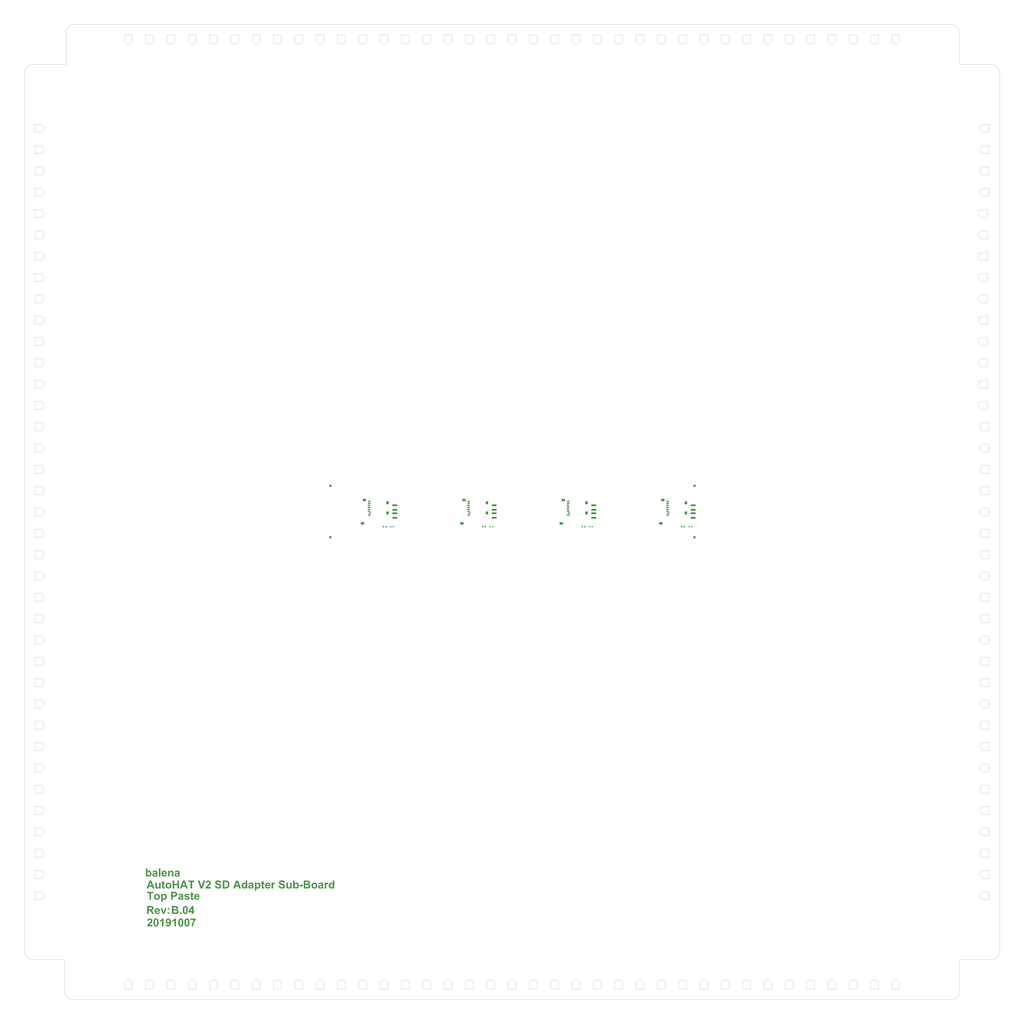
<source format=gtp>
G04 Layer_Color=8421504*
%FSLAX43Y43*%
%MOMM*%
G71*
G01*
G75*
%ADD58C,0.025*%
%ADD59R,1.200X1.200*%
%ADD60R,2.829X1.069*%
%ADD61R,1.449X0.749*%
%ADD62R,1.849X1.349*%
%ADD63R,1.349X1.749*%
%ADD64R,0.711X0.914*%
%ADD65R,0.711X0.711*%
G36*
X-80804Y-189899D02*
X-80217D01*
Y-190583D01*
X-80804D01*
Y-191898D01*
Y-191902D01*
Y-191913D01*
Y-191937D01*
Y-191960D01*
Y-191991D01*
Y-192026D01*
X-80800Y-192108D01*
Y-192189D01*
X-80797Y-192263D01*
Y-192298D01*
X-80793Y-192326D01*
Y-192349D01*
X-80789Y-192364D01*
Y-192368D01*
X-80785Y-192376D01*
X-80781Y-192388D01*
X-80773Y-192399D01*
X-80750Y-192434D01*
X-80734Y-192454D01*
X-80715Y-192469D01*
X-80711D01*
X-80703Y-192477D01*
X-80692Y-192481D01*
X-80672Y-192489D01*
X-80653Y-192497D01*
X-80625Y-192504D01*
X-80598Y-192508D01*
X-80567Y-192512D01*
X-80544D01*
X-80517Y-192508D01*
X-80478Y-192501D01*
X-80431Y-192493D01*
X-80369Y-192477D01*
X-80299Y-192458D01*
X-80221Y-192431D01*
X-80147Y-193099D01*
X-80151D01*
X-80159Y-193103D01*
X-80178Y-193111D01*
X-80202Y-193119D01*
X-80229Y-193127D01*
X-80260Y-193138D01*
X-80299Y-193150D01*
X-80345Y-193162D01*
X-80392Y-193173D01*
X-80447Y-193185D01*
X-80559Y-193204D01*
X-80688Y-193220D01*
X-80828Y-193224D01*
X-80867D01*
X-80909Y-193220D01*
X-80964Y-193212D01*
X-81030Y-193204D01*
X-81100Y-193193D01*
X-81174Y-193173D01*
X-81244Y-193146D01*
X-81248D01*
X-81252Y-193142D01*
X-81275Y-193131D01*
X-81306Y-193115D01*
X-81349Y-193092D01*
X-81392Y-193064D01*
X-81438Y-193029D01*
X-81481Y-192991D01*
X-81520Y-192948D01*
X-81524Y-192940D01*
X-81535Y-192924D01*
X-81547Y-192897D01*
X-81567Y-192858D01*
X-81586Y-192812D01*
X-81605Y-192753D01*
X-81621Y-192683D01*
X-81637Y-192609D01*
Y-192602D01*
X-81640Y-192594D01*
Y-192578D01*
X-81644Y-192563D01*
Y-192539D01*
X-81648Y-192512D01*
Y-192477D01*
X-81652Y-192438D01*
X-81656Y-192396D01*
Y-192345D01*
X-81660Y-192291D01*
Y-192228D01*
X-81664Y-192162D01*
Y-192084D01*
Y-192003D01*
Y-190583D01*
X-82057D01*
Y-189899D01*
X-81664D01*
Y-189253D01*
X-80804Y-188748D01*
Y-189899D01*
D02*
G37*
G36*
X-64124Y-205843D02*
X-63568D01*
Y-206598D01*
X-64124D01*
Y-207500D01*
X-64957D01*
Y-206598D01*
X-66792D01*
Y-205847D01*
X-64848Y-202997D01*
X-64124D01*
Y-205843D01*
D02*
G37*
G36*
X-24768Y-189899D02*
X-24180D01*
Y-190583D01*
X-24768D01*
Y-191898D01*
Y-191902D01*
Y-191913D01*
Y-191937D01*
Y-191960D01*
Y-191991D01*
Y-192026D01*
X-24764Y-192108D01*
Y-192189D01*
X-24760Y-192263D01*
Y-192298D01*
X-24756Y-192326D01*
Y-192349D01*
X-24752Y-192364D01*
Y-192368D01*
X-24748Y-192376D01*
X-24744Y-192388D01*
X-24736Y-192399D01*
X-24713Y-192434D01*
X-24698Y-192454D01*
X-24678Y-192469D01*
X-24674D01*
X-24667Y-192477D01*
X-24655Y-192481D01*
X-24635Y-192489D01*
X-24616Y-192497D01*
X-24589Y-192504D01*
X-24562Y-192508D01*
X-24530Y-192512D01*
X-24507D01*
X-24480Y-192508D01*
X-24441Y-192501D01*
X-24394Y-192493D01*
X-24332Y-192477D01*
X-24262Y-192458D01*
X-24184Y-192431D01*
X-24110Y-193099D01*
X-24114D01*
X-24122Y-193103D01*
X-24142Y-193111D01*
X-24165Y-193119D01*
X-24192Y-193127D01*
X-24223Y-193138D01*
X-24262Y-193150D01*
X-24309Y-193162D01*
X-24355Y-193173D01*
X-24410Y-193185D01*
X-24523Y-193204D01*
X-24651Y-193220D01*
X-24791Y-193224D01*
X-24830D01*
X-24873Y-193220D01*
X-24927Y-193212D01*
X-24993Y-193204D01*
X-25063Y-193193D01*
X-25137Y-193173D01*
X-25207Y-193146D01*
X-25211D01*
X-25215Y-193142D01*
X-25238Y-193131D01*
X-25269Y-193115D01*
X-25312Y-193092D01*
X-25355Y-193064D01*
X-25401Y-193029D01*
X-25444Y-192991D01*
X-25483Y-192948D01*
X-25487Y-192940D01*
X-25499Y-192924D01*
X-25510Y-192897D01*
X-25530Y-192858D01*
X-25549Y-192812D01*
X-25569Y-192753D01*
X-25584Y-192683D01*
X-25600Y-192609D01*
Y-192602D01*
X-25604Y-192594D01*
Y-192578D01*
X-25608Y-192563D01*
Y-192539D01*
X-25611Y-192512D01*
Y-192477D01*
X-25615Y-192438D01*
X-25619Y-192396D01*
Y-192345D01*
X-25623Y-192291D01*
Y-192228D01*
X-25627Y-192162D01*
Y-192084D01*
Y-192003D01*
Y-190583D01*
X-26020D01*
Y-189899D01*
X-25627D01*
Y-189253D01*
X-24768Y-188748D01*
Y-189899D01*
D02*
G37*
G36*
X-78071Y-189833D02*
X-78020Y-189837D01*
X-77954Y-189845D01*
X-77884Y-189856D01*
X-77802Y-189868D01*
X-77713Y-189887D01*
X-77619Y-189915D01*
X-77522Y-189946D01*
X-77421Y-189985D01*
X-77320Y-190031D01*
X-77223Y-190086D01*
X-77122Y-190152D01*
X-77024Y-190226D01*
X-76935Y-190311D01*
X-76931Y-190315D01*
X-76916Y-190335D01*
X-76892Y-190362D01*
X-76861Y-190397D01*
X-76826Y-190443D01*
X-76783Y-190502D01*
X-76741Y-190568D01*
X-76698Y-190642D01*
X-76655Y-190723D01*
X-76612Y-190817D01*
X-76570Y-190918D01*
X-76535Y-191023D01*
X-76503Y-191136D01*
X-76480Y-191260D01*
X-76465Y-191385D01*
X-76461Y-191521D01*
Y-191525D01*
Y-191528D01*
Y-191540D01*
Y-191552D01*
X-76465Y-191591D01*
X-76468Y-191641D01*
X-76476Y-191707D01*
X-76484Y-191777D01*
X-76500Y-191859D01*
X-76519Y-191948D01*
X-76546Y-192042D01*
X-76577Y-192143D01*
X-76616Y-192244D01*
X-76663Y-192345D01*
X-76717Y-192450D01*
X-76780Y-192551D01*
X-76853Y-192648D01*
X-76939Y-192742D01*
X-76943Y-192746D01*
X-76962Y-192761D01*
X-76986Y-192784D01*
X-77024Y-192816D01*
X-77071Y-192854D01*
X-77126Y-192893D01*
X-77192Y-192936D01*
X-77266Y-192983D01*
X-77347Y-193029D01*
X-77441Y-193072D01*
X-77538Y-193111D01*
X-77643Y-193150D01*
X-77756Y-193181D01*
X-77876Y-193204D01*
X-78004Y-193220D01*
X-78137Y-193224D01*
X-78179D01*
X-78214Y-193220D01*
X-78253Y-193216D01*
X-78300Y-193212D01*
X-78351Y-193208D01*
X-78409Y-193201D01*
X-78475Y-193189D01*
X-78541Y-193177D01*
X-78685Y-193138D01*
X-78759Y-193119D01*
X-78837Y-193092D01*
X-78911Y-193061D01*
X-78988Y-193026D01*
X-78992Y-193022D01*
X-79008Y-193018D01*
X-79027Y-193006D01*
X-79054Y-192987D01*
X-79089Y-192967D01*
X-79128Y-192940D01*
X-79171Y-192909D01*
X-79218Y-192874D01*
X-79264Y-192835D01*
X-79315Y-192792D01*
X-79366Y-192746D01*
X-79416Y-192691D01*
X-79467Y-192633D01*
X-79517Y-192571D01*
X-79560Y-192504D01*
X-79603Y-192434D01*
X-79607Y-192431D01*
X-79611Y-192415D01*
X-79622Y-192396D01*
X-79634Y-192364D01*
X-79649Y-192326D01*
X-79669Y-192279D01*
X-79688Y-192228D01*
X-79708Y-192166D01*
X-79727Y-192100D01*
X-79747Y-192030D01*
X-79762Y-191952D01*
X-79782Y-191867D01*
X-79793Y-191777D01*
X-79805Y-191684D01*
X-79809Y-191583D01*
X-79813Y-191482D01*
Y-191478D01*
Y-191462D01*
Y-191439D01*
X-79809Y-191408D01*
X-79805Y-191369D01*
X-79801Y-191326D01*
X-79793Y-191276D01*
X-79785Y-191217D01*
X-79774Y-191155D01*
X-79762Y-191093D01*
X-79723Y-190953D01*
X-79700Y-190879D01*
X-79673Y-190805D01*
X-79638Y-190727D01*
X-79603Y-190653D01*
X-79599Y-190650D01*
X-79591Y-190634D01*
X-79579Y-190615D01*
X-79564Y-190587D01*
X-79541Y-190552D01*
X-79517Y-190517D01*
X-79486Y-190475D01*
X-79451Y-190428D01*
X-79408Y-190377D01*
X-79366Y-190327D01*
X-79315Y-190276D01*
X-79264Y-190226D01*
X-79206Y-190179D01*
X-79144Y-190128D01*
X-79078Y-190086D01*
X-79008Y-190043D01*
X-79004Y-190039D01*
X-78988Y-190035D01*
X-78969Y-190023D01*
X-78938Y-190008D01*
X-78903Y-189992D01*
X-78860Y-189977D01*
X-78809Y-189957D01*
X-78755Y-189934D01*
X-78693Y-189915D01*
X-78627Y-189895D01*
X-78553Y-189880D01*
X-78479Y-189864D01*
X-78316Y-189837D01*
X-78230Y-189833D01*
X-78141Y-189829D01*
X-78109D01*
X-78071Y-189833D01*
D02*
G37*
G36*
X-70829Y-207500D02*
X-71688D01*
Y-206641D01*
X-70829D01*
Y-207500D01*
D02*
G37*
G36*
X-77697Y-205108D02*
X-78556D01*
Y-204249D01*
X-77697D01*
Y-205108D01*
D02*
G37*
G36*
X-80532Y-207500D02*
X-81305D01*
X-82616Y-204249D01*
X-81714D01*
X-81103Y-205910D01*
X-80924Y-206466D01*
Y-206462D01*
X-80920Y-206458D01*
X-80917Y-206446D01*
X-80913Y-206431D01*
X-80901Y-206396D01*
X-80885Y-206349D01*
X-80870Y-206302D01*
X-80858Y-206256D01*
X-80843Y-206217D01*
X-80835Y-206186D01*
X-80831Y-206178D01*
X-80827Y-206162D01*
X-80819Y-206135D01*
X-80808Y-206100D01*
X-80792Y-206057D01*
X-80777Y-206011D01*
X-80742Y-205910D01*
X-80123Y-204249D01*
X-79241D01*
X-80532Y-207500D01*
D02*
G37*
G36*
X-74227Y-203020D02*
X-74111D01*
X-73982Y-203028D01*
X-73850Y-203036D01*
X-73788Y-203040D01*
X-73726Y-203047D01*
X-73667Y-203055D01*
X-73617Y-203063D01*
X-73613D01*
X-73605Y-203067D01*
X-73590D01*
X-73574Y-203071D01*
X-73551Y-203079D01*
X-73524Y-203082D01*
X-73457Y-203102D01*
X-73387Y-203129D01*
X-73306Y-203160D01*
X-73224Y-203199D01*
X-73146Y-203250D01*
X-73142D01*
X-73139Y-203257D01*
X-73127Y-203265D01*
X-73111Y-203277D01*
X-73072Y-203308D01*
X-73026Y-203347D01*
X-72971Y-203401D01*
X-72913Y-203467D01*
X-72859Y-203541D01*
X-72804Y-203623D01*
Y-203627D01*
X-72796Y-203635D01*
X-72792Y-203646D01*
X-72781Y-203662D01*
X-72773Y-203685D01*
X-72761Y-203712D01*
X-72746Y-203743D01*
X-72734Y-203775D01*
X-72707Y-203852D01*
X-72687Y-203942D01*
X-72672Y-204039D01*
X-72664Y-204144D01*
Y-204148D01*
Y-204160D01*
Y-204175D01*
X-72668Y-204198D01*
Y-204226D01*
X-72672Y-204257D01*
X-72680Y-204296D01*
X-72684Y-204335D01*
X-72707Y-204424D01*
X-72738Y-204521D01*
X-72777Y-204622D01*
X-72804Y-204673D01*
X-72835Y-204723D01*
Y-204727D01*
X-72843Y-204735D01*
X-72851Y-204747D01*
X-72866Y-204766D01*
X-72905Y-204813D01*
X-72956Y-204871D01*
X-73022Y-204937D01*
X-73100Y-205000D01*
X-73189Y-205062D01*
X-73294Y-205116D01*
X-73290D01*
X-73275Y-205120D01*
X-73255Y-205128D01*
X-73228Y-205140D01*
X-73193Y-205151D01*
X-73150Y-205171D01*
X-73107Y-205190D01*
X-73061Y-205213D01*
X-72960Y-205268D01*
X-72855Y-205338D01*
X-72754Y-205423D01*
X-72707Y-205474D01*
X-72664Y-205525D01*
X-72660Y-205528D01*
X-72656Y-205536D01*
X-72645Y-205552D01*
X-72629Y-205575D01*
X-72614Y-205602D01*
X-72594Y-205637D01*
X-72575Y-205672D01*
X-72551Y-205715D01*
X-72532Y-205766D01*
X-72512Y-205816D01*
X-72493Y-205871D01*
X-72477Y-205933D01*
X-72462Y-205995D01*
X-72450Y-206061D01*
X-72446Y-206131D01*
X-72442Y-206201D01*
Y-206205D01*
Y-206217D01*
Y-206232D01*
X-72446Y-206252D01*
Y-206283D01*
X-72450Y-206314D01*
X-72454Y-206349D01*
X-72462Y-206392D01*
X-72477Y-206481D01*
X-72505Y-206582D01*
X-72540Y-206687D01*
X-72586Y-206796D01*
Y-206800D01*
X-72594Y-206808D01*
X-72602Y-206823D01*
X-72614Y-206843D01*
X-72625Y-206870D01*
X-72645Y-206897D01*
X-72687Y-206963D01*
X-72746Y-207037D01*
X-72812Y-207111D01*
X-72890Y-207189D01*
X-72975Y-207259D01*
X-72979D01*
X-72987Y-207267D01*
X-72999Y-207274D01*
X-73018Y-207286D01*
X-73041Y-207302D01*
X-73072Y-207313D01*
X-73104Y-207333D01*
X-73142Y-207348D01*
X-73185Y-207368D01*
X-73232Y-207387D01*
X-73333Y-207422D01*
X-73454Y-207449D01*
X-73582Y-207473D01*
X-73594D01*
X-73609Y-207477D01*
X-73660D01*
X-73699Y-207481D01*
X-73745D01*
X-73804Y-207484D01*
X-73870Y-207488D01*
X-73947D01*
X-74037Y-207492D01*
X-74138D01*
X-74251Y-207496D01*
X-74379D01*
X-74519Y-207500D01*
X-76199D01*
Y-203016D01*
X-74278D01*
X-74227Y-203020D01*
D02*
G37*
G36*
X-68612Y-203001D02*
X-68565Y-203005D01*
X-68511Y-203012D01*
X-68449Y-203020D01*
X-68379Y-203036D01*
X-68301Y-203055D01*
X-68223Y-203079D01*
X-68138Y-203110D01*
X-68052Y-203148D01*
X-67970Y-203195D01*
X-67885Y-203246D01*
X-67803Y-203308D01*
X-67725Y-203382D01*
X-67655Y-203463D01*
X-67652Y-203471D01*
X-67636Y-203491D01*
X-67617Y-203522D01*
X-67585Y-203568D01*
X-67554Y-203631D01*
X-67515Y-203705D01*
X-67477Y-203794D01*
X-67434Y-203899D01*
X-67395Y-204020D01*
X-67356Y-204152D01*
X-67337Y-204226D01*
X-67317Y-204303D01*
X-67302Y-204381D01*
X-67286Y-204467D01*
X-67270Y-204556D01*
X-67255Y-204650D01*
X-67243Y-204747D01*
X-67235Y-204848D01*
X-67228Y-204953D01*
X-67220Y-205062D01*
X-67216Y-205175D01*
Y-205291D01*
Y-205295D01*
Y-205307D01*
Y-205322D01*
Y-205346D01*
Y-205377D01*
X-67220Y-205412D01*
Y-205455D01*
X-67224Y-205497D01*
X-67228Y-205548D01*
Y-205602D01*
X-67239Y-205723D01*
X-67255Y-205855D01*
X-67270Y-205995D01*
X-67294Y-206143D01*
X-67325Y-206294D01*
X-67360Y-206450D01*
X-67403Y-206598D01*
X-67453Y-206742D01*
X-67512Y-206882D01*
X-67582Y-207006D01*
X-67620Y-207064D01*
X-67659Y-207119D01*
X-67663Y-207123D01*
X-67675Y-207138D01*
X-67698Y-207162D01*
X-67725Y-207189D01*
X-67764Y-207224D01*
X-67807Y-207263D01*
X-67862Y-207306D01*
X-67920Y-207348D01*
X-67990Y-207391D01*
X-68068Y-207434D01*
X-68149Y-207473D01*
X-68239Y-207508D01*
X-68336Y-207535D01*
X-68445Y-207558D01*
X-68554Y-207574D01*
X-68674Y-207578D01*
X-68701D01*
X-68736Y-207574D01*
X-68783Y-207570D01*
X-68838Y-207562D01*
X-68904Y-207551D01*
X-68974Y-207535D01*
X-69051Y-207516D01*
X-69133Y-207488D01*
X-69219Y-207453D01*
X-69304Y-207414D01*
X-69394Y-207368D01*
X-69483Y-207309D01*
X-69569Y-207243D01*
X-69650Y-207166D01*
X-69728Y-207076D01*
X-69732Y-207068D01*
X-69744Y-207053D01*
X-69763Y-207022D01*
X-69790Y-206979D01*
X-69821Y-206921D01*
X-69856Y-206851D01*
X-69891Y-206765D01*
X-69926Y-206664D01*
X-69946Y-206609D01*
X-69965Y-206547D01*
X-69985Y-206485D01*
X-70000Y-206419D01*
X-70020Y-206345D01*
X-70035Y-206271D01*
X-70051Y-206193D01*
X-70066Y-206108D01*
X-70078Y-206018D01*
X-70090Y-205929D01*
X-70101Y-205832D01*
X-70113Y-205731D01*
X-70117Y-205626D01*
X-70125Y-205517D01*
X-70129Y-205404D01*
Y-205283D01*
Y-205280D01*
Y-205268D01*
Y-205252D01*
Y-205229D01*
Y-205198D01*
X-70125Y-205163D01*
Y-205120D01*
X-70121Y-205077D01*
X-70117Y-205027D01*
Y-204972D01*
X-70105Y-204852D01*
X-70094Y-204720D01*
X-70074Y-204580D01*
X-70051Y-204432D01*
X-70020Y-204280D01*
X-69985Y-204128D01*
X-69942Y-203981D01*
X-69891Y-203833D01*
X-69833Y-203697D01*
X-69767Y-203572D01*
X-69728Y-203514D01*
X-69689Y-203460D01*
X-69685Y-203456D01*
X-69674Y-203440D01*
X-69650Y-203417D01*
X-69623Y-203386D01*
X-69584Y-203351D01*
X-69541Y-203312D01*
X-69487Y-203273D01*
X-69425Y-203226D01*
X-69359Y-203184D01*
X-69281Y-203145D01*
X-69199Y-203106D01*
X-69110Y-203071D01*
X-69009Y-203040D01*
X-68904Y-203016D01*
X-68795Y-203001D01*
X-68674Y-202997D01*
X-68647D01*
X-68612Y-203001D01*
D02*
G37*
G36*
X-22275Y-189833D02*
X-22224Y-189837D01*
X-22162Y-189845D01*
X-22092Y-189856D01*
X-22014Y-189868D01*
X-21929Y-189887D01*
X-21839Y-189915D01*
X-21746Y-189946D01*
X-21653Y-189985D01*
X-21556Y-190031D01*
X-21462Y-190086D01*
X-21369Y-190152D01*
X-21283Y-190226D01*
X-21202Y-190311D01*
X-21198Y-190315D01*
X-21182Y-190335D01*
X-21163Y-190362D01*
X-21136Y-190401D01*
X-21104Y-190451D01*
X-21069Y-190513D01*
X-21031Y-190587D01*
X-20992Y-190673D01*
X-20957Y-190770D01*
X-20918Y-190879D01*
X-20883Y-191000D01*
X-20856Y-191128D01*
X-20828Y-191272D01*
X-20809Y-191427D01*
X-20797Y-191594D01*
Y-191773D01*
X-22948D01*
Y-191777D01*
Y-191789D01*
X-22944Y-191808D01*
Y-191836D01*
X-22940Y-191871D01*
X-22936Y-191906D01*
X-22928Y-191948D01*
X-22920Y-191991D01*
X-22893Y-192088D01*
X-22858Y-192189D01*
X-22835Y-192236D01*
X-22808Y-192287D01*
X-22777Y-192329D01*
X-22742Y-192372D01*
X-22738Y-192376D01*
X-22734Y-192380D01*
X-22722Y-192392D01*
X-22707Y-192403D01*
X-22687Y-192419D01*
X-22664Y-192438D01*
X-22605Y-192477D01*
X-22535Y-192516D01*
X-22450Y-192551D01*
X-22353Y-192574D01*
X-22302Y-192578D01*
X-22248Y-192582D01*
X-22213D01*
X-22178Y-192574D01*
X-22131Y-192567D01*
X-22077Y-192555D01*
X-22018Y-192536D01*
X-21964Y-192508D01*
X-21909Y-192473D01*
X-21902Y-192469D01*
X-21886Y-192454D01*
X-21863Y-192427D01*
X-21832Y-192388D01*
X-21797Y-192337D01*
X-21762Y-192275D01*
X-21731Y-192201D01*
X-21699Y-192116D01*
X-20844Y-192259D01*
Y-192263D01*
X-20852Y-192279D01*
X-20863Y-192306D01*
X-20875Y-192337D01*
X-20894Y-192376D01*
X-20914Y-192423D01*
X-20941Y-192473D01*
X-20972Y-192528D01*
X-21007Y-192586D01*
X-21046Y-192644D01*
X-21089Y-192703D01*
X-21136Y-192761D01*
X-21186Y-192823D01*
X-21244Y-192878D01*
X-21303Y-192932D01*
X-21369Y-192979D01*
X-21373Y-192983D01*
X-21384Y-192991D01*
X-21404Y-193002D01*
X-21431Y-193018D01*
X-21466Y-193037D01*
X-21509Y-193057D01*
X-21559Y-193080D01*
X-21614Y-193099D01*
X-21676Y-193123D01*
X-21742Y-193146D01*
X-21816Y-193166D01*
X-21894Y-193185D01*
X-21979Y-193201D01*
X-22069Y-193212D01*
X-22162Y-193220D01*
X-22259Y-193224D01*
X-22294D01*
X-22318Y-193220D01*
X-22341D01*
X-22399Y-193216D01*
X-22469Y-193208D01*
X-22547Y-193193D01*
X-22637Y-193177D01*
X-22734Y-193154D01*
X-22831Y-193127D01*
X-22936Y-193088D01*
X-23041Y-193045D01*
X-23142Y-192991D01*
X-23243Y-192928D01*
X-23340Y-192854D01*
X-23430Y-192769D01*
X-23512Y-192672D01*
X-23515Y-192668D01*
X-23523Y-192652D01*
X-23543Y-192625D01*
X-23562Y-192590D01*
X-23585Y-192547D01*
X-23613Y-192497D01*
X-23640Y-192434D01*
X-23671Y-192364D01*
X-23702Y-192287D01*
X-23729Y-192205D01*
X-23757Y-192112D01*
X-23780Y-192011D01*
X-23799Y-191906D01*
X-23815Y-191793D01*
X-23827Y-191676D01*
X-23830Y-191552D01*
Y-191548D01*
Y-191544D01*
Y-191532D01*
Y-191517D01*
X-23827Y-191474D01*
X-23823Y-191420D01*
X-23819Y-191350D01*
X-23807Y-191272D01*
X-23795Y-191186D01*
X-23776Y-191093D01*
X-23757Y-190992D01*
X-23729Y-190891D01*
X-23694Y-190786D01*
X-23652Y-190681D01*
X-23605Y-190576D01*
X-23550Y-190475D01*
X-23484Y-190377D01*
X-23410Y-190288D01*
X-23407Y-190284D01*
X-23391Y-190268D01*
X-23368Y-190245D01*
X-23333Y-190218D01*
X-23294Y-190183D01*
X-23243Y-190144D01*
X-23185Y-190101D01*
X-23119Y-190058D01*
X-23045Y-190016D01*
X-22963Y-189973D01*
X-22878Y-189934D01*
X-22780Y-189899D01*
X-22683Y-189872D01*
X-22574Y-189848D01*
X-22462Y-189833D01*
X-22345Y-189829D01*
X-22314D01*
X-22275Y-189833D01*
D02*
G37*
G36*
X-45794Y-188670D02*
X-45740D01*
X-45681Y-188674D01*
X-45615Y-188678D01*
X-45479Y-188690D01*
X-45335Y-188705D01*
X-45199Y-188725D01*
X-45137Y-188740D01*
X-45078Y-188756D01*
X-45075D01*
X-45059Y-188760D01*
X-45040Y-188767D01*
X-45012Y-188779D01*
X-44977Y-188791D01*
X-44939Y-188806D01*
X-44896Y-188826D01*
X-44845Y-188849D01*
X-44740Y-188907D01*
X-44686Y-188938D01*
X-44627Y-188977D01*
X-44573Y-189020D01*
X-44515Y-189063D01*
X-44460Y-189113D01*
X-44406Y-189168D01*
X-44402Y-189172D01*
X-44394Y-189180D01*
X-44379Y-189199D01*
X-44359Y-189222D01*
X-44336Y-189250D01*
X-44309Y-189285D01*
X-44277Y-189323D01*
X-44246Y-189370D01*
X-44211Y-189421D01*
X-44176Y-189475D01*
X-44141Y-189533D01*
X-44102Y-189600D01*
X-44067Y-189666D01*
X-44036Y-189740D01*
X-43974Y-189895D01*
Y-189899D01*
X-43966Y-189915D01*
X-43959Y-189938D01*
X-43951Y-189973D01*
X-43939Y-190012D01*
X-43927Y-190062D01*
X-43916Y-190121D01*
X-43900Y-190187D01*
X-43885Y-190261D01*
X-43873Y-190342D01*
X-43861Y-190428D01*
X-43850Y-190521D01*
X-43838Y-190622D01*
X-43834Y-190727D01*
X-43826Y-190836D01*
Y-190953D01*
Y-190961D01*
Y-190976D01*
Y-191007D01*
X-43830Y-191046D01*
Y-191093D01*
X-43834Y-191147D01*
X-43838Y-191210D01*
X-43842Y-191280D01*
X-43850Y-191353D01*
X-43861Y-191427D01*
X-43885Y-191587D01*
X-43920Y-191750D01*
X-43966Y-191906D01*
Y-191909D01*
X-43974Y-191929D01*
X-43982Y-191952D01*
X-43997Y-191987D01*
X-44013Y-192030D01*
X-44036Y-192077D01*
X-44060Y-192131D01*
X-44087Y-192189D01*
X-44157Y-192314D01*
X-44239Y-192446D01*
X-44336Y-192578D01*
X-44386Y-192641D01*
X-44445Y-192699D01*
X-44449Y-192703D01*
X-44456Y-192711D01*
X-44468Y-192722D01*
X-44487Y-192738D01*
X-44511Y-192757D01*
X-44542Y-192777D01*
X-44573Y-192804D01*
X-44612Y-192831D01*
X-44655Y-192858D01*
X-44705Y-192886D01*
X-44756Y-192917D01*
X-44814Y-192948D01*
X-44876Y-192975D01*
X-44939Y-193006D01*
X-45008Y-193029D01*
X-45082Y-193057D01*
X-45086D01*
X-45098Y-193061D01*
X-45113Y-193064D01*
X-45137Y-193072D01*
X-45168Y-193080D01*
X-45203Y-193088D01*
X-45246Y-193096D01*
X-45296Y-193103D01*
X-45351Y-193111D01*
X-45409Y-193119D01*
X-45475Y-193127D01*
X-45545Y-193134D01*
X-45623Y-193142D01*
X-45705Y-193146D01*
X-45790Y-193150D01*
X-47587D01*
Y-188666D01*
X-45841D01*
X-45794Y-188670D01*
D02*
G37*
G36*
X-55636Y-188651D02*
X-55590D01*
X-55535Y-188658D01*
X-55469Y-188666D01*
X-55399Y-188678D01*
X-55321Y-188693D01*
X-55240Y-188713D01*
X-55154Y-188736D01*
X-55069Y-188764D01*
X-54979Y-188798D01*
X-54894Y-188841D01*
X-54812Y-188888D01*
X-54730Y-188946D01*
X-54656Y-189008D01*
X-54653Y-189012D01*
X-54641Y-189024D01*
X-54621Y-189043D01*
X-54598Y-189071D01*
X-54567Y-189106D01*
X-54536Y-189148D01*
X-54501Y-189199D01*
X-54466Y-189253D01*
X-54431Y-189316D01*
X-54396Y-189382D01*
X-54365Y-189456D01*
X-54334Y-189533D01*
X-54310Y-189619D01*
X-54291Y-189708D01*
X-54279Y-189802D01*
X-54275Y-189899D01*
Y-189903D01*
Y-189911D01*
Y-189930D01*
Y-189950D01*
X-54279Y-189977D01*
Y-190008D01*
X-54283Y-190043D01*
X-54287Y-190082D01*
X-54303Y-190171D01*
X-54322Y-190268D01*
X-54349Y-190370D01*
X-54384Y-190475D01*
Y-190478D01*
X-54388Y-190486D01*
X-54396Y-190502D01*
X-54404Y-190521D01*
X-54415Y-190548D01*
X-54431Y-190576D01*
X-54446Y-190611D01*
X-54470Y-190650D01*
X-54516Y-190735D01*
X-54575Y-190832D01*
X-54649Y-190937D01*
X-54730Y-191046D01*
Y-191050D01*
X-54738Y-191054D01*
X-54746Y-191066D01*
X-54761Y-191085D01*
X-54777Y-191105D01*
X-54800Y-191128D01*
X-54828Y-191159D01*
X-54859Y-191194D01*
X-54894Y-191233D01*
X-54936Y-191276D01*
X-54983Y-191322D01*
X-55034Y-191373D01*
X-55092Y-191431D01*
X-55154Y-191490D01*
X-55220Y-191552D01*
X-55294Y-191622D01*
X-55298Y-191626D01*
X-55314Y-191637D01*
X-55333Y-191657D01*
X-55360Y-191680D01*
X-55391Y-191711D01*
X-55430Y-191746D01*
X-55512Y-191824D01*
X-55601Y-191906D01*
X-55683Y-191987D01*
X-55722Y-192026D01*
X-55757Y-192061D01*
X-55788Y-192092D01*
X-55811Y-192119D01*
X-55815Y-192123D01*
X-55831Y-192139D01*
X-55850Y-192162D01*
X-55874Y-192193D01*
X-55901Y-192228D01*
X-55932Y-192267D01*
X-55959Y-192310D01*
X-55986Y-192353D01*
X-54275D01*
Y-193150D01*
X-57289D01*
Y-193146D01*
X-57285Y-193131D01*
X-57281Y-193107D01*
X-57277Y-193072D01*
X-57270Y-193033D01*
X-57262Y-192987D01*
X-57250Y-192932D01*
X-57235Y-192874D01*
X-57219Y-192812D01*
X-57196Y-192742D01*
X-57145Y-192598D01*
X-57114Y-192524D01*
X-57079Y-192446D01*
X-57040Y-192372D01*
X-56997Y-192294D01*
X-56994Y-192291D01*
X-56986Y-192275D01*
X-56970Y-192252D01*
X-56947Y-192221D01*
X-56920Y-192178D01*
X-56881Y-192131D01*
X-56838Y-192073D01*
X-56784Y-192007D01*
X-56721Y-191933D01*
X-56651Y-191851D01*
X-56574Y-191762D01*
X-56484Y-191668D01*
X-56387Y-191563D01*
X-56278Y-191455D01*
X-56158Y-191338D01*
X-56029Y-191217D01*
X-56021Y-191210D01*
X-56002Y-191194D01*
X-55975Y-191167D01*
X-55936Y-191128D01*
X-55889Y-191085D01*
X-55839Y-191035D01*
X-55784Y-190980D01*
X-55722Y-190922D01*
X-55601Y-190801D01*
X-55539Y-190739D01*
X-55485Y-190681D01*
X-55430Y-190622D01*
X-55388Y-190568D01*
X-55349Y-190521D01*
X-55318Y-190482D01*
X-55314Y-190478D01*
X-55310Y-190471D01*
X-55302Y-190455D01*
X-55290Y-190436D01*
X-55275Y-190412D01*
X-55259Y-190385D01*
X-55228Y-190319D01*
X-55197Y-190237D01*
X-55166Y-190148D01*
X-55146Y-190055D01*
X-55139Y-190008D01*
Y-189957D01*
Y-189953D01*
Y-189946D01*
Y-189930D01*
X-55143Y-189911D01*
Y-189887D01*
X-55146Y-189856D01*
X-55158Y-189794D01*
X-55178Y-189724D01*
X-55205Y-189650D01*
X-55244Y-189576D01*
X-55294Y-189514D01*
X-55302Y-189506D01*
X-55321Y-189491D01*
X-55356Y-189463D01*
X-55407Y-189436D01*
X-55465Y-189409D01*
X-55539Y-189382D01*
X-55625Y-189366D01*
X-55722Y-189358D01*
X-55749D01*
X-55765Y-189362D01*
X-55788D01*
X-55815Y-189366D01*
X-55878Y-189378D01*
X-55944Y-189397D01*
X-56014Y-189428D01*
X-56084Y-189467D01*
X-56150Y-189522D01*
X-56158Y-189530D01*
X-56165Y-189537D01*
X-56173Y-189553D01*
X-56189Y-189572D01*
X-56200Y-189592D01*
X-56216Y-189619D01*
X-56231Y-189650D01*
X-56247Y-189685D01*
X-56263Y-189724D01*
X-56278Y-189767D01*
X-56294Y-189817D01*
X-56305Y-189872D01*
X-56317Y-189926D01*
X-56325Y-189992D01*
X-56333Y-190058D01*
X-57188Y-189973D01*
Y-189969D01*
Y-189965D01*
X-57184Y-189942D01*
X-57180Y-189907D01*
X-57169Y-189856D01*
X-57157Y-189798D01*
X-57141Y-189732D01*
X-57126Y-189658D01*
X-57099Y-189580D01*
X-57071Y-189498D01*
X-57040Y-189413D01*
X-57001Y-189331D01*
X-56955Y-189246D01*
X-56904Y-189164D01*
X-56846Y-189090D01*
X-56780Y-189020D01*
X-56710Y-188958D01*
X-56706Y-188954D01*
X-56690Y-188946D01*
X-56667Y-188931D01*
X-56636Y-188907D01*
X-56597Y-188884D01*
X-56550Y-188861D01*
X-56496Y-188830D01*
X-56430Y-188802D01*
X-56364Y-188775D01*
X-56286Y-188744D01*
X-56200Y-188721D01*
X-56111Y-188693D01*
X-56018Y-188674D01*
X-55916Y-188658D01*
X-55811Y-188651D01*
X-55699Y-188647D01*
X-55668D01*
X-55636Y-188651D01*
D02*
G37*
G36*
X-31612Y-189833D02*
X-31561D01*
X-31507Y-189837D01*
X-31448Y-189841D01*
X-31382Y-189845D01*
X-31242Y-189864D01*
X-31102Y-189887D01*
X-31032Y-189903D01*
X-30966Y-189918D01*
X-30904Y-189942D01*
X-30850Y-189965D01*
X-30846D01*
X-30838Y-189973D01*
X-30822Y-189981D01*
X-30803Y-189988D01*
X-30780Y-190004D01*
X-30752Y-190020D01*
X-30694Y-190058D01*
X-30628Y-190109D01*
X-30562Y-190167D01*
X-30500Y-190237D01*
X-30472Y-190272D01*
X-30449Y-190311D01*
Y-190315D01*
X-30445Y-190323D01*
X-30437Y-190335D01*
X-30430Y-190354D01*
X-30422Y-190377D01*
X-30410Y-190408D01*
X-30402Y-190443D01*
X-30391Y-190486D01*
X-30379Y-190537D01*
X-30367Y-190591D01*
X-30360Y-190653D01*
X-30352Y-190723D01*
X-30344Y-190801D01*
X-30336Y-190887D01*
X-30332Y-190980D01*
Y-191081D01*
X-30344Y-192084D01*
Y-192088D01*
Y-192104D01*
Y-192123D01*
Y-192154D01*
Y-192189D01*
X-30340Y-192232D01*
Y-192275D01*
Y-192326D01*
X-30336Y-192427D01*
X-30329Y-192532D01*
X-30317Y-192633D01*
X-30313Y-192676D01*
X-30305Y-192718D01*
Y-192722D01*
X-30301Y-192726D01*
Y-192738D01*
X-30297Y-192753D01*
X-30286Y-192796D01*
X-30270Y-192847D01*
X-30247Y-192913D01*
X-30220Y-192987D01*
X-30189Y-193064D01*
X-30150Y-193150D01*
X-31001D01*
Y-193146D01*
X-31009Y-193134D01*
X-31017Y-193115D01*
X-31025Y-193088D01*
X-31036Y-193049D01*
X-31052Y-193006D01*
X-31067Y-192956D01*
X-31087Y-192897D01*
Y-192893D01*
X-31091Y-192886D01*
X-31095Y-192870D01*
X-31098Y-192854D01*
X-31106Y-192823D01*
X-31114Y-192808D01*
X-31118Y-192796D01*
X-31122Y-192800D01*
X-31130Y-192804D01*
X-31141Y-192816D01*
X-31157Y-192831D01*
X-31176Y-192851D01*
X-31200Y-192870D01*
X-31258Y-192917D01*
X-31328Y-192967D01*
X-31410Y-193022D01*
X-31495Y-193072D01*
X-31588Y-193119D01*
X-31592D01*
X-31600Y-193123D01*
X-31612Y-193127D01*
X-31631Y-193134D01*
X-31655Y-193142D01*
X-31682Y-193154D01*
X-31713Y-193162D01*
X-31748Y-193169D01*
X-31830Y-193189D01*
X-31919Y-193208D01*
X-32020Y-193220D01*
X-32125Y-193224D01*
X-32172D01*
X-32207Y-193220D01*
X-32250Y-193216D01*
X-32300Y-193208D01*
X-32355Y-193201D01*
X-32413Y-193189D01*
X-32475Y-193177D01*
X-32537Y-193158D01*
X-32603Y-193134D01*
X-32670Y-193107D01*
X-32736Y-193076D01*
X-32798Y-193041D01*
X-32856Y-192998D01*
X-32915Y-192952D01*
X-32918Y-192948D01*
X-32926Y-192940D01*
X-32942Y-192924D01*
X-32961Y-192901D01*
X-32981Y-192874D01*
X-33004Y-192843D01*
X-33031Y-192808D01*
X-33058Y-192765D01*
X-33086Y-192714D01*
X-33113Y-192664D01*
X-33136Y-192606D01*
X-33156Y-192547D01*
X-33175Y-192481D01*
X-33191Y-192411D01*
X-33198Y-192341D01*
X-33202Y-192263D01*
Y-192259D01*
Y-192252D01*
Y-192236D01*
X-33198Y-192217D01*
Y-192193D01*
X-33195Y-192166D01*
X-33187Y-192100D01*
X-33171Y-192026D01*
X-33148Y-191944D01*
X-33117Y-191859D01*
X-33074Y-191777D01*
Y-191773D01*
X-33066Y-191769D01*
X-33058Y-191758D01*
X-33051Y-191742D01*
X-33020Y-191703D01*
X-32977Y-191653D01*
X-32926Y-191602D01*
X-32864Y-191544D01*
X-32790Y-191493D01*
X-32705Y-191447D01*
X-32701D01*
X-32693Y-191443D01*
X-32681Y-191435D01*
X-32662Y-191427D01*
X-32635Y-191416D01*
X-32607Y-191404D01*
X-32572Y-191392D01*
X-32530Y-191377D01*
X-32483Y-191361D01*
X-32432Y-191346D01*
X-32378Y-191330D01*
X-32316Y-191311D01*
X-32250Y-191295D01*
X-32180Y-191280D01*
X-32102Y-191260D01*
X-32020Y-191245D01*
X-32012D01*
X-31993Y-191241D01*
X-31962Y-191233D01*
X-31923Y-191225D01*
X-31872Y-191213D01*
X-31814Y-191202D01*
X-31752Y-191190D01*
X-31686Y-191175D01*
X-31550Y-191143D01*
X-31410Y-191108D01*
X-31343Y-191089D01*
X-31281Y-191070D01*
X-31227Y-191050D01*
X-31180Y-191031D01*
Y-190945D01*
Y-190941D01*
Y-190933D01*
Y-190922D01*
Y-190906D01*
X-31188Y-190863D01*
X-31196Y-190809D01*
X-31211Y-190751D01*
X-31231Y-190692D01*
X-31262Y-190642D01*
X-31305Y-190595D01*
X-31308Y-190591D01*
X-31328Y-190580D01*
X-31359Y-190560D01*
X-31382Y-190552D01*
X-31406Y-190541D01*
X-31437Y-190529D01*
X-31472Y-190521D01*
X-31507Y-190510D01*
X-31550Y-190502D01*
X-31596Y-190498D01*
X-31651Y-190490D01*
X-31705Y-190486D01*
X-31806D01*
X-31845Y-190490D01*
X-31900Y-190498D01*
X-31954Y-190510D01*
X-32016Y-190525D01*
X-32075Y-190548D01*
X-32125Y-190580D01*
X-32129Y-190583D01*
X-32145Y-190595D01*
X-32168Y-190618D01*
X-32199Y-190653D01*
X-32230Y-190696D01*
X-32265Y-190751D01*
X-32300Y-190817D01*
X-32331Y-190895D01*
X-33113Y-190755D01*
Y-190751D01*
X-33105Y-190735D01*
X-33097Y-190708D01*
X-33090Y-190677D01*
X-33074Y-190638D01*
X-33055Y-190595D01*
X-33035Y-190545D01*
X-33008Y-190490D01*
X-32981Y-190436D01*
X-32946Y-190377D01*
X-32911Y-190319D01*
X-32868Y-190261D01*
X-32821Y-190206D01*
X-32775Y-190152D01*
X-32720Y-190105D01*
X-32662Y-190058D01*
X-32658Y-190055D01*
X-32646Y-190047D01*
X-32627Y-190039D01*
X-32600Y-190023D01*
X-32568Y-190004D01*
X-32526Y-189985D01*
X-32479Y-189965D01*
X-32421Y-189942D01*
X-32358Y-189922D01*
X-32285Y-189903D01*
X-32207Y-189883D01*
X-32121Y-189864D01*
X-32028Y-189848D01*
X-31927Y-189841D01*
X-31822Y-189833D01*
X-31705Y-189829D01*
X-31651D01*
X-31612Y-189833D01*
D02*
G37*
G36*
X-37274Y-193150D02*
X-38262D01*
X-38650Y-192131D01*
X-40443D01*
X-40813Y-193150D01*
X-41773D01*
X-40031Y-188666D01*
X-39067D01*
X-37274Y-193150D01*
D02*
G37*
G36*
X-63492Y-189425D02*
X-64818D01*
Y-193150D01*
X-65724D01*
Y-189425D01*
X-67054D01*
Y-188666D01*
X-63492D01*
Y-189425D01*
D02*
G37*
G36*
X4071Y-189833D02*
X4122Y-189837D01*
X4188Y-189845D01*
X4258Y-189856D01*
X4340Y-189868D01*
X4429Y-189887D01*
X4522Y-189915D01*
X4620Y-189946D01*
X4721Y-189985D01*
X4822Y-190031D01*
X4919Y-190086D01*
X5020Y-190152D01*
X5117Y-190226D01*
X5207Y-190311D01*
X5211Y-190315D01*
X5226Y-190335D01*
X5250Y-190362D01*
X5281Y-190397D01*
X5316Y-190443D01*
X5358Y-190502D01*
X5401Y-190568D01*
X5444Y-190642D01*
X5487Y-190723D01*
X5530Y-190817D01*
X5572Y-190918D01*
X5607Y-191023D01*
X5638Y-191136D01*
X5662Y-191260D01*
X5677Y-191385D01*
X5681Y-191521D01*
Y-191525D01*
Y-191528D01*
Y-191540D01*
Y-191552D01*
X5677Y-191591D01*
X5673Y-191641D01*
X5666Y-191707D01*
X5658Y-191777D01*
X5642Y-191859D01*
X5623Y-191948D01*
X5596Y-192042D01*
X5565Y-192143D01*
X5526Y-192244D01*
X5479Y-192345D01*
X5425Y-192450D01*
X5362Y-192551D01*
X5288Y-192648D01*
X5203Y-192742D01*
X5199Y-192746D01*
X5180Y-192761D01*
X5156Y-192784D01*
X5117Y-192816D01*
X5071Y-192854D01*
X5016Y-192893D01*
X4950Y-192936D01*
X4876Y-192983D01*
X4795Y-193029D01*
X4701Y-193072D01*
X4604Y-193111D01*
X4499Y-193150D01*
X4386Y-193181D01*
X4266Y-193204D01*
X4137Y-193220D01*
X4005Y-193224D01*
X3962D01*
X3927Y-193220D01*
X3889Y-193216D01*
X3842Y-193212D01*
X3791Y-193208D01*
X3733Y-193201D01*
X3667Y-193189D01*
X3601Y-193177D01*
X3457Y-193138D01*
X3383Y-193119D01*
X3305Y-193092D01*
X3231Y-193061D01*
X3154Y-193026D01*
X3150Y-193022D01*
X3134Y-193018D01*
X3115Y-193006D01*
X3087Y-192987D01*
X3052Y-192967D01*
X3014Y-192940D01*
X2971Y-192909D01*
X2924Y-192874D01*
X2877Y-192835D01*
X2827Y-192792D01*
X2776Y-192746D01*
X2726Y-192691D01*
X2675Y-192633D01*
X2625Y-192571D01*
X2582Y-192504D01*
X2539Y-192434D01*
X2535Y-192431D01*
X2531Y-192415D01*
X2520Y-192396D01*
X2508Y-192364D01*
X2492Y-192326D01*
X2473Y-192279D01*
X2454Y-192228D01*
X2434Y-192166D01*
X2415Y-192100D01*
X2395Y-192030D01*
X2380Y-191952D01*
X2360Y-191867D01*
X2349Y-191777D01*
X2337Y-191684D01*
X2333Y-191583D01*
X2329Y-191482D01*
Y-191478D01*
Y-191462D01*
Y-191439D01*
X2333Y-191408D01*
X2337Y-191369D01*
X2341Y-191326D01*
X2349Y-191276D01*
X2356Y-191217D01*
X2368Y-191155D01*
X2380Y-191093D01*
X2419Y-190953D01*
X2442Y-190879D01*
X2469Y-190805D01*
X2504Y-190727D01*
X2539Y-190653D01*
X2543Y-190650D01*
X2551Y-190634D01*
X2562Y-190615D01*
X2578Y-190587D01*
X2601Y-190552D01*
X2625Y-190517D01*
X2656Y-190475D01*
X2691Y-190428D01*
X2734Y-190377D01*
X2776Y-190327D01*
X2827Y-190276D01*
X2877Y-190226D01*
X2936Y-190179D01*
X2998Y-190128D01*
X3064Y-190086D01*
X3134Y-190043D01*
X3138Y-190039D01*
X3154Y-190035D01*
X3173Y-190023D01*
X3204Y-190008D01*
X3239Y-189992D01*
X3282Y-189977D01*
X3332Y-189957D01*
X3387Y-189934D01*
X3449Y-189915D01*
X3515Y-189895D01*
X3589Y-189880D01*
X3663Y-189864D01*
X3826Y-189837D01*
X3912Y-189833D01*
X4001Y-189829D01*
X4032D01*
X4071Y-189833D01*
D02*
G37*
G36*
X-7086Y-190284D02*
X-7082Y-190280D01*
X-7066Y-190265D01*
X-7047Y-190241D01*
X-7016Y-190214D01*
X-6977Y-190179D01*
X-6930Y-190140D01*
X-6879Y-190097D01*
X-6817Y-190055D01*
X-6755Y-190016D01*
X-6681Y-189973D01*
X-6603Y-189934D01*
X-6522Y-189899D01*
X-6432Y-189872D01*
X-6343Y-189848D01*
X-6246Y-189833D01*
X-6144Y-189829D01*
X-6117D01*
X-6086Y-189833D01*
X-6043Y-189837D01*
X-5993Y-189841D01*
X-5934Y-189852D01*
X-5868Y-189864D01*
X-5798Y-189883D01*
X-5721Y-189907D01*
X-5643Y-189934D01*
X-5561Y-189969D01*
X-5479Y-190012D01*
X-5394Y-190062D01*
X-5316Y-190117D01*
X-5234Y-190183D01*
X-5161Y-190261D01*
X-5157Y-190265D01*
X-5145Y-190280D01*
X-5126Y-190303D01*
X-5098Y-190338D01*
X-5071Y-190385D01*
X-5036Y-190440D01*
X-5001Y-190502D01*
X-4966Y-190576D01*
X-4931Y-190657D01*
X-4896Y-190751D01*
X-4861Y-190852D01*
X-4834Y-190961D01*
X-4807Y-191081D01*
X-4787Y-191210D01*
X-4776Y-191346D01*
X-4772Y-191493D01*
Y-191497D01*
Y-191501D01*
Y-191513D01*
Y-191528D01*
Y-191548D01*
X-4776Y-191571D01*
X-4779Y-191630D01*
X-4783Y-191699D01*
X-4791Y-191781D01*
X-4807Y-191871D01*
X-4822Y-191964D01*
X-4842Y-192069D01*
X-4869Y-192174D01*
X-4900Y-192279D01*
X-4939Y-192384D01*
X-4986Y-192489D01*
X-5036Y-192590D01*
X-5098Y-192687D01*
X-5168Y-192777D01*
X-5172Y-192781D01*
X-5188Y-192796D01*
X-5207Y-192819D01*
X-5238Y-192847D01*
X-5277Y-192882D01*
X-5324Y-192917D01*
X-5378Y-192959D01*
X-5437Y-192998D01*
X-5503Y-193041D01*
X-5577Y-193084D01*
X-5658Y-193119D01*
X-5744Y-193154D01*
X-5833Y-193181D01*
X-5927Y-193204D01*
X-6028Y-193220D01*
X-6133Y-193224D01*
X-6160D01*
X-6179Y-193220D01*
X-6207D01*
X-6234Y-193216D01*
X-6269Y-193212D01*
X-6308Y-193208D01*
X-6389Y-193189D01*
X-6483Y-193166D01*
X-6584Y-193134D01*
X-6685Y-193088D01*
X-6689D01*
X-6697Y-193080D01*
X-6712Y-193072D01*
X-6732Y-193061D01*
X-6751Y-193045D01*
X-6778Y-193029D01*
X-6844Y-192983D01*
X-6914Y-192924D01*
X-6992Y-192854D01*
X-7070Y-192773D01*
X-7148Y-192676D01*
Y-193150D01*
X-7945D01*
Y-188666D01*
X-7086D01*
Y-190284D01*
D02*
G37*
G36*
X-67217Y-193150D02*
X-68205D01*
X-68594Y-192131D01*
X-70386D01*
X-70756Y-193150D01*
X-71716D01*
X-69974Y-188666D01*
X-69010D01*
X-67217Y-193150D01*
D02*
G37*
G36*
X-86000D02*
X-86987D01*
X-87376Y-192131D01*
X-89169D01*
X-89538Y-193150D01*
X-90499D01*
X-88757Y-188666D01*
X-87792D01*
X-86000Y-193150D01*
D02*
G37*
G36*
X-67710Y-196183D02*
X-67656Y-196187D01*
X-67590Y-196191D01*
X-67520Y-196198D01*
X-67446Y-196206D01*
X-67287Y-196233D01*
X-67123Y-196272D01*
X-67042Y-196296D01*
X-66968Y-196323D01*
X-66898Y-196358D01*
X-66832Y-196397D01*
X-66828Y-196401D01*
X-66816Y-196408D01*
X-66800Y-196420D01*
X-66777Y-196436D01*
X-66754Y-196459D01*
X-66723Y-196486D01*
X-66688Y-196521D01*
X-66653Y-196560D01*
X-66614Y-196603D01*
X-66579Y-196650D01*
X-66540Y-196700D01*
X-66505Y-196758D01*
X-66470Y-196821D01*
X-66435Y-196891D01*
X-66408Y-196961D01*
X-66380Y-197038D01*
X-67189Y-197190D01*
Y-197186D01*
X-67193Y-197182D01*
X-67201Y-197159D01*
X-67213Y-197124D01*
X-67236Y-197085D01*
X-67263Y-197038D01*
X-67298Y-196988D01*
X-67341Y-196945D01*
X-67392Y-196902D01*
X-67399Y-196898D01*
X-67419Y-196887D01*
X-67450Y-196867D01*
X-67497Y-196848D01*
X-67555Y-196832D01*
X-67625Y-196813D01*
X-67710Y-196801D01*
X-67804Y-196797D01*
X-67858D01*
X-67885Y-196801D01*
X-67916D01*
X-67990Y-196809D01*
X-68072Y-196821D01*
X-68150Y-196840D01*
X-68228Y-196863D01*
X-68259Y-196879D01*
X-68290Y-196895D01*
X-68294Y-196898D01*
X-68305Y-196906D01*
X-68321Y-196922D01*
X-68336Y-196941D01*
X-68356Y-196965D01*
X-68371Y-196996D01*
X-68383Y-197031D01*
X-68387Y-197070D01*
Y-197073D01*
Y-197085D01*
X-68383Y-197101D01*
X-68375Y-197124D01*
X-68368Y-197147D01*
X-68352Y-197175D01*
X-68329Y-197198D01*
X-68301Y-197225D01*
X-68294Y-197229D01*
X-68286Y-197233D01*
X-68274Y-197241D01*
X-68255Y-197248D01*
X-68231Y-197260D01*
X-68196Y-197272D01*
X-68158Y-197287D01*
X-68111Y-197303D01*
X-68057Y-197322D01*
X-67994Y-197342D01*
X-67916Y-197361D01*
X-67831Y-197385D01*
X-67734Y-197412D01*
X-67625Y-197439D01*
X-67504Y-197466D01*
X-67497D01*
X-67473Y-197474D01*
X-67438Y-197482D01*
X-67392Y-197493D01*
X-67337Y-197509D01*
X-67271Y-197528D01*
X-67201Y-197548D01*
X-67127Y-197571D01*
X-66968Y-197626D01*
X-66808Y-197692D01*
X-66734Y-197727D01*
X-66664Y-197766D01*
X-66598Y-197805D01*
X-66544Y-197847D01*
X-66540Y-197851D01*
X-66532Y-197859D01*
X-66520Y-197871D01*
X-66501Y-197890D01*
X-66482Y-197913D01*
X-66458Y-197941D01*
X-66431Y-197976D01*
X-66408Y-198014D01*
X-66380Y-198057D01*
X-66357Y-198104D01*
X-66334Y-198154D01*
X-66314Y-198213D01*
X-66295Y-198275D01*
X-66283Y-198341D01*
X-66275Y-198411D01*
X-66272Y-198485D01*
Y-198489D01*
Y-198504D01*
X-66275Y-198528D01*
Y-198559D01*
X-66283Y-198598D01*
X-66291Y-198644D01*
X-66303Y-198695D01*
X-66318Y-198749D01*
X-66338Y-198808D01*
X-66361Y-198870D01*
X-66392Y-198932D01*
X-66427Y-198998D01*
X-66470Y-199064D01*
X-66520Y-199131D01*
X-66579Y-199193D01*
X-66645Y-199255D01*
X-66649Y-199259D01*
X-66660Y-199267D01*
X-66684Y-199286D01*
X-66715Y-199306D01*
X-66754Y-199329D01*
X-66800Y-199356D01*
X-66859Y-199383D01*
X-66921Y-199414D01*
X-66995Y-199446D01*
X-67077Y-199473D01*
X-67170Y-199500D01*
X-67267Y-199523D01*
X-67376Y-199543D01*
X-67493Y-199558D01*
X-67617Y-199570D01*
X-67749Y-199574D01*
X-67812D01*
X-67858Y-199570D01*
X-67916Y-199566D01*
X-67979Y-199558D01*
X-68053Y-199551D01*
X-68130Y-199539D01*
X-68212Y-199527D01*
X-68298Y-199508D01*
X-68387Y-199488D01*
X-68473Y-199461D01*
X-68562Y-199430D01*
X-68648Y-199395D01*
X-68725Y-199352D01*
X-68803Y-199306D01*
X-68807Y-199302D01*
X-68819Y-199294D01*
X-68838Y-199278D01*
X-68865Y-199255D01*
X-68896Y-199228D01*
X-68931Y-199197D01*
X-68970Y-199158D01*
X-69009Y-199115D01*
X-69052Y-199064D01*
X-69095Y-199010D01*
X-69138Y-198948D01*
X-69176Y-198886D01*
X-69215Y-198816D01*
X-69250Y-198738D01*
X-69281Y-198660D01*
X-69305Y-198574D01*
X-68441Y-198442D01*
Y-198446D01*
X-68438Y-198454D01*
X-68434Y-198466D01*
X-68430Y-198485D01*
X-68414Y-198528D01*
X-68395Y-198586D01*
X-68364Y-198644D01*
X-68325Y-198711D01*
X-68278Y-198769D01*
X-68220Y-198823D01*
X-68216D01*
X-68212Y-198827D01*
X-68189Y-198843D01*
X-68150Y-198862D01*
X-68099Y-198886D01*
X-68033Y-198913D01*
X-67951Y-198932D01*
X-67858Y-198948D01*
X-67749Y-198952D01*
X-67718D01*
X-67695Y-198948D01*
X-67668D01*
X-67637Y-198944D01*
X-67563Y-198936D01*
X-67481Y-198921D01*
X-67399Y-198901D01*
X-67322Y-198870D01*
X-67252Y-198831D01*
X-67248Y-198827D01*
X-67232Y-198816D01*
X-67213Y-198796D01*
X-67193Y-198769D01*
X-67170Y-198738D01*
X-67154Y-198699D01*
X-67139Y-198652D01*
X-67135Y-198602D01*
Y-198598D01*
Y-198586D01*
X-67139Y-198567D01*
X-67143Y-198543D01*
X-67150Y-198520D01*
X-67162Y-198493D01*
X-67178Y-198466D01*
X-67197Y-198438D01*
X-67201Y-198434D01*
X-67213Y-198427D01*
X-67228Y-198415D01*
X-67259Y-198403D01*
X-67298Y-198384D01*
X-67345Y-198364D01*
X-67407Y-198345D01*
X-67485Y-198326D01*
X-67489D01*
X-67497Y-198322D01*
X-67512Y-198318D01*
X-67532Y-198314D01*
X-67555Y-198310D01*
X-67582Y-198302D01*
X-67613Y-198294D01*
X-67652Y-198287D01*
X-67734Y-198267D01*
X-67827Y-198244D01*
X-67932Y-198217D01*
X-68037Y-198186D01*
X-68263Y-198123D01*
X-68371Y-198088D01*
X-68480Y-198053D01*
X-68578Y-198018D01*
X-68667Y-197980D01*
X-68741Y-197945D01*
X-68776Y-197925D01*
X-68803Y-197910D01*
X-68807Y-197906D01*
X-68819Y-197898D01*
X-68838Y-197882D01*
X-68861Y-197859D01*
X-68893Y-197836D01*
X-68924Y-197801D01*
X-68959Y-197762D01*
X-68994Y-197719D01*
X-69029Y-197668D01*
X-69064Y-197614D01*
X-69095Y-197556D01*
X-69126Y-197490D01*
X-69149Y-197420D01*
X-69169Y-197342D01*
X-69180Y-197264D01*
X-69184Y-197178D01*
Y-197175D01*
Y-197159D01*
X-69180Y-197136D01*
Y-197108D01*
X-69173Y-197070D01*
X-69165Y-197031D01*
X-69157Y-196980D01*
X-69141Y-196930D01*
X-69126Y-196875D01*
X-69103Y-196817D01*
X-69075Y-196758D01*
X-69044Y-196700D01*
X-69005Y-196638D01*
X-68963Y-196580D01*
X-68912Y-196521D01*
X-68854Y-196467D01*
X-68850Y-196463D01*
X-68838Y-196455D01*
X-68819Y-196440D01*
X-68791Y-196420D01*
X-68756Y-196401D01*
X-68710Y-196377D01*
X-68659Y-196350D01*
X-68597Y-196323D01*
X-68531Y-196296D01*
X-68453Y-196268D01*
X-68368Y-196245D01*
X-68274Y-196226D01*
X-68173Y-196206D01*
X-68064Y-196191D01*
X-67948Y-196183D01*
X-67819Y-196179D01*
X-67757D01*
X-67710Y-196183D01*
D02*
G37*
G36*
X-71125D02*
X-71074D01*
X-71020Y-196187D01*
X-70961Y-196191D01*
X-70895Y-196195D01*
X-70755Y-196214D01*
X-70615Y-196237D01*
X-70545Y-196253D01*
X-70479Y-196268D01*
X-70417Y-196292D01*
X-70363Y-196315D01*
X-70359D01*
X-70351Y-196323D01*
X-70335Y-196331D01*
X-70316Y-196338D01*
X-70293Y-196354D01*
X-70265Y-196370D01*
X-70207Y-196408D01*
X-70141Y-196459D01*
X-70075Y-196517D01*
X-70013Y-196587D01*
X-69985Y-196622D01*
X-69962Y-196661D01*
Y-196665D01*
X-69958Y-196673D01*
X-69950Y-196685D01*
X-69943Y-196704D01*
X-69935Y-196727D01*
X-69923Y-196758D01*
X-69915Y-196793D01*
X-69904Y-196836D01*
X-69892Y-196887D01*
X-69880Y-196941D01*
X-69873Y-197003D01*
X-69865Y-197073D01*
X-69857Y-197151D01*
X-69849Y-197237D01*
X-69845Y-197330D01*
Y-197431D01*
X-69857Y-198434D01*
Y-198438D01*
Y-198454D01*
Y-198473D01*
Y-198504D01*
Y-198539D01*
X-69853Y-198582D01*
Y-198625D01*
Y-198676D01*
X-69849Y-198777D01*
X-69841Y-198882D01*
X-69830Y-198983D01*
X-69826Y-199026D01*
X-69818Y-199068D01*
Y-199072D01*
X-69814Y-199076D01*
Y-199088D01*
X-69810Y-199103D01*
X-69799Y-199146D01*
X-69783Y-199197D01*
X-69760Y-199263D01*
X-69733Y-199337D01*
X-69701Y-199414D01*
X-69663Y-199500D01*
X-70514D01*
Y-199496D01*
X-70522Y-199484D01*
X-70530Y-199465D01*
X-70538Y-199438D01*
X-70549Y-199399D01*
X-70565Y-199356D01*
X-70580Y-199306D01*
X-70600Y-199247D01*
Y-199243D01*
X-70604Y-199236D01*
X-70608Y-199220D01*
X-70611Y-199204D01*
X-70619Y-199173D01*
X-70627Y-199158D01*
X-70631Y-199146D01*
X-70635Y-199150D01*
X-70643Y-199154D01*
X-70654Y-199166D01*
X-70670Y-199181D01*
X-70689Y-199201D01*
X-70713Y-199220D01*
X-70771Y-199267D01*
X-70841Y-199317D01*
X-70923Y-199372D01*
X-71008Y-199422D01*
X-71101Y-199469D01*
X-71105D01*
X-71113Y-199473D01*
X-71125Y-199477D01*
X-71144Y-199484D01*
X-71167Y-199492D01*
X-71195Y-199504D01*
X-71226Y-199512D01*
X-71261Y-199519D01*
X-71342Y-199539D01*
X-71432Y-199558D01*
X-71533Y-199570D01*
X-71638Y-199574D01*
X-71685D01*
X-71720Y-199570D01*
X-71762Y-199566D01*
X-71813Y-199558D01*
X-71867Y-199551D01*
X-71926Y-199539D01*
X-71988Y-199527D01*
X-72050Y-199508D01*
X-72116Y-199484D01*
X-72182Y-199457D01*
X-72249Y-199426D01*
X-72311Y-199391D01*
X-72369Y-199348D01*
X-72427Y-199302D01*
X-72431Y-199298D01*
X-72439Y-199290D01*
X-72455Y-199274D01*
X-72474Y-199251D01*
X-72494Y-199224D01*
X-72517Y-199193D01*
X-72544Y-199158D01*
X-72571Y-199115D01*
X-72599Y-199064D01*
X-72626Y-199014D01*
X-72649Y-198956D01*
X-72669Y-198897D01*
X-72688Y-198831D01*
X-72704Y-198761D01*
X-72711Y-198691D01*
X-72715Y-198613D01*
Y-198609D01*
Y-198602D01*
Y-198586D01*
X-72711Y-198567D01*
Y-198543D01*
X-72707Y-198516D01*
X-72700Y-198450D01*
X-72684Y-198376D01*
X-72661Y-198294D01*
X-72630Y-198209D01*
X-72587Y-198127D01*
Y-198123D01*
X-72579Y-198119D01*
X-72571Y-198108D01*
X-72564Y-198092D01*
X-72532Y-198053D01*
X-72490Y-198003D01*
X-72439Y-197952D01*
X-72377Y-197894D01*
X-72303Y-197843D01*
X-72217Y-197797D01*
X-72214D01*
X-72206Y-197793D01*
X-72194Y-197785D01*
X-72175Y-197777D01*
X-72147Y-197766D01*
X-72120Y-197754D01*
X-72085Y-197742D01*
X-72042Y-197727D01*
X-71996Y-197711D01*
X-71945Y-197696D01*
X-71891Y-197680D01*
X-71829Y-197661D01*
X-71762Y-197645D01*
X-71692Y-197630D01*
X-71615Y-197610D01*
X-71533Y-197595D01*
X-71525D01*
X-71506Y-197591D01*
X-71475Y-197583D01*
X-71436Y-197575D01*
X-71385Y-197563D01*
X-71327Y-197552D01*
X-71265Y-197540D01*
X-71199Y-197525D01*
X-71062Y-197493D01*
X-70923Y-197458D01*
X-70856Y-197439D01*
X-70794Y-197420D01*
X-70740Y-197400D01*
X-70693Y-197381D01*
Y-197295D01*
Y-197291D01*
Y-197283D01*
Y-197272D01*
Y-197256D01*
X-70701Y-197213D01*
X-70709Y-197159D01*
X-70724Y-197101D01*
X-70744Y-197042D01*
X-70775Y-196992D01*
X-70817Y-196945D01*
X-70821Y-196941D01*
X-70841Y-196930D01*
X-70872Y-196910D01*
X-70895Y-196902D01*
X-70919Y-196891D01*
X-70950Y-196879D01*
X-70985Y-196871D01*
X-71020Y-196860D01*
X-71062Y-196852D01*
X-71109Y-196848D01*
X-71164Y-196840D01*
X-71218Y-196836D01*
X-71319D01*
X-71358Y-196840D01*
X-71412Y-196848D01*
X-71467Y-196860D01*
X-71529Y-196875D01*
X-71587Y-196898D01*
X-71638Y-196930D01*
X-71642Y-196933D01*
X-71657Y-196945D01*
X-71681Y-196968D01*
X-71712Y-197003D01*
X-71743Y-197046D01*
X-71778Y-197101D01*
X-71813Y-197167D01*
X-71844Y-197245D01*
X-72626Y-197105D01*
Y-197101D01*
X-72618Y-197085D01*
X-72610Y-197058D01*
X-72602Y-197027D01*
X-72587Y-196988D01*
X-72567Y-196945D01*
X-72548Y-196895D01*
X-72521Y-196840D01*
X-72494Y-196786D01*
X-72459Y-196727D01*
X-72424Y-196669D01*
X-72381Y-196611D01*
X-72334Y-196556D01*
X-72287Y-196502D01*
X-72233Y-196455D01*
X-72175Y-196408D01*
X-72171Y-196405D01*
X-72159Y-196397D01*
X-72140Y-196389D01*
X-72112Y-196373D01*
X-72081Y-196354D01*
X-72039Y-196335D01*
X-71992Y-196315D01*
X-71934Y-196292D01*
X-71871Y-196272D01*
X-71797Y-196253D01*
X-71720Y-196233D01*
X-71634Y-196214D01*
X-71541Y-196198D01*
X-71440Y-196191D01*
X-71335Y-196183D01*
X-71218Y-196179D01*
X-71164D01*
X-71125Y-196183D01*
D02*
G37*
G36*
X-85089Y-210001D02*
X-85043Y-210005D01*
X-84988Y-210012D01*
X-84926Y-210020D01*
X-84856Y-210036D01*
X-84778Y-210055D01*
X-84700Y-210079D01*
X-84615Y-210110D01*
X-84529Y-210148D01*
X-84448Y-210195D01*
X-84362Y-210246D01*
X-84280Y-210308D01*
X-84203Y-210382D01*
X-84133Y-210463D01*
X-84129Y-210471D01*
X-84113Y-210491D01*
X-84094Y-210522D01*
X-84063Y-210568D01*
X-84031Y-210631D01*
X-83993Y-210705D01*
X-83954Y-210794D01*
X-83911Y-210899D01*
X-83872Y-211020D01*
X-83833Y-211152D01*
X-83814Y-211226D01*
X-83794Y-211303D01*
X-83779Y-211381D01*
X-83763Y-211467D01*
X-83748Y-211556D01*
X-83732Y-211650D01*
X-83720Y-211747D01*
X-83713Y-211848D01*
X-83705Y-211953D01*
X-83697Y-212062D01*
X-83693Y-212175D01*
Y-212291D01*
Y-212295D01*
Y-212307D01*
Y-212322D01*
Y-212346D01*
Y-212377D01*
X-83697Y-212412D01*
Y-212455D01*
X-83701Y-212497D01*
X-83705Y-212548D01*
Y-212602D01*
X-83716Y-212723D01*
X-83732Y-212855D01*
X-83748Y-212995D01*
X-83771Y-213143D01*
X-83802Y-213294D01*
X-83837Y-213450D01*
X-83880Y-213598D01*
X-83930Y-213742D01*
X-83989Y-213882D01*
X-84059Y-214006D01*
X-84098Y-214064D01*
X-84136Y-214119D01*
X-84140Y-214123D01*
X-84152Y-214138D01*
X-84175Y-214162D01*
X-84203Y-214189D01*
X-84241Y-214224D01*
X-84284Y-214263D01*
X-84339Y-214306D01*
X-84397Y-214348D01*
X-84467Y-214391D01*
X-84545Y-214434D01*
X-84626Y-214473D01*
X-84716Y-214508D01*
X-84813Y-214535D01*
X-84922Y-214558D01*
X-85031Y-214574D01*
X-85151Y-214578D01*
X-85179D01*
X-85214Y-214574D01*
X-85260Y-214570D01*
X-85315Y-214562D01*
X-85381Y-214551D01*
X-85451Y-214535D01*
X-85529Y-214516D01*
X-85610Y-214488D01*
X-85696Y-214453D01*
X-85781Y-214414D01*
X-85871Y-214368D01*
X-85960Y-214309D01*
X-86046Y-214243D01*
X-86127Y-214166D01*
X-86205Y-214076D01*
X-86209Y-214068D01*
X-86221Y-214053D01*
X-86240Y-214022D01*
X-86267Y-213979D01*
X-86299Y-213921D01*
X-86334Y-213851D01*
X-86369Y-213765D01*
X-86404Y-213664D01*
X-86423Y-213609D01*
X-86442Y-213547D01*
X-86462Y-213485D01*
X-86477Y-213419D01*
X-86497Y-213345D01*
X-86512Y-213271D01*
X-86528Y-213193D01*
X-86544Y-213108D01*
X-86555Y-213018D01*
X-86567Y-212929D01*
X-86579Y-212832D01*
X-86590Y-212731D01*
X-86594Y-212626D01*
X-86602Y-212517D01*
X-86606Y-212404D01*
Y-212283D01*
Y-212280D01*
Y-212268D01*
Y-212252D01*
Y-212229D01*
Y-212198D01*
X-86602Y-212163D01*
Y-212120D01*
X-86598Y-212077D01*
X-86594Y-212027D01*
Y-211972D01*
X-86582Y-211852D01*
X-86571Y-211720D01*
X-86551Y-211580D01*
X-86528Y-211432D01*
X-86497Y-211280D01*
X-86462Y-211128D01*
X-86419Y-210981D01*
X-86369Y-210833D01*
X-86310Y-210697D01*
X-86244Y-210572D01*
X-86205Y-210514D01*
X-86166Y-210460D01*
X-86162Y-210456D01*
X-86151Y-210440D01*
X-86127Y-210417D01*
X-86100Y-210386D01*
X-86061Y-210351D01*
X-86019Y-210312D01*
X-85964Y-210273D01*
X-85902Y-210226D01*
X-85836Y-210184D01*
X-85758Y-210145D01*
X-85676Y-210106D01*
X-85587Y-210071D01*
X-85486Y-210040D01*
X-85381Y-210016D01*
X-85272Y-210001D01*
X-85151Y-209997D01*
X-85124D01*
X-85089Y-210001D01*
D02*
G37*
G36*
X-80395Y-196183D02*
X-80357Y-196187D01*
X-80306Y-196191D01*
X-80248Y-196202D01*
X-80185Y-196218D01*
X-80115Y-196233D01*
X-80042Y-196257D01*
X-79964Y-196288D01*
X-79886Y-196323D01*
X-79804Y-196366D01*
X-79723Y-196420D01*
X-79641Y-196478D01*
X-79563Y-196548D01*
X-79486Y-196626D01*
X-79482Y-196630D01*
X-79470Y-196646D01*
X-79451Y-196673D01*
X-79423Y-196708D01*
X-79392Y-196755D01*
X-79361Y-196809D01*
X-79322Y-196871D01*
X-79287Y-196945D01*
X-79248Y-197031D01*
X-79213Y-197120D01*
X-79182Y-197221D01*
X-79151Y-197334D01*
X-79124Y-197451D01*
X-79104Y-197579D01*
X-79093Y-197715D01*
X-79089Y-197859D01*
Y-197863D01*
Y-197867D01*
Y-197878D01*
Y-197894D01*
Y-197913D01*
X-79093Y-197937D01*
X-79097Y-197991D01*
X-79101Y-198061D01*
X-79108Y-198139D01*
X-79124Y-198228D01*
X-79139Y-198322D01*
X-79159Y-198423D01*
X-79186Y-198524D01*
X-79217Y-198629D01*
X-79256Y-198734D01*
X-79303Y-198839D01*
X-79357Y-198940D01*
X-79419Y-199033D01*
X-79489Y-199123D01*
X-79493Y-199127D01*
X-79509Y-199142D01*
X-79528Y-199166D01*
X-79559Y-199193D01*
X-79598Y-199228D01*
X-79645Y-199267D01*
X-79699Y-199306D01*
X-79758Y-199348D01*
X-79824Y-199391D01*
X-79898Y-199430D01*
X-79979Y-199469D01*
X-80065Y-199504D01*
X-80154Y-199531D01*
X-80248Y-199554D01*
X-80349Y-199570D01*
X-80454Y-199574D01*
X-80500D01*
X-80524Y-199570D01*
X-80551D01*
X-80617Y-199562D01*
X-80691Y-199547D01*
X-80777Y-199531D01*
X-80858Y-199504D01*
X-80944Y-199469D01*
X-80948D01*
X-80952Y-199465D01*
X-80967Y-199457D01*
X-80983Y-199449D01*
X-81002Y-199434D01*
X-81025Y-199422D01*
X-81084Y-199383D01*
X-81150Y-199333D01*
X-81228Y-199267D01*
X-81313Y-199193D01*
X-81403Y-199103D01*
Y-200737D01*
X-82262D01*
Y-196249D01*
X-81461D01*
Y-196723D01*
X-81453Y-196716D01*
X-81445Y-196704D01*
X-81434Y-196688D01*
X-81399Y-196642D01*
X-81348Y-196587D01*
X-81290Y-196521D01*
X-81220Y-196455D01*
X-81134Y-196393D01*
X-81041Y-196331D01*
X-81037D01*
X-81029Y-196323D01*
X-81014Y-196315D01*
X-80994Y-196307D01*
X-80967Y-196296D01*
X-80940Y-196284D01*
X-80905Y-196268D01*
X-80866Y-196253D01*
X-80780Y-196226D01*
X-80679Y-196202D01*
X-80567Y-196187D01*
X-80450Y-196179D01*
X-80423D01*
X-80395Y-196183D01*
D02*
G37*
G36*
X-75010Y-195020D02*
X-74850D01*
X-74765Y-195024D01*
X-74582Y-195032D01*
X-74492Y-195040D01*
X-74407Y-195047D01*
X-74325Y-195055D01*
X-74251Y-195063D01*
X-74185Y-195075D01*
X-74131Y-195086D01*
X-74127D01*
X-74115Y-195090D01*
X-74092Y-195098D01*
X-74065Y-195106D01*
X-74033Y-195121D01*
X-73995Y-195137D01*
X-73952Y-195156D01*
X-73905Y-195180D01*
X-73855Y-195207D01*
X-73804Y-195238D01*
X-73750Y-195273D01*
X-73695Y-195316D01*
X-73641Y-195358D01*
X-73586Y-195409D01*
X-73536Y-195463D01*
X-73485Y-195526D01*
X-73481Y-195530D01*
X-73474Y-195541D01*
X-73462Y-195561D01*
X-73442Y-195588D01*
X-73423Y-195619D01*
X-73404Y-195662D01*
X-73380Y-195708D01*
X-73353Y-195763D01*
X-73330Y-195821D01*
X-73306Y-195887D01*
X-73287Y-195957D01*
X-73264Y-196035D01*
X-73248Y-196117D01*
X-73236Y-196206D01*
X-73229Y-196300D01*
X-73225Y-196397D01*
Y-196401D01*
Y-196416D01*
Y-196436D01*
X-73229Y-196467D01*
Y-196502D01*
X-73232Y-196541D01*
X-73236Y-196587D01*
X-73244Y-196638D01*
X-73260Y-196747D01*
X-73287Y-196863D01*
X-73326Y-196980D01*
X-73376Y-197093D01*
Y-197097D01*
X-73384Y-197105D01*
X-73392Y-197120D01*
X-73404Y-197140D01*
X-73419Y-197163D01*
X-73435Y-197190D01*
X-73481Y-197252D01*
X-73536Y-197322D01*
X-73602Y-197396D01*
X-73676Y-197470D01*
X-73757Y-197536D01*
X-73761D01*
X-73769Y-197544D01*
X-73781Y-197552D01*
X-73796Y-197563D01*
X-73820Y-197575D01*
X-73843Y-197591D01*
X-73901Y-197622D01*
X-73971Y-197657D01*
X-74053Y-197692D01*
X-74138Y-197723D01*
X-74228Y-197746D01*
X-74232D01*
X-74243Y-197750D01*
X-74263D01*
X-74286Y-197754D01*
X-74321Y-197762D01*
X-74364Y-197766D01*
X-74411Y-197770D01*
X-74465Y-197777D01*
X-74527Y-197781D01*
X-74597Y-197789D01*
X-74675Y-197793D01*
X-74761Y-197797D01*
X-74850Y-197801D01*
X-74947Y-197805D01*
X-75052Y-197808D01*
X-75752D01*
Y-199500D01*
X-76658D01*
Y-195016D01*
X-75076D01*
X-75010Y-195020D01*
D02*
G37*
G36*
X-64623Y-196249D02*
X-64036D01*
Y-196933D01*
X-64623D01*
Y-198248D01*
Y-198252D01*
Y-198263D01*
Y-198287D01*
Y-198310D01*
Y-198341D01*
Y-198376D01*
X-64619Y-198458D01*
Y-198539D01*
X-64615Y-198613D01*
Y-198648D01*
X-64611Y-198676D01*
Y-198699D01*
X-64607Y-198714D01*
Y-198718D01*
X-64603Y-198726D01*
X-64599Y-198738D01*
X-64592Y-198749D01*
X-64568Y-198784D01*
X-64553Y-198804D01*
X-64533Y-198819D01*
X-64529D01*
X-64522Y-198827D01*
X-64510Y-198831D01*
X-64491Y-198839D01*
X-64471Y-198847D01*
X-64444Y-198854D01*
X-64417Y-198858D01*
X-64386Y-198862D01*
X-64362D01*
X-64335Y-198858D01*
X-64296Y-198851D01*
X-64249Y-198843D01*
X-64187Y-198827D01*
X-64117Y-198808D01*
X-64039Y-198781D01*
X-63966Y-199449D01*
X-63969D01*
X-63977Y-199453D01*
X-63997Y-199461D01*
X-64020Y-199469D01*
X-64047Y-199477D01*
X-64078Y-199488D01*
X-64117Y-199500D01*
X-64164Y-199512D01*
X-64211Y-199523D01*
X-64265Y-199535D01*
X-64378Y-199554D01*
X-64506Y-199570D01*
X-64646Y-199574D01*
X-64685D01*
X-64728Y-199570D01*
X-64782Y-199562D01*
X-64848Y-199554D01*
X-64918Y-199543D01*
X-64992Y-199523D01*
X-65062Y-199496D01*
X-65066D01*
X-65070Y-199492D01*
X-65093Y-199481D01*
X-65124Y-199465D01*
X-65167Y-199442D01*
X-65210Y-199414D01*
X-65257Y-199379D01*
X-65299Y-199341D01*
X-65338Y-199298D01*
X-65342Y-199290D01*
X-65354Y-199274D01*
X-65365Y-199247D01*
X-65385Y-199208D01*
X-65404Y-199162D01*
X-65424Y-199103D01*
X-65439Y-199033D01*
X-65455Y-198959D01*
Y-198952D01*
X-65459Y-198944D01*
Y-198928D01*
X-65463Y-198913D01*
Y-198889D01*
X-65467Y-198862D01*
Y-198827D01*
X-65470Y-198788D01*
X-65474Y-198746D01*
Y-198695D01*
X-65478Y-198641D01*
Y-198578D01*
X-65482Y-198512D01*
Y-198434D01*
Y-198353D01*
Y-196933D01*
X-65875D01*
Y-196249D01*
X-65482D01*
Y-195603D01*
X-64623Y-195098D01*
Y-196249D01*
D02*
G37*
G36*
X-84518Y-196183D02*
X-84467Y-196187D01*
X-84401Y-196195D01*
X-84331Y-196206D01*
X-84249Y-196218D01*
X-84160Y-196237D01*
X-84066Y-196265D01*
X-83969Y-196296D01*
X-83868Y-196335D01*
X-83767Y-196381D01*
X-83670Y-196436D01*
X-83569Y-196502D01*
X-83471Y-196576D01*
X-83382Y-196661D01*
X-83378Y-196665D01*
X-83363Y-196685D01*
X-83339Y-196712D01*
X-83308Y-196747D01*
X-83273Y-196793D01*
X-83230Y-196852D01*
X-83188Y-196918D01*
X-83145Y-196992D01*
X-83102Y-197073D01*
X-83059Y-197167D01*
X-83016Y-197268D01*
X-82981Y-197373D01*
X-82950Y-197486D01*
X-82927Y-197610D01*
X-82911Y-197735D01*
X-82908Y-197871D01*
Y-197874D01*
Y-197878D01*
Y-197890D01*
Y-197902D01*
X-82911Y-197941D01*
X-82915Y-197991D01*
X-82923Y-198057D01*
X-82931Y-198127D01*
X-82946Y-198209D01*
X-82966Y-198298D01*
X-82993Y-198392D01*
X-83024Y-198493D01*
X-83063Y-198594D01*
X-83110Y-198695D01*
X-83164Y-198800D01*
X-83226Y-198901D01*
X-83300Y-198998D01*
X-83386Y-199092D01*
X-83390Y-199096D01*
X-83409Y-199111D01*
X-83433Y-199134D01*
X-83471Y-199166D01*
X-83518Y-199204D01*
X-83573Y-199243D01*
X-83639Y-199286D01*
X-83713Y-199333D01*
X-83794Y-199379D01*
X-83888Y-199422D01*
X-83985Y-199461D01*
X-84090Y-199500D01*
X-84203Y-199531D01*
X-84323Y-199554D01*
X-84451Y-199570D01*
X-84584Y-199574D01*
X-84626D01*
X-84661Y-199570D01*
X-84700Y-199566D01*
X-84747Y-199562D01*
X-84798Y-199558D01*
X-84856Y-199551D01*
X-84922Y-199539D01*
X-84988Y-199527D01*
X-85132Y-199488D01*
X-85206Y-199469D01*
X-85284Y-199442D01*
X-85357Y-199411D01*
X-85435Y-199376D01*
X-85439Y-199372D01*
X-85455Y-199368D01*
X-85474Y-199356D01*
X-85501Y-199337D01*
X-85536Y-199317D01*
X-85575Y-199290D01*
X-85618Y-199259D01*
X-85665Y-199224D01*
X-85711Y-199185D01*
X-85762Y-199142D01*
X-85812Y-199096D01*
X-85863Y-199041D01*
X-85914Y-198983D01*
X-85964Y-198921D01*
X-86007Y-198854D01*
X-86050Y-198784D01*
X-86054Y-198781D01*
X-86057Y-198765D01*
X-86069Y-198746D01*
X-86081Y-198714D01*
X-86096Y-198676D01*
X-86116Y-198629D01*
X-86135Y-198578D01*
X-86155Y-198516D01*
X-86174Y-198450D01*
X-86194Y-198380D01*
X-86209Y-198302D01*
X-86229Y-198217D01*
X-86240Y-198127D01*
X-86252Y-198034D01*
X-86256Y-197933D01*
X-86260Y-197832D01*
Y-197828D01*
Y-197812D01*
Y-197789D01*
X-86256Y-197758D01*
X-86252Y-197719D01*
X-86248Y-197676D01*
X-86240Y-197626D01*
X-86232Y-197567D01*
X-86221Y-197505D01*
X-86209Y-197443D01*
X-86170Y-197303D01*
X-86147Y-197229D01*
X-86120Y-197155D01*
X-86085Y-197077D01*
X-86050Y-197003D01*
X-86046Y-197000D01*
X-86038Y-196984D01*
X-86026Y-196965D01*
X-86011Y-196937D01*
X-85987Y-196902D01*
X-85964Y-196867D01*
X-85933Y-196825D01*
X-85898Y-196778D01*
X-85855Y-196727D01*
X-85812Y-196677D01*
X-85762Y-196626D01*
X-85711Y-196576D01*
X-85653Y-196529D01*
X-85591Y-196478D01*
X-85525Y-196436D01*
X-85455Y-196393D01*
X-85451Y-196389D01*
X-85435Y-196385D01*
X-85416Y-196373D01*
X-85385Y-196358D01*
X-85350Y-196342D01*
X-85307Y-196327D01*
X-85256Y-196307D01*
X-85202Y-196284D01*
X-85140Y-196265D01*
X-85074Y-196245D01*
X-85000Y-196230D01*
X-84926Y-196214D01*
X-84763Y-196187D01*
X-84677Y-196183D01*
X-84588Y-196179D01*
X-84556D01*
X-84518Y-196183D01*
D02*
G37*
G36*
X-86637Y-195775D02*
X-87963D01*
Y-199500D01*
X-88869D01*
Y-195775D01*
X-90199D01*
Y-195016D01*
X-86637D01*
Y-195775D01*
D02*
G37*
G36*
X-62130Y-196183D02*
X-62079Y-196187D01*
X-62017Y-196195D01*
X-61947Y-196206D01*
X-61870Y-196218D01*
X-61784Y-196237D01*
X-61695Y-196265D01*
X-61601Y-196296D01*
X-61508Y-196335D01*
X-61411Y-196381D01*
X-61317Y-196436D01*
X-61224Y-196502D01*
X-61138Y-196576D01*
X-61057Y-196661D01*
X-61053Y-196665D01*
X-61037Y-196685D01*
X-61018Y-196712D01*
X-60991Y-196751D01*
X-60960Y-196801D01*
X-60925Y-196863D01*
X-60886Y-196937D01*
X-60847Y-197023D01*
X-60812Y-197120D01*
X-60773Y-197229D01*
X-60738Y-197350D01*
X-60711Y-197478D01*
X-60683Y-197622D01*
X-60664Y-197777D01*
X-60652Y-197945D01*
Y-198123D01*
X-62803D01*
Y-198127D01*
Y-198139D01*
X-62799Y-198158D01*
Y-198186D01*
X-62795Y-198221D01*
X-62791Y-198256D01*
X-62783Y-198298D01*
X-62776Y-198341D01*
X-62748Y-198438D01*
X-62713Y-198539D01*
X-62690Y-198586D01*
X-62663Y-198637D01*
X-62632Y-198679D01*
X-62597Y-198722D01*
X-62593Y-198726D01*
X-62589Y-198730D01*
X-62577Y-198742D01*
X-62562Y-198753D01*
X-62542Y-198769D01*
X-62519Y-198788D01*
X-62461Y-198827D01*
X-62391Y-198866D01*
X-62305Y-198901D01*
X-62208Y-198924D01*
X-62157Y-198928D01*
X-62103Y-198932D01*
X-62068D01*
X-62033Y-198924D01*
X-61986Y-198917D01*
X-61932Y-198905D01*
X-61873Y-198886D01*
X-61819Y-198858D01*
X-61765Y-198823D01*
X-61757Y-198819D01*
X-61741Y-198804D01*
X-61718Y-198777D01*
X-61687Y-198738D01*
X-61652Y-198687D01*
X-61617Y-198625D01*
X-61586Y-198551D01*
X-61555Y-198466D01*
X-60699Y-198609D01*
Y-198613D01*
X-60707Y-198629D01*
X-60718Y-198656D01*
X-60730Y-198687D01*
X-60750Y-198726D01*
X-60769Y-198773D01*
X-60796Y-198823D01*
X-60827Y-198878D01*
X-60862Y-198936D01*
X-60901Y-198994D01*
X-60944Y-199053D01*
X-60991Y-199111D01*
X-61041Y-199173D01*
X-61100Y-199228D01*
X-61158Y-199282D01*
X-61224Y-199329D01*
X-61228Y-199333D01*
X-61240Y-199341D01*
X-61259Y-199352D01*
X-61286Y-199368D01*
X-61321Y-199387D01*
X-61364Y-199407D01*
X-61415Y-199430D01*
X-61469Y-199449D01*
X-61531Y-199473D01*
X-61597Y-199496D01*
X-61671Y-199516D01*
X-61749Y-199535D01*
X-61835Y-199551D01*
X-61924Y-199562D01*
X-62017Y-199570D01*
X-62114Y-199574D01*
X-62150D01*
X-62173Y-199570D01*
X-62196D01*
X-62255Y-199566D01*
X-62325Y-199558D01*
X-62402Y-199543D01*
X-62492Y-199527D01*
X-62589Y-199504D01*
X-62686Y-199477D01*
X-62791Y-199438D01*
X-62896Y-199395D01*
X-62997Y-199341D01*
X-63098Y-199278D01*
X-63196Y-199204D01*
X-63285Y-199119D01*
X-63367Y-199022D01*
X-63371Y-199018D01*
X-63378Y-199002D01*
X-63398Y-198975D01*
X-63417Y-198940D01*
X-63441Y-198897D01*
X-63468Y-198847D01*
X-63495Y-198784D01*
X-63526Y-198714D01*
X-63557Y-198637D01*
X-63584Y-198555D01*
X-63612Y-198462D01*
X-63635Y-198361D01*
X-63654Y-198256D01*
X-63670Y-198143D01*
X-63682Y-198026D01*
X-63686Y-197902D01*
Y-197898D01*
Y-197894D01*
Y-197882D01*
Y-197867D01*
X-63682Y-197824D01*
X-63678Y-197770D01*
X-63674Y-197700D01*
X-63662Y-197622D01*
X-63651Y-197536D01*
X-63631Y-197443D01*
X-63612Y-197342D01*
X-63584Y-197241D01*
X-63549Y-197136D01*
X-63507Y-197031D01*
X-63460Y-196926D01*
X-63406Y-196825D01*
X-63339Y-196727D01*
X-63266Y-196638D01*
X-63262Y-196634D01*
X-63246Y-196618D01*
X-63223Y-196595D01*
X-63188Y-196568D01*
X-63149Y-196533D01*
X-63098Y-196494D01*
X-63040Y-196451D01*
X-62974Y-196408D01*
X-62900Y-196366D01*
X-62818Y-196323D01*
X-62733Y-196284D01*
X-62636Y-196249D01*
X-62538Y-196222D01*
X-62429Y-196198D01*
X-62317Y-196183D01*
X-62200Y-196179D01*
X-62169D01*
X-62130Y-196183D01*
D02*
G37*
G36*
X-71152Y-210001D02*
X-71105Y-210005D01*
X-71051Y-210012D01*
X-70989Y-210020D01*
X-70919Y-210036D01*
X-70841Y-210055D01*
X-70763Y-210079D01*
X-70678Y-210110D01*
X-70592Y-210148D01*
X-70510Y-210195D01*
X-70425Y-210246D01*
X-70343Y-210308D01*
X-70265Y-210382D01*
X-70195Y-210463D01*
X-70191Y-210471D01*
X-70176Y-210491D01*
X-70156Y-210522D01*
X-70125Y-210568D01*
X-70094Y-210631D01*
X-70055Y-210705D01*
X-70016Y-210794D01*
X-69974Y-210899D01*
X-69935Y-211020D01*
X-69896Y-211152D01*
X-69876Y-211226D01*
X-69857Y-211303D01*
X-69841Y-211381D01*
X-69826Y-211467D01*
X-69810Y-211556D01*
X-69795Y-211650D01*
X-69783Y-211747D01*
X-69775Y-211848D01*
X-69768Y-211953D01*
X-69760Y-212062D01*
X-69756Y-212175D01*
Y-212291D01*
Y-212295D01*
Y-212307D01*
Y-212322D01*
Y-212346D01*
Y-212377D01*
X-69760Y-212412D01*
Y-212455D01*
X-69764Y-212497D01*
X-69768Y-212548D01*
Y-212602D01*
X-69779Y-212723D01*
X-69795Y-212855D01*
X-69810Y-212995D01*
X-69834Y-213143D01*
X-69865Y-213294D01*
X-69900Y-213450D01*
X-69943Y-213598D01*
X-69993Y-213742D01*
X-70051Y-213882D01*
X-70121Y-214006D01*
X-70160Y-214064D01*
X-70199Y-214119D01*
X-70203Y-214123D01*
X-70215Y-214138D01*
X-70238Y-214162D01*
X-70265Y-214189D01*
X-70304Y-214224D01*
X-70347Y-214263D01*
X-70401Y-214306D01*
X-70460Y-214348D01*
X-70530Y-214391D01*
X-70608Y-214434D01*
X-70689Y-214473D01*
X-70779Y-214508D01*
X-70876Y-214535D01*
X-70985Y-214558D01*
X-71094Y-214574D01*
X-71214Y-214578D01*
X-71241D01*
X-71276Y-214574D01*
X-71323Y-214570D01*
X-71377Y-214562D01*
X-71444Y-214551D01*
X-71514Y-214535D01*
X-71591Y-214516D01*
X-71673Y-214488D01*
X-71759Y-214453D01*
X-71844Y-214414D01*
X-71934Y-214368D01*
X-72023Y-214309D01*
X-72109Y-214243D01*
X-72190Y-214166D01*
X-72268Y-214076D01*
X-72272Y-214068D01*
X-72284Y-214053D01*
X-72303Y-214022D01*
X-72330Y-213979D01*
X-72361Y-213921D01*
X-72396Y-213851D01*
X-72431Y-213765D01*
X-72466Y-213664D01*
X-72486Y-213609D01*
X-72505Y-213547D01*
X-72525Y-213485D01*
X-72540Y-213419D01*
X-72560Y-213345D01*
X-72575Y-213271D01*
X-72591Y-213193D01*
X-72606Y-213108D01*
X-72618Y-213018D01*
X-72630Y-212929D01*
X-72641Y-212832D01*
X-72653Y-212731D01*
X-72657Y-212626D01*
X-72665Y-212517D01*
X-72669Y-212404D01*
Y-212283D01*
Y-212280D01*
Y-212268D01*
Y-212252D01*
Y-212229D01*
Y-212198D01*
X-72665Y-212163D01*
Y-212120D01*
X-72661Y-212077D01*
X-72657Y-212027D01*
Y-211972D01*
X-72645Y-211852D01*
X-72634Y-211720D01*
X-72614Y-211580D01*
X-72591Y-211432D01*
X-72560Y-211280D01*
X-72525Y-211128D01*
X-72482Y-210981D01*
X-72431Y-210833D01*
X-72373Y-210697D01*
X-72307Y-210572D01*
X-72268Y-210514D01*
X-72229Y-210460D01*
X-72225Y-210456D01*
X-72214Y-210440D01*
X-72190Y-210417D01*
X-72163Y-210386D01*
X-72124Y-210351D01*
X-72081Y-210312D01*
X-72027Y-210273D01*
X-71965Y-210226D01*
X-71899Y-210184D01*
X-71821Y-210145D01*
X-71739Y-210106D01*
X-71650Y-210071D01*
X-71549Y-210040D01*
X-71444Y-210016D01*
X-71335Y-210001D01*
X-71214Y-209997D01*
X-71187D01*
X-71152Y-210001D01*
D02*
G37*
G36*
X-84381Y-204183D02*
X-84331Y-204187D01*
X-84269Y-204195D01*
X-84199Y-204206D01*
X-84121Y-204218D01*
X-84035Y-204237D01*
X-83946Y-204265D01*
X-83853Y-204296D01*
X-83759Y-204335D01*
X-83662Y-204381D01*
X-83569Y-204436D01*
X-83475Y-204502D01*
X-83390Y-204576D01*
X-83308Y-204661D01*
X-83304Y-204665D01*
X-83289Y-204685D01*
X-83269Y-204712D01*
X-83242Y-204751D01*
X-83211Y-204801D01*
X-83176Y-204863D01*
X-83137Y-204937D01*
X-83098Y-205023D01*
X-83063Y-205120D01*
X-83024Y-205229D01*
X-82989Y-205350D01*
X-82962Y-205478D01*
X-82935Y-205622D01*
X-82915Y-205777D01*
X-82904Y-205945D01*
Y-206123D01*
X-85054D01*
Y-206127D01*
Y-206139D01*
X-85050Y-206158D01*
Y-206186D01*
X-85046Y-206221D01*
X-85043Y-206256D01*
X-85035Y-206298D01*
X-85027Y-206341D01*
X-85000Y-206438D01*
X-84965Y-206539D01*
X-84941Y-206586D01*
X-84914Y-206637D01*
X-84883Y-206679D01*
X-84848Y-206722D01*
X-84844Y-206726D01*
X-84840Y-206730D01*
X-84829Y-206742D01*
X-84813Y-206753D01*
X-84794Y-206769D01*
X-84770Y-206788D01*
X-84712Y-206827D01*
X-84642Y-206866D01*
X-84556Y-206901D01*
X-84459Y-206924D01*
X-84409Y-206928D01*
X-84354Y-206932D01*
X-84319D01*
X-84284Y-206924D01*
X-84238Y-206917D01*
X-84183Y-206905D01*
X-84125Y-206886D01*
X-84070Y-206858D01*
X-84016Y-206823D01*
X-84008Y-206819D01*
X-83993Y-206804D01*
X-83969Y-206777D01*
X-83938Y-206738D01*
X-83903Y-206687D01*
X-83868Y-206625D01*
X-83837Y-206551D01*
X-83806Y-206466D01*
X-82950Y-206609D01*
Y-206613D01*
X-82958Y-206629D01*
X-82970Y-206656D01*
X-82981Y-206687D01*
X-83001Y-206726D01*
X-83020Y-206773D01*
X-83048Y-206823D01*
X-83079Y-206878D01*
X-83114Y-206936D01*
X-83153Y-206994D01*
X-83195Y-207053D01*
X-83242Y-207111D01*
X-83293Y-207173D01*
X-83351Y-207228D01*
X-83409Y-207282D01*
X-83475Y-207329D01*
X-83479Y-207333D01*
X-83491Y-207341D01*
X-83510Y-207352D01*
X-83538Y-207368D01*
X-83573Y-207387D01*
X-83615Y-207407D01*
X-83666Y-207430D01*
X-83720Y-207449D01*
X-83783Y-207473D01*
X-83849Y-207496D01*
X-83923Y-207516D01*
X-84000Y-207535D01*
X-84086Y-207551D01*
X-84175Y-207562D01*
X-84269Y-207570D01*
X-84366Y-207574D01*
X-84401D01*
X-84424Y-207570D01*
X-84448D01*
X-84506Y-207566D01*
X-84576Y-207558D01*
X-84654Y-207543D01*
X-84743Y-207527D01*
X-84840Y-207504D01*
X-84938Y-207477D01*
X-85043Y-207438D01*
X-85148Y-207395D01*
X-85249Y-207341D01*
X-85350Y-207278D01*
X-85447Y-207204D01*
X-85536Y-207119D01*
X-85618Y-207022D01*
X-85622Y-207018D01*
X-85630Y-207002D01*
X-85649Y-206975D01*
X-85669Y-206940D01*
X-85692Y-206897D01*
X-85719Y-206847D01*
X-85746Y-206784D01*
X-85777Y-206714D01*
X-85809Y-206637D01*
X-85836Y-206555D01*
X-85863Y-206462D01*
X-85886Y-206361D01*
X-85906Y-206256D01*
X-85921Y-206143D01*
X-85933Y-206026D01*
X-85937Y-205902D01*
Y-205898D01*
Y-205894D01*
Y-205882D01*
Y-205867D01*
X-85933Y-205824D01*
X-85929Y-205770D01*
X-85925Y-205700D01*
X-85914Y-205622D01*
X-85902Y-205536D01*
X-85882Y-205443D01*
X-85863Y-205342D01*
X-85836Y-205241D01*
X-85801Y-205136D01*
X-85758Y-205031D01*
X-85711Y-204926D01*
X-85657Y-204825D01*
X-85591Y-204727D01*
X-85517Y-204638D01*
X-85513Y-204634D01*
X-85497Y-204618D01*
X-85474Y-204595D01*
X-85439Y-204568D01*
X-85400Y-204533D01*
X-85350Y-204494D01*
X-85291Y-204451D01*
X-85225Y-204408D01*
X-85151Y-204366D01*
X-85070Y-204323D01*
X-84984Y-204284D01*
X-84887Y-204249D01*
X-84790Y-204222D01*
X-84681Y-204198D01*
X-84568Y-204183D01*
X-84451Y-204179D01*
X-84420D01*
X-84381Y-204183D01*
D02*
G37*
G36*
X-78202Y-210001D02*
X-78156Y-210005D01*
X-78097Y-210012D01*
X-78027Y-210024D01*
X-77953Y-210040D01*
X-77872Y-210063D01*
X-77786Y-210090D01*
X-77693Y-210125D01*
X-77599Y-210168D01*
X-77506Y-210219D01*
X-77413Y-210281D01*
X-77319Y-210351D01*
X-77234Y-210432D01*
X-77148Y-210526D01*
X-77144Y-210533D01*
X-77129Y-210549D01*
X-77109Y-210584D01*
X-77078Y-210627D01*
X-77047Y-210685D01*
X-77008Y-210755D01*
X-76969Y-210841D01*
X-76927Y-210942D01*
X-76888Y-211055D01*
X-76849Y-211183D01*
X-76810Y-211323D01*
X-76779Y-211478D01*
X-76748Y-211653D01*
X-76728Y-211840D01*
X-76721Y-211937D01*
X-76713Y-212042D01*
X-76709Y-212147D01*
Y-212260D01*
Y-212264D01*
Y-212276D01*
Y-212291D01*
Y-212315D01*
Y-212342D01*
X-76713Y-212377D01*
Y-212416D01*
X-76717Y-212462D01*
X-76721Y-212509D01*
X-76725Y-212563D01*
X-76732Y-212680D01*
X-76748Y-212808D01*
X-76767Y-212945D01*
X-76791Y-213088D01*
X-76822Y-213236D01*
X-76857Y-213384D01*
X-76903Y-213528D01*
X-76954Y-213672D01*
X-77016Y-213804D01*
X-77086Y-213928D01*
X-77125Y-213983D01*
X-77168Y-214037D01*
X-77172Y-214045D01*
X-77187Y-214061D01*
X-77214Y-214088D01*
X-77249Y-214123D01*
X-77296Y-214162D01*
X-77351Y-214208D01*
X-77413Y-214259D01*
X-77487Y-214306D01*
X-77568Y-214356D01*
X-77658Y-214407D01*
X-77755Y-214453D01*
X-77860Y-214492D01*
X-77973Y-214527D01*
X-78093Y-214554D01*
X-78222Y-214570D01*
X-78354Y-214578D01*
X-78377D01*
X-78404Y-214574D01*
X-78439D01*
X-78486Y-214570D01*
X-78537Y-214562D01*
X-78595Y-214554D01*
X-78657Y-214543D01*
X-78723Y-214527D01*
X-78793Y-214508D01*
X-78863Y-214488D01*
X-78933Y-214461D01*
X-79007Y-214426D01*
X-79073Y-214391D01*
X-79143Y-214348D01*
X-79206Y-214298D01*
X-79209Y-214294D01*
X-79221Y-214286D01*
X-79237Y-214267D01*
X-79256Y-214243D01*
X-79283Y-214216D01*
X-79311Y-214181D01*
X-79346Y-214138D01*
X-79377Y-214088D01*
X-79412Y-214033D01*
X-79447Y-213971D01*
X-79482Y-213901D01*
X-79517Y-213827D01*
X-79548Y-213746D01*
X-79575Y-213656D01*
X-79598Y-213563D01*
X-79618Y-213462D01*
X-78786Y-213368D01*
Y-213372D01*
Y-213380D01*
X-78782Y-213392D01*
X-78778Y-213411D01*
X-78770Y-213454D01*
X-78754Y-213512D01*
X-78735Y-213574D01*
X-78708Y-213637D01*
X-78673Y-213695D01*
X-78630Y-213746D01*
X-78622Y-213749D01*
X-78607Y-213765D01*
X-78579Y-213784D01*
X-78541Y-213804D01*
X-78490Y-213827D01*
X-78432Y-213847D01*
X-78366Y-213862D01*
X-78288Y-213866D01*
X-78261D01*
X-78245Y-213862D01*
X-78222Y-213858D01*
X-78194Y-213854D01*
X-78132Y-213835D01*
X-78062Y-213808D01*
X-78023Y-213788D01*
X-77984Y-213765D01*
X-77946Y-213738D01*
X-77911Y-213703D01*
X-77872Y-213668D01*
X-77837Y-213625D01*
X-77833Y-213621D01*
X-77829Y-213613D01*
X-77817Y-213598D01*
X-77806Y-213574D01*
X-77790Y-213543D01*
X-77774Y-213508D01*
X-77755Y-213462D01*
X-77736Y-213407D01*
X-77716Y-213341D01*
X-77697Y-213271D01*
X-77677Y-213186D01*
X-77658Y-213092D01*
X-77638Y-212991D01*
X-77623Y-212875D01*
X-77611Y-212750D01*
X-77599Y-212610D01*
X-77603Y-212614D01*
X-77615Y-212626D01*
X-77631Y-212645D01*
X-77658Y-212668D01*
X-77689Y-212696D01*
X-77728Y-212727D01*
X-77771Y-212762D01*
X-77821Y-212797D01*
X-77876Y-212832D01*
X-77938Y-212867D01*
X-78004Y-212898D01*
X-78078Y-212925D01*
X-78152Y-212948D01*
X-78233Y-212968D01*
X-78319Y-212980D01*
X-78408Y-212983D01*
X-78432D01*
X-78459Y-212980D01*
X-78498Y-212976D01*
X-78544Y-212972D01*
X-78595Y-212960D01*
X-78657Y-212948D01*
X-78719Y-212933D01*
X-78789Y-212910D01*
X-78863Y-212886D01*
X-78941Y-212851D01*
X-79015Y-212812D01*
X-79097Y-212766D01*
X-79171Y-212711D01*
X-79248Y-212649D01*
X-79322Y-212579D01*
X-79326Y-212575D01*
X-79338Y-212560D01*
X-79357Y-212536D01*
X-79381Y-212505D01*
X-79412Y-212462D01*
X-79443Y-212416D01*
X-79478Y-212357D01*
X-79513Y-212291D01*
X-79548Y-212221D01*
X-79583Y-212140D01*
X-79614Y-212050D01*
X-79645Y-211957D01*
X-79668Y-211856D01*
X-79688Y-211747D01*
X-79699Y-211634D01*
X-79703Y-211513D01*
Y-211510D01*
Y-211506D01*
Y-211482D01*
X-79699Y-211447D01*
X-79696Y-211401D01*
X-79692Y-211342D01*
X-79680Y-211276D01*
X-79668Y-211202D01*
X-79653Y-211121D01*
X-79629Y-211035D01*
X-79606Y-210946D01*
X-79571Y-210856D01*
X-79532Y-210763D01*
X-79486Y-210673D01*
X-79431Y-210584D01*
X-79369Y-210498D01*
X-79299Y-210417D01*
X-79295Y-210413D01*
X-79279Y-210397D01*
X-79256Y-210378D01*
X-79225Y-210351D01*
X-79186Y-210320D01*
X-79139Y-210285D01*
X-79081Y-210246D01*
X-79019Y-210207D01*
X-78949Y-210168D01*
X-78871Y-210129D01*
X-78786Y-210094D01*
X-78692Y-210063D01*
X-78595Y-210036D01*
X-78494Y-210016D01*
X-78381Y-210001D01*
X-78268Y-209997D01*
X-78237D01*
X-78202Y-210001D01*
D02*
G37*
G36*
X-77697Y-207500D02*
X-78556D01*
Y-206641D01*
X-77697D01*
Y-207500D01*
D02*
G37*
G36*
X-88119Y-203020D02*
X-88052Y-203024D01*
X-87979Y-203028D01*
X-87897Y-203032D01*
X-87726Y-203047D01*
X-87551Y-203067D01*
X-87469Y-203082D01*
X-87391Y-203098D01*
X-87317Y-203117D01*
X-87251Y-203141D01*
X-87247D01*
X-87236Y-203145D01*
X-87220Y-203152D01*
X-87197Y-203164D01*
X-87170Y-203180D01*
X-87139Y-203195D01*
X-87065Y-203238D01*
X-86979Y-203300D01*
X-86936Y-203335D01*
X-86894Y-203374D01*
X-86851Y-203417D01*
X-86808Y-203463D01*
X-86769Y-203518D01*
X-86730Y-203572D01*
X-86726Y-203576D01*
X-86722Y-203588D01*
X-86711Y-203603D01*
X-86699Y-203627D01*
X-86684Y-203654D01*
X-86668Y-203689D01*
X-86649Y-203732D01*
X-86629Y-203775D01*
X-86614Y-203825D01*
X-86594Y-203880D01*
X-86579Y-203938D01*
X-86563Y-204000D01*
X-86540Y-204132D01*
X-86536Y-204202D01*
X-86532Y-204276D01*
Y-204280D01*
Y-204300D01*
Y-204327D01*
X-86536Y-204362D01*
X-86540Y-204405D01*
X-86547Y-204455D01*
X-86555Y-204510D01*
X-86571Y-204572D01*
X-86586Y-204634D01*
X-86606Y-204704D01*
X-86629Y-204770D01*
X-86656Y-204844D01*
X-86691Y-204914D01*
X-86734Y-204980D01*
X-86777Y-205050D01*
X-86831Y-205112D01*
X-86835Y-205116D01*
X-86847Y-205128D01*
X-86862Y-205143D01*
X-86886Y-205163D01*
X-86917Y-205190D01*
X-86956Y-205221D01*
X-87002Y-205252D01*
X-87053Y-205287D01*
X-87111Y-205322D01*
X-87177Y-205357D01*
X-87247Y-205392D01*
X-87329Y-205423D01*
X-87415Y-205455D01*
X-87508Y-205482D01*
X-87609Y-205505D01*
X-87714Y-205525D01*
X-87710D01*
X-87702Y-205532D01*
X-87687Y-205540D01*
X-87664Y-205556D01*
X-87640Y-205571D01*
X-87613Y-205591D01*
X-87543Y-205637D01*
X-87469Y-205692D01*
X-87387Y-205754D01*
X-87306Y-205828D01*
X-87232Y-205902D01*
X-87228Y-205906D01*
X-87224Y-205910D01*
X-87212Y-205925D01*
X-87197Y-205941D01*
X-87177Y-205964D01*
X-87154Y-205995D01*
X-87127Y-206026D01*
X-87096Y-206069D01*
X-87061Y-206116D01*
X-87022Y-206166D01*
X-86979Y-206228D01*
X-86932Y-206294D01*
X-86882Y-206368D01*
X-86831Y-206446D01*
X-86773Y-206536D01*
X-86715Y-206629D01*
X-86166Y-207500D01*
X-87251D01*
X-87905Y-206524D01*
X-87909Y-206516D01*
X-87920Y-206501D01*
X-87936Y-206473D01*
X-87963Y-206438D01*
X-87990Y-206399D01*
X-88021Y-206353D01*
X-88056Y-206302D01*
X-88095Y-206248D01*
X-88177Y-206135D01*
X-88255Y-206026D01*
X-88290Y-205980D01*
X-88325Y-205933D01*
X-88356Y-205898D01*
X-88383Y-205867D01*
X-88387Y-205859D01*
X-88406Y-205843D01*
X-88430Y-205820D01*
X-88465Y-205793D01*
X-88507Y-205762D01*
X-88550Y-205731D01*
X-88601Y-205703D01*
X-88655Y-205680D01*
X-88663Y-205676D01*
X-88682Y-205672D01*
X-88717Y-205665D01*
X-88764Y-205653D01*
X-88830Y-205645D01*
X-88908Y-205637D01*
X-89001Y-205633D01*
X-89052Y-205630D01*
X-89293D01*
Y-207500D01*
X-90199D01*
Y-203016D01*
X-88181D01*
X-88119Y-203020D01*
D02*
G37*
G36*
X-62760Y-210697D02*
X-62764Y-210701D01*
X-62776Y-210712D01*
X-62795Y-210736D01*
X-62822Y-210763D01*
X-62857Y-210802D01*
X-62896Y-210848D01*
X-62939Y-210899D01*
X-62989Y-210961D01*
X-63044Y-211031D01*
X-63102Y-211109D01*
X-63164Y-211195D01*
X-63227Y-211284D01*
X-63293Y-211385D01*
X-63363Y-211494D01*
X-63433Y-211607D01*
X-63503Y-211731D01*
X-63507Y-211739D01*
X-63518Y-211762D01*
X-63538Y-211797D01*
X-63565Y-211848D01*
X-63596Y-211910D01*
X-63631Y-211984D01*
X-63674Y-212066D01*
X-63717Y-212159D01*
X-63763Y-212264D01*
X-63810Y-212373D01*
X-63857Y-212490D01*
X-63903Y-212614D01*
X-63950Y-212742D01*
X-63997Y-212878D01*
X-64039Y-213014D01*
X-64078Y-213154D01*
Y-213158D01*
X-64082Y-213162D01*
Y-213174D01*
X-64086Y-213189D01*
X-64098Y-213228D01*
X-64109Y-213283D01*
X-64125Y-213349D01*
X-64141Y-213423D01*
X-64156Y-213512D01*
X-64176Y-213606D01*
X-64191Y-213707D01*
X-64211Y-213816D01*
X-64226Y-213924D01*
X-64242Y-214041D01*
X-64261Y-214271D01*
X-64269Y-214387D01*
Y-214500D01*
X-65097D01*
Y-214496D01*
Y-214488D01*
Y-214477D01*
Y-214457D01*
X-65093Y-214434D01*
Y-214407D01*
X-65089Y-214376D01*
Y-214341D01*
X-65086Y-214298D01*
X-65082Y-214255D01*
X-65070Y-214154D01*
X-65058Y-214041D01*
X-65043Y-213913D01*
X-65019Y-213777D01*
X-64996Y-213629D01*
X-64965Y-213473D01*
X-64930Y-213310D01*
X-64887Y-213139D01*
X-64837Y-212964D01*
X-64778Y-212785D01*
X-64716Y-212606D01*
Y-212602D01*
X-64712Y-212595D01*
X-64708Y-212583D01*
X-64701Y-212563D01*
X-64689Y-212540D01*
X-64677Y-212513D01*
X-64666Y-212478D01*
X-64650Y-212443D01*
X-64634Y-212404D01*
X-64615Y-212357D01*
X-64568Y-212260D01*
X-64518Y-212147D01*
X-64459Y-212027D01*
X-64393Y-211895D01*
X-64319Y-211758D01*
X-64242Y-211615D01*
X-64156Y-211467D01*
X-64063Y-211315D01*
X-63962Y-211167D01*
X-63857Y-211016D01*
X-63748Y-210872D01*
X-65700D01*
Y-210075D01*
X-62760D01*
Y-210697D01*
D02*
G37*
G36*
X-88546Y-210001D02*
X-88500D01*
X-88445Y-210009D01*
X-88379Y-210016D01*
X-88309Y-210028D01*
X-88231Y-210044D01*
X-88150Y-210063D01*
X-88064Y-210086D01*
X-87979Y-210113D01*
X-87889Y-210148D01*
X-87804Y-210191D01*
X-87722Y-210238D01*
X-87640Y-210296D01*
X-87566Y-210358D01*
X-87562Y-210362D01*
X-87551Y-210374D01*
X-87531Y-210393D01*
X-87508Y-210421D01*
X-87477Y-210456D01*
X-87446Y-210498D01*
X-87411Y-210549D01*
X-87376Y-210603D01*
X-87341Y-210666D01*
X-87306Y-210732D01*
X-87275Y-210806D01*
X-87244Y-210883D01*
X-87220Y-210969D01*
X-87201Y-211058D01*
X-87189Y-211152D01*
X-87185Y-211249D01*
Y-211253D01*
Y-211261D01*
Y-211280D01*
Y-211300D01*
X-87189Y-211327D01*
Y-211358D01*
X-87193Y-211393D01*
X-87197Y-211432D01*
X-87212Y-211521D01*
X-87232Y-211618D01*
X-87259Y-211720D01*
X-87294Y-211825D01*
Y-211828D01*
X-87298Y-211836D01*
X-87306Y-211852D01*
X-87314Y-211871D01*
X-87325Y-211898D01*
X-87341Y-211926D01*
X-87356Y-211961D01*
X-87380Y-212000D01*
X-87426Y-212085D01*
X-87485Y-212182D01*
X-87559Y-212287D01*
X-87640Y-212396D01*
Y-212400D01*
X-87648Y-212404D01*
X-87656Y-212416D01*
X-87671Y-212435D01*
X-87687Y-212455D01*
X-87710Y-212478D01*
X-87737Y-212509D01*
X-87769Y-212544D01*
X-87804Y-212583D01*
X-87846Y-212626D01*
X-87893Y-212672D01*
X-87944Y-212723D01*
X-88002Y-212781D01*
X-88064Y-212840D01*
X-88130Y-212902D01*
X-88204Y-212972D01*
X-88208Y-212976D01*
X-88224Y-212987D01*
X-88243Y-213007D01*
X-88270Y-213030D01*
X-88301Y-213061D01*
X-88340Y-213096D01*
X-88422Y-213174D01*
X-88511Y-213256D01*
X-88593Y-213337D01*
X-88632Y-213376D01*
X-88667Y-213411D01*
X-88698Y-213442D01*
X-88721Y-213469D01*
X-88725Y-213473D01*
X-88741Y-213489D01*
X-88760Y-213512D01*
X-88783Y-213543D01*
X-88811Y-213578D01*
X-88842Y-213617D01*
X-88869Y-213660D01*
X-88896Y-213703D01*
X-87185D01*
Y-214500D01*
X-90199D01*
Y-214496D01*
X-90195Y-214481D01*
X-90191Y-214457D01*
X-90187Y-214422D01*
X-90180Y-214383D01*
X-90172Y-214337D01*
X-90160Y-214282D01*
X-90145Y-214224D01*
X-90129Y-214162D01*
X-90106Y-214092D01*
X-90055Y-213948D01*
X-90024Y-213874D01*
X-89989Y-213796D01*
X-89950Y-213722D01*
X-89907Y-213644D01*
X-89903Y-213641D01*
X-89896Y-213625D01*
X-89880Y-213602D01*
X-89857Y-213571D01*
X-89830Y-213528D01*
X-89791Y-213481D01*
X-89748Y-213423D01*
X-89693Y-213357D01*
X-89631Y-213283D01*
X-89561Y-213201D01*
X-89483Y-213112D01*
X-89394Y-213018D01*
X-89297Y-212913D01*
X-89188Y-212805D01*
X-89067Y-212688D01*
X-88939Y-212567D01*
X-88931Y-212560D01*
X-88912Y-212544D01*
X-88885Y-212517D01*
X-88846Y-212478D01*
X-88799Y-212435D01*
X-88748Y-212385D01*
X-88694Y-212330D01*
X-88632Y-212272D01*
X-88511Y-212151D01*
X-88449Y-212089D01*
X-88395Y-212031D01*
X-88340Y-211972D01*
X-88297Y-211918D01*
X-88259Y-211871D01*
X-88227Y-211832D01*
X-88224Y-211828D01*
X-88220Y-211821D01*
X-88212Y-211805D01*
X-88200Y-211786D01*
X-88185Y-211762D01*
X-88169Y-211735D01*
X-88138Y-211669D01*
X-88107Y-211587D01*
X-88076Y-211498D01*
X-88056Y-211405D01*
X-88049Y-211358D01*
Y-211307D01*
Y-211303D01*
Y-211296D01*
Y-211280D01*
X-88052Y-211261D01*
Y-211237D01*
X-88056Y-211206D01*
X-88068Y-211144D01*
X-88087Y-211074D01*
X-88115Y-211000D01*
X-88154Y-210926D01*
X-88204Y-210864D01*
X-88212Y-210856D01*
X-88231Y-210841D01*
X-88266Y-210813D01*
X-88317Y-210786D01*
X-88375Y-210759D01*
X-88449Y-210732D01*
X-88535Y-210716D01*
X-88632Y-210708D01*
X-88659D01*
X-88675Y-210712D01*
X-88698D01*
X-88725Y-210716D01*
X-88787Y-210728D01*
X-88853Y-210747D01*
X-88923Y-210778D01*
X-88993Y-210817D01*
X-89060Y-210872D01*
X-89067Y-210880D01*
X-89075Y-210887D01*
X-89083Y-210903D01*
X-89098Y-210922D01*
X-89110Y-210942D01*
X-89126Y-210969D01*
X-89141Y-211000D01*
X-89157Y-211035D01*
X-89172Y-211074D01*
X-89188Y-211117D01*
X-89203Y-211167D01*
X-89215Y-211222D01*
X-89227Y-211276D01*
X-89235Y-211342D01*
X-89242Y-211408D01*
X-90098Y-211323D01*
Y-211319D01*
Y-211315D01*
X-90094Y-211292D01*
X-90090Y-211257D01*
X-90078Y-211206D01*
X-90067Y-211148D01*
X-90051Y-211082D01*
X-90036Y-211008D01*
X-90008Y-210930D01*
X-89981Y-210848D01*
X-89950Y-210763D01*
X-89911Y-210681D01*
X-89865Y-210596D01*
X-89814Y-210514D01*
X-89756Y-210440D01*
X-89690Y-210370D01*
X-89620Y-210308D01*
X-89616Y-210304D01*
X-89600Y-210296D01*
X-89577Y-210281D01*
X-89546Y-210257D01*
X-89507Y-210234D01*
X-89460Y-210211D01*
X-89406Y-210180D01*
X-89340Y-210152D01*
X-89273Y-210125D01*
X-89196Y-210094D01*
X-89110Y-210071D01*
X-89021Y-210044D01*
X-88927Y-210024D01*
X-88826Y-210009D01*
X-88721Y-210001D01*
X-88608Y-209997D01*
X-88577D01*
X-88546Y-210001D01*
D02*
G37*
G36*
X-67668D02*
X-67621Y-210005D01*
X-67567Y-210012D01*
X-67504Y-210020D01*
X-67434Y-210036D01*
X-67357Y-210055D01*
X-67279Y-210079D01*
X-67193Y-210110D01*
X-67108Y-210148D01*
X-67026Y-210195D01*
X-66940Y-210246D01*
X-66859Y-210308D01*
X-66781Y-210382D01*
X-66711Y-210463D01*
X-66707Y-210471D01*
X-66692Y-210491D01*
X-66672Y-210522D01*
X-66641Y-210568D01*
X-66610Y-210631D01*
X-66571Y-210705D01*
X-66532Y-210794D01*
X-66489Y-210899D01*
X-66450Y-211020D01*
X-66412Y-211152D01*
X-66392Y-211226D01*
X-66373Y-211303D01*
X-66357Y-211381D01*
X-66342Y-211467D01*
X-66326Y-211556D01*
X-66310Y-211650D01*
X-66299Y-211747D01*
X-66291Y-211848D01*
X-66283Y-211953D01*
X-66275Y-212062D01*
X-66272Y-212175D01*
Y-212291D01*
Y-212295D01*
Y-212307D01*
Y-212322D01*
Y-212346D01*
Y-212377D01*
X-66275Y-212412D01*
Y-212455D01*
X-66279Y-212497D01*
X-66283Y-212548D01*
Y-212602D01*
X-66295Y-212723D01*
X-66310Y-212855D01*
X-66326Y-212995D01*
X-66349Y-213143D01*
X-66380Y-213294D01*
X-66415Y-213450D01*
X-66458Y-213598D01*
X-66509Y-213742D01*
X-66567Y-213882D01*
X-66637Y-214006D01*
X-66676Y-214064D01*
X-66715Y-214119D01*
X-66719Y-214123D01*
X-66730Y-214138D01*
X-66754Y-214162D01*
X-66781Y-214189D01*
X-66820Y-214224D01*
X-66863Y-214263D01*
X-66917Y-214306D01*
X-66975Y-214348D01*
X-67045Y-214391D01*
X-67123Y-214434D01*
X-67205Y-214473D01*
X-67294Y-214508D01*
X-67392Y-214535D01*
X-67500Y-214558D01*
X-67609Y-214574D01*
X-67730Y-214578D01*
X-67757D01*
X-67792Y-214574D01*
X-67839Y-214570D01*
X-67893Y-214562D01*
X-67959Y-214551D01*
X-68029Y-214535D01*
X-68107Y-214516D01*
X-68189Y-214488D01*
X-68274Y-214453D01*
X-68360Y-214414D01*
X-68449Y-214368D01*
X-68539Y-214309D01*
X-68624Y-214243D01*
X-68706Y-214166D01*
X-68784Y-214076D01*
X-68788Y-214068D01*
X-68799Y-214053D01*
X-68819Y-214022D01*
X-68846Y-213979D01*
X-68877Y-213921D01*
X-68912Y-213851D01*
X-68947Y-213765D01*
X-68982Y-213664D01*
X-69001Y-213609D01*
X-69021Y-213547D01*
X-69040Y-213485D01*
X-69056Y-213419D01*
X-69075Y-213345D01*
X-69091Y-213271D01*
X-69106Y-213193D01*
X-69122Y-213108D01*
X-69134Y-213018D01*
X-69145Y-212929D01*
X-69157Y-212832D01*
X-69169Y-212731D01*
X-69173Y-212626D01*
X-69180Y-212517D01*
X-69184Y-212404D01*
Y-212283D01*
Y-212280D01*
Y-212268D01*
Y-212252D01*
Y-212229D01*
Y-212198D01*
X-69180Y-212163D01*
Y-212120D01*
X-69176Y-212077D01*
X-69173Y-212027D01*
Y-211972D01*
X-69161Y-211852D01*
X-69149Y-211720D01*
X-69130Y-211580D01*
X-69106Y-211432D01*
X-69075Y-211280D01*
X-69040Y-211128D01*
X-68998Y-210981D01*
X-68947Y-210833D01*
X-68889Y-210697D01*
X-68823Y-210572D01*
X-68784Y-210514D01*
X-68745Y-210460D01*
X-68741Y-210456D01*
X-68729Y-210440D01*
X-68706Y-210417D01*
X-68679Y-210386D01*
X-68640Y-210351D01*
X-68597Y-210312D01*
X-68543Y-210273D01*
X-68480Y-210226D01*
X-68414Y-210184D01*
X-68336Y-210145D01*
X-68255Y-210106D01*
X-68165Y-210071D01*
X-68064Y-210040D01*
X-67959Y-210016D01*
X-67850Y-210001D01*
X-67730Y-209997D01*
X-67703D01*
X-67668Y-210001D01*
D02*
G37*
G36*
X-73952Y-214500D02*
X-74811D01*
Y-211265D01*
X-74815Y-211268D01*
X-74835Y-211284D01*
X-74858Y-211307D01*
X-74897Y-211335D01*
X-74940Y-211373D01*
X-74994Y-211416D01*
X-75056Y-211459D01*
X-75126Y-211510D01*
X-75208Y-211564D01*
X-75290Y-211615D01*
X-75383Y-211669D01*
X-75480Y-211723D01*
X-75585Y-211778D01*
X-75694Y-211825D01*
X-75807Y-211871D01*
X-75923Y-211914D01*
Y-211132D01*
X-75920D01*
X-75908Y-211128D01*
X-75888Y-211121D01*
X-75865Y-211109D01*
X-75834Y-211097D01*
X-75795Y-211082D01*
X-75756Y-211062D01*
X-75706Y-211039D01*
X-75655Y-211012D01*
X-75601Y-210985D01*
X-75538Y-210950D01*
X-75476Y-210911D01*
X-75410Y-210868D01*
X-75340Y-210821D01*
X-75270Y-210771D01*
X-75196Y-210716D01*
X-75192Y-210712D01*
X-75181Y-210701D01*
X-75157Y-210685D01*
X-75130Y-210662D01*
X-75099Y-210631D01*
X-75064Y-210596D01*
X-75021Y-210557D01*
X-74978Y-210510D01*
X-74936Y-210460D01*
X-74889Y-210405D01*
X-74842Y-210347D01*
X-74800Y-210285D01*
X-74757Y-210215D01*
X-74718Y-210145D01*
X-74683Y-210075D01*
X-74652Y-209997D01*
X-73952D01*
Y-214500D01*
D02*
G37*
G36*
X-80920D02*
X-81780D01*
Y-211265D01*
X-81784Y-211268D01*
X-81803Y-211284D01*
X-81827Y-211307D01*
X-81865Y-211335D01*
X-81908Y-211373D01*
X-81963Y-211416D01*
X-82025Y-211459D01*
X-82095Y-211510D01*
X-82177Y-211564D01*
X-82258Y-211615D01*
X-82352Y-211669D01*
X-82449Y-211723D01*
X-82554Y-211778D01*
X-82663Y-211825D01*
X-82775Y-211871D01*
X-82892Y-211914D01*
Y-211132D01*
X-82888D01*
X-82876Y-211128D01*
X-82857Y-211121D01*
X-82834Y-211109D01*
X-82803Y-211097D01*
X-82764Y-211082D01*
X-82725Y-211062D01*
X-82674Y-211039D01*
X-82624Y-211012D01*
X-82569Y-210985D01*
X-82507Y-210950D01*
X-82445Y-210911D01*
X-82379Y-210868D01*
X-82309Y-210821D01*
X-82239Y-210771D01*
X-82165Y-210716D01*
X-82161Y-210712D01*
X-82149Y-210701D01*
X-82126Y-210685D01*
X-82099Y-210662D01*
X-82068Y-210631D01*
X-82033Y-210596D01*
X-81990Y-210557D01*
X-81947Y-210510D01*
X-81904Y-210460D01*
X-81858Y-210405D01*
X-81811Y-210347D01*
X-81768Y-210285D01*
X-81725Y-210215D01*
X-81687Y-210145D01*
X-81652Y-210075D01*
X-81620Y-209997D01*
X-80920D01*
Y-214500D01*
D02*
G37*
G36*
X-16Y-188670D02*
X101D01*
X229Y-188678D01*
X361Y-188686D01*
X424Y-188690D01*
X486Y-188697D01*
X544Y-188705D01*
X595Y-188713D01*
X599D01*
X606Y-188717D01*
X622D01*
X638Y-188721D01*
X661Y-188729D01*
X688Y-188732D01*
X754Y-188752D01*
X824Y-188779D01*
X906Y-188810D01*
X988Y-188849D01*
X1065Y-188900D01*
X1069D01*
X1073Y-188907D01*
X1085Y-188915D01*
X1100Y-188927D01*
X1139Y-188958D01*
X1186Y-188997D01*
X1240Y-189051D01*
X1299Y-189117D01*
X1353Y-189191D01*
X1408Y-189273D01*
Y-189277D01*
X1415Y-189285D01*
X1419Y-189296D01*
X1431Y-189312D01*
X1439Y-189335D01*
X1450Y-189362D01*
X1466Y-189393D01*
X1477Y-189425D01*
X1505Y-189502D01*
X1524Y-189592D01*
X1540Y-189689D01*
X1547Y-189794D01*
Y-189798D01*
Y-189810D01*
Y-189825D01*
X1544Y-189848D01*
Y-189876D01*
X1540Y-189907D01*
X1532Y-189946D01*
X1528Y-189985D01*
X1505Y-190074D01*
X1474Y-190171D01*
X1435Y-190272D01*
X1408Y-190323D01*
X1376Y-190373D01*
Y-190377D01*
X1369Y-190385D01*
X1361Y-190397D01*
X1345Y-190416D01*
X1306Y-190463D01*
X1256Y-190521D01*
X1190Y-190587D01*
X1112Y-190650D01*
X1023Y-190712D01*
X918Y-190766D01*
X921D01*
X937Y-190770D01*
X956Y-190778D01*
X984Y-190790D01*
X1019Y-190801D01*
X1061Y-190821D01*
X1104Y-190840D01*
X1151Y-190863D01*
X1252Y-190918D01*
X1357Y-190988D01*
X1458Y-191073D01*
X1505Y-191124D01*
X1547Y-191175D01*
X1551Y-191178D01*
X1555Y-191186D01*
X1567Y-191202D01*
X1582Y-191225D01*
X1598Y-191252D01*
X1617Y-191287D01*
X1637Y-191322D01*
X1660Y-191365D01*
X1680Y-191416D01*
X1699Y-191466D01*
X1719Y-191521D01*
X1734Y-191583D01*
X1750Y-191645D01*
X1761Y-191711D01*
X1765Y-191781D01*
X1769Y-191851D01*
Y-191855D01*
Y-191867D01*
Y-191882D01*
X1765Y-191902D01*
Y-191933D01*
X1761Y-191964D01*
X1757Y-191999D01*
X1750Y-192042D01*
X1734Y-192131D01*
X1707Y-192232D01*
X1672Y-192337D01*
X1625Y-192446D01*
Y-192450D01*
X1617Y-192458D01*
X1610Y-192473D01*
X1598Y-192493D01*
X1586Y-192520D01*
X1567Y-192547D01*
X1524Y-192613D01*
X1466Y-192687D01*
X1400Y-192761D01*
X1322Y-192839D01*
X1236Y-192909D01*
X1232D01*
X1225Y-192917D01*
X1213Y-192924D01*
X1194Y-192936D01*
X1170Y-192952D01*
X1139Y-192963D01*
X1108Y-192983D01*
X1069Y-192998D01*
X1026Y-193018D01*
X980Y-193037D01*
X879Y-193072D01*
X758Y-193099D01*
X630Y-193123D01*
X618D01*
X603Y-193127D01*
X552D01*
X513Y-193131D01*
X466D01*
X408Y-193134D01*
X342Y-193138D01*
X264D01*
X175Y-193142D01*
X74D01*
X-39Y-193146D01*
X-167D01*
X-307Y-193150D01*
X-1987D01*
Y-188666D01*
X-66D01*
X-16Y-188670D01*
D02*
G37*
G36*
X11386Y-189833D02*
X11413D01*
X11444Y-189837D01*
X11475Y-189841D01*
X11514Y-189848D01*
X11604Y-189868D01*
X11697Y-189899D01*
X11798Y-189938D01*
X11903Y-189992D01*
X11635Y-190743D01*
X11631D01*
X11627Y-190735D01*
X11615Y-190731D01*
X11600Y-190720D01*
X11557Y-190696D01*
X11503Y-190669D01*
X11440Y-190646D01*
X11374Y-190622D01*
X11300Y-190607D01*
X11230Y-190599D01*
X11199D01*
X11168Y-190603D01*
X11125Y-190611D01*
X11079Y-190622D01*
X11024Y-190642D01*
X10974Y-190665D01*
X10923Y-190700D01*
X10919Y-190704D01*
X10904Y-190720D01*
X10880Y-190747D01*
X10853Y-190782D01*
X10822Y-190832D01*
X10787Y-190895D01*
X10756Y-190972D01*
X10729Y-191062D01*
Y-191066D01*
X10725Y-191073D01*
X10721Y-191089D01*
X10717Y-191116D01*
X10713Y-191147D01*
X10705Y-191186D01*
X10702Y-191237D01*
X10694Y-191295D01*
X10686Y-191361D01*
X10682Y-191439D01*
X10674Y-191528D01*
X10670Y-191630D01*
X10667Y-191738D01*
X10663Y-191863D01*
X10659Y-191999D01*
Y-192147D01*
Y-193150D01*
X9799D01*
Y-189899D01*
X10597D01*
Y-190362D01*
X10600Y-190358D01*
X10604Y-190346D01*
X10616Y-190331D01*
X10632Y-190307D01*
X10647Y-190284D01*
X10670Y-190253D01*
X10717Y-190187D01*
X10775Y-190113D01*
X10838Y-190043D01*
X10900Y-189981D01*
X10931Y-189953D01*
X10962Y-189934D01*
X10970Y-189930D01*
X10989Y-189918D01*
X11024Y-189899D01*
X11071Y-189880D01*
X11125Y-189864D01*
X11188Y-189845D01*
X11258Y-189833D01*
X11335Y-189829D01*
X11363D01*
X11386Y-189833D01*
D02*
G37*
G36*
X-18546D02*
X-18518D01*
X-18487Y-189837D01*
X-18456Y-189841D01*
X-18417Y-189848D01*
X-18328Y-189868D01*
X-18235Y-189899D01*
X-18133Y-189938D01*
X-18028Y-189992D01*
X-18297Y-190743D01*
X-18301D01*
X-18305Y-190735D01*
X-18316Y-190731D01*
X-18332Y-190720D01*
X-18375Y-190696D01*
X-18429Y-190669D01*
X-18491Y-190646D01*
X-18557Y-190622D01*
X-18631Y-190607D01*
X-18701Y-190599D01*
X-18732D01*
X-18763Y-190603D01*
X-18806Y-190611D01*
X-18853Y-190622D01*
X-18907Y-190642D01*
X-18958Y-190665D01*
X-19008Y-190700D01*
X-19012Y-190704D01*
X-19028Y-190720D01*
X-19051Y-190747D01*
X-19078Y-190782D01*
X-19109Y-190832D01*
X-19144Y-190895D01*
X-19176Y-190972D01*
X-19203Y-191062D01*
Y-191066D01*
X-19207Y-191073D01*
X-19211Y-191089D01*
X-19214Y-191116D01*
X-19218Y-191147D01*
X-19226Y-191186D01*
X-19230Y-191237D01*
X-19238Y-191295D01*
X-19246Y-191361D01*
X-19249Y-191439D01*
X-19257Y-191528D01*
X-19261Y-191630D01*
X-19265Y-191738D01*
X-19269Y-191863D01*
X-19273Y-191999D01*
Y-192147D01*
Y-193150D01*
X-20132D01*
Y-189899D01*
X-19335D01*
Y-190362D01*
X-19331Y-190358D01*
X-19327Y-190346D01*
X-19316Y-190331D01*
X-19300Y-190307D01*
X-19284Y-190284D01*
X-19261Y-190253D01*
X-19214Y-190187D01*
X-19156Y-190113D01*
X-19094Y-190043D01*
X-19032Y-189981D01*
X-19001Y-189953D01*
X-18969Y-189934D01*
X-18962Y-189930D01*
X-18942Y-189918D01*
X-18907Y-189899D01*
X-18861Y-189880D01*
X-18806Y-189864D01*
X-18744Y-189845D01*
X-18674Y-189833D01*
X-18596Y-189829D01*
X-18569D01*
X-18546Y-189833D01*
D02*
G37*
G36*
X15255Y-193150D02*
X14458D01*
Y-192676D01*
X14454Y-192679D01*
X14450Y-192687D01*
X14439Y-192703D01*
X14423Y-192722D01*
X14404Y-192746D01*
X14380Y-192769D01*
X14322Y-192831D01*
X14252Y-192897D01*
X14174Y-192967D01*
X14081Y-193029D01*
X13984Y-193088D01*
X13980D01*
X13972Y-193092D01*
X13956Y-193099D01*
X13937Y-193107D01*
X13914Y-193119D01*
X13883Y-193131D01*
X13851Y-193142D01*
X13816Y-193154D01*
X13735Y-193181D01*
X13641Y-193201D01*
X13540Y-193216D01*
X13439Y-193224D01*
X13416D01*
X13385Y-193220D01*
X13346Y-193216D01*
X13295Y-193208D01*
X13241Y-193201D01*
X13179Y-193185D01*
X13109Y-193166D01*
X13035Y-193142D01*
X12957Y-193115D01*
X12879Y-193076D01*
X12798Y-193033D01*
X12716Y-192983D01*
X12634Y-192921D01*
X12557Y-192851D01*
X12479Y-192773D01*
X12475Y-192769D01*
X12463Y-192753D01*
X12444Y-192726D01*
X12417Y-192691D01*
X12385Y-192644D01*
X12354Y-192586D01*
X12319Y-192520D01*
X12280Y-192446D01*
X12245Y-192361D01*
X12207Y-192267D01*
X12175Y-192166D01*
X12144Y-192053D01*
X12117Y-191933D01*
X12098Y-191801D01*
X12086Y-191665D01*
X12082Y-191517D01*
Y-191513D01*
Y-191509D01*
Y-191497D01*
Y-191482D01*
Y-191462D01*
X12086Y-191439D01*
X12090Y-191381D01*
X12094Y-191311D01*
X12102Y-191233D01*
X12113Y-191143D01*
X12129Y-191050D01*
X12152Y-190949D01*
X12175Y-190848D01*
X12207Y-190743D01*
X12245Y-190638D01*
X12288Y-190537D01*
X12339Y-190436D01*
X12401Y-190346D01*
X12467Y-190261D01*
X12471Y-190257D01*
X12487Y-190241D01*
X12506Y-190222D01*
X12537Y-190195D01*
X12576Y-190160D01*
X12623Y-190125D01*
X12677Y-190086D01*
X12735Y-190043D01*
X12805Y-190004D01*
X12879Y-189965D01*
X12961Y-189930D01*
X13047Y-189895D01*
X13140Y-189868D01*
X13237Y-189848D01*
X13342Y-189833D01*
X13451Y-189829D01*
X13474D01*
X13505Y-189833D01*
X13544Y-189837D01*
X13591Y-189845D01*
X13645Y-189852D01*
X13708Y-189868D01*
X13774Y-189887D01*
X13844Y-189911D01*
X13921Y-189942D01*
X13999Y-189977D01*
X14081Y-190020D01*
X14159Y-190074D01*
X14240Y-190132D01*
X14318Y-190202D01*
X14396Y-190284D01*
Y-188666D01*
X15255D01*
Y-193150D01*
D02*
G37*
G36*
X-33821D02*
X-34618D01*
Y-192676D01*
X-34622Y-192679D01*
X-34626Y-192687D01*
X-34637Y-192703D01*
X-34653Y-192722D01*
X-34672Y-192746D01*
X-34696Y-192769D01*
X-34754Y-192831D01*
X-34824Y-192897D01*
X-34902Y-192967D01*
X-34995Y-193029D01*
X-35092Y-193088D01*
X-35096D01*
X-35104Y-193092D01*
X-35119Y-193099D01*
X-35139Y-193107D01*
X-35162Y-193119D01*
X-35193Y-193131D01*
X-35224Y-193142D01*
X-35259Y-193154D01*
X-35341Y-193181D01*
X-35434Y-193201D01*
X-35536Y-193216D01*
X-35637Y-193224D01*
X-35660D01*
X-35691Y-193220D01*
X-35730Y-193216D01*
X-35781Y-193208D01*
X-35835Y-193201D01*
X-35897Y-193185D01*
X-35967Y-193166D01*
X-36041Y-193142D01*
X-36119Y-193115D01*
X-36197Y-193076D01*
X-36278Y-193033D01*
X-36360Y-192983D01*
X-36442Y-192921D01*
X-36519Y-192851D01*
X-36597Y-192773D01*
X-36601Y-192769D01*
X-36613Y-192753D01*
X-36632Y-192726D01*
X-36659Y-192691D01*
X-36690Y-192644D01*
X-36722Y-192586D01*
X-36757Y-192520D01*
X-36795Y-192446D01*
X-36830Y-192361D01*
X-36869Y-192267D01*
X-36900Y-192166D01*
X-36932Y-192053D01*
X-36959Y-191933D01*
X-36978Y-191801D01*
X-36990Y-191665D01*
X-36994Y-191517D01*
Y-191513D01*
Y-191509D01*
Y-191497D01*
Y-191482D01*
Y-191462D01*
X-36990Y-191439D01*
X-36986Y-191381D01*
X-36982Y-191311D01*
X-36974Y-191233D01*
X-36963Y-191143D01*
X-36947Y-191050D01*
X-36924Y-190949D01*
X-36900Y-190848D01*
X-36869Y-190743D01*
X-36830Y-190638D01*
X-36788Y-190537D01*
X-36737Y-190436D01*
X-36675Y-190346D01*
X-36609Y-190261D01*
X-36605Y-190257D01*
X-36589Y-190241D01*
X-36570Y-190222D01*
X-36539Y-190195D01*
X-36500Y-190160D01*
X-36453Y-190125D01*
X-36399Y-190086D01*
X-36340Y-190043D01*
X-36271Y-190004D01*
X-36197Y-189965D01*
X-36115Y-189930D01*
X-36029Y-189895D01*
X-35936Y-189868D01*
X-35839Y-189848D01*
X-35734Y-189833D01*
X-35625Y-189829D01*
X-35602D01*
X-35571Y-189833D01*
X-35532Y-189837D01*
X-35485Y-189845D01*
X-35431Y-189852D01*
X-35368Y-189868D01*
X-35302Y-189887D01*
X-35232Y-189911D01*
X-35154Y-189942D01*
X-35077Y-189977D01*
X-34995Y-190020D01*
X-34917Y-190074D01*
X-34836Y-190132D01*
X-34758Y-190202D01*
X-34680Y-190284D01*
Y-188666D01*
X-33821D01*
Y-193150D01*
D02*
G37*
G36*
X-2493Y-191952D02*
X-4181D01*
Y-191093D01*
X-2493D01*
Y-191952D01*
D02*
G37*
G36*
X-59051Y-193150D02*
X-60023D01*
X-61625Y-188666D01*
X-60645D01*
X-59510Y-191983D01*
X-58413Y-188666D01*
X-57449D01*
X-59051Y-193150D01*
D02*
G37*
G36*
X-27649Y-189833D02*
X-27610Y-189837D01*
X-27560Y-189841D01*
X-27501Y-189852D01*
X-27439Y-189868D01*
X-27369Y-189883D01*
X-27295Y-189907D01*
X-27218Y-189938D01*
X-27140Y-189973D01*
X-27058Y-190016D01*
X-26976Y-190070D01*
X-26895Y-190128D01*
X-26817Y-190198D01*
X-26739Y-190276D01*
X-26735Y-190280D01*
X-26724Y-190296D01*
X-26704Y-190323D01*
X-26677Y-190358D01*
X-26646Y-190405D01*
X-26615Y-190459D01*
X-26576Y-190521D01*
X-26541Y-190595D01*
X-26502Y-190681D01*
X-26467Y-190770D01*
X-26436Y-190871D01*
X-26405Y-190984D01*
X-26378Y-191101D01*
X-26358Y-191229D01*
X-26346Y-191365D01*
X-26343Y-191509D01*
Y-191513D01*
Y-191517D01*
Y-191528D01*
Y-191544D01*
Y-191563D01*
X-26346Y-191587D01*
X-26350Y-191641D01*
X-26354Y-191711D01*
X-26362Y-191789D01*
X-26378Y-191878D01*
X-26393Y-191972D01*
X-26413Y-192073D01*
X-26440Y-192174D01*
X-26471Y-192279D01*
X-26510Y-192384D01*
X-26556Y-192489D01*
X-26611Y-192590D01*
X-26673Y-192683D01*
X-26743Y-192773D01*
X-26747Y-192777D01*
X-26763Y-192792D01*
X-26782Y-192816D01*
X-26813Y-192843D01*
X-26852Y-192878D01*
X-26899Y-192917D01*
X-26953Y-192956D01*
X-27011Y-192998D01*
X-27078Y-193041D01*
X-27151Y-193080D01*
X-27233Y-193119D01*
X-27319Y-193154D01*
X-27408Y-193181D01*
X-27501Y-193204D01*
X-27603Y-193220D01*
X-27708Y-193224D01*
X-27754D01*
X-27778Y-193220D01*
X-27805D01*
X-27871Y-193212D01*
X-27945Y-193197D01*
X-28030Y-193181D01*
X-28112Y-193154D01*
X-28197Y-193119D01*
X-28201D01*
X-28205Y-193115D01*
X-28221Y-193107D01*
X-28236Y-193099D01*
X-28256Y-193084D01*
X-28279Y-193072D01*
X-28337Y-193033D01*
X-28404Y-192983D01*
X-28481Y-192917D01*
X-28567Y-192843D01*
X-28656Y-192753D01*
Y-194387D01*
X-29516D01*
Y-189899D01*
X-28715D01*
Y-190373D01*
X-28707Y-190366D01*
X-28699Y-190354D01*
X-28687Y-190338D01*
X-28652Y-190292D01*
X-28602Y-190237D01*
X-28544Y-190171D01*
X-28474Y-190105D01*
X-28388Y-190043D01*
X-28295Y-189981D01*
X-28291D01*
X-28283Y-189973D01*
X-28267Y-189965D01*
X-28248Y-189957D01*
X-28221Y-189946D01*
X-28194Y-189934D01*
X-28159Y-189918D01*
X-28120Y-189903D01*
X-28034Y-189876D01*
X-27933Y-189852D01*
X-27820Y-189837D01*
X-27704Y-189829D01*
X-27676D01*
X-27649Y-189833D01*
D02*
G37*
G36*
X-72199Y-193150D02*
X-73105D01*
Y-191190D01*
X-74874D01*
Y-193150D01*
X-75780D01*
Y-188666D01*
X-74874D01*
Y-190432D01*
X-73105D01*
Y-188666D01*
X-72199D01*
Y-193150D01*
D02*
G37*
G36*
X-82690Y-186425D02*
X-83549D01*
Y-181941D01*
X-82690D01*
Y-186425D01*
D02*
G37*
G36*
X-85673Y-183108D02*
X-85622D01*
X-85568Y-183112D01*
X-85509Y-183116D01*
X-85443Y-183120D01*
X-85303Y-183139D01*
X-85163Y-183162D01*
X-85093Y-183178D01*
X-85027Y-183193D01*
X-84965Y-183217D01*
X-84910Y-183240D01*
X-84906D01*
X-84899Y-183248D01*
X-84883Y-183256D01*
X-84864Y-183263D01*
X-84840Y-183279D01*
X-84813Y-183295D01*
X-84755Y-183333D01*
X-84689Y-183384D01*
X-84623Y-183442D01*
X-84560Y-183512D01*
X-84533Y-183547D01*
X-84510Y-183586D01*
Y-183590D01*
X-84506Y-183598D01*
X-84498Y-183610D01*
X-84490Y-183629D01*
X-84483Y-183652D01*
X-84471Y-183683D01*
X-84463Y-183718D01*
X-84451Y-183761D01*
X-84440Y-183812D01*
X-84428Y-183866D01*
X-84420Y-183928D01*
X-84413Y-183998D01*
X-84405Y-184076D01*
X-84397Y-184162D01*
X-84393Y-184255D01*
Y-184356D01*
X-84405Y-185359D01*
Y-185363D01*
Y-185379D01*
Y-185398D01*
Y-185429D01*
Y-185464D01*
X-84401Y-185507D01*
Y-185550D01*
Y-185601D01*
X-84397Y-185702D01*
X-84389Y-185807D01*
X-84378Y-185908D01*
X-84374Y-185951D01*
X-84366Y-185993D01*
Y-185997D01*
X-84362Y-186001D01*
Y-186013D01*
X-84358Y-186028D01*
X-84346Y-186071D01*
X-84331Y-186122D01*
X-84308Y-186188D01*
X-84280Y-186262D01*
X-84249Y-186339D01*
X-84210Y-186425D01*
X-85062D01*
Y-186421D01*
X-85070Y-186409D01*
X-85078Y-186390D01*
X-85085Y-186363D01*
X-85097Y-186324D01*
X-85113Y-186281D01*
X-85128Y-186231D01*
X-85148Y-186172D01*
Y-186168D01*
X-85151Y-186161D01*
X-85155Y-186145D01*
X-85159Y-186129D01*
X-85167Y-186098D01*
X-85175Y-186083D01*
X-85179Y-186071D01*
X-85183Y-186075D01*
X-85190Y-186079D01*
X-85202Y-186091D01*
X-85218Y-186106D01*
X-85237Y-186126D01*
X-85260Y-186145D01*
X-85319Y-186192D01*
X-85389Y-186242D01*
X-85470Y-186297D01*
X-85556Y-186347D01*
X-85649Y-186394D01*
X-85653D01*
X-85661Y-186398D01*
X-85673Y-186402D01*
X-85692Y-186409D01*
X-85715Y-186417D01*
X-85743Y-186429D01*
X-85774Y-186437D01*
X-85809Y-186444D01*
X-85890Y-186464D01*
X-85980Y-186483D01*
X-86081Y-186495D01*
X-86186Y-186499D01*
X-86232D01*
X-86268Y-186495D01*
X-86310Y-186491D01*
X-86361Y-186483D01*
X-86415Y-186476D01*
X-86474Y-186464D01*
X-86536Y-186452D01*
X-86598Y-186433D01*
X-86664Y-186409D01*
X-86730Y-186382D01*
X-86796Y-186351D01*
X-86859Y-186316D01*
X-86917Y-186273D01*
X-86975Y-186227D01*
X-86979Y-186223D01*
X-86987Y-186215D01*
X-87002Y-186199D01*
X-87022Y-186176D01*
X-87041Y-186149D01*
X-87065Y-186118D01*
X-87092Y-186083D01*
X-87119Y-186040D01*
X-87146Y-185989D01*
X-87174Y-185939D01*
X-87197Y-185881D01*
X-87216Y-185822D01*
X-87236Y-185756D01*
X-87251Y-185686D01*
X-87259Y-185616D01*
X-87263Y-185538D01*
Y-185534D01*
Y-185527D01*
Y-185511D01*
X-87259Y-185492D01*
Y-185468D01*
X-87255Y-185441D01*
X-87247Y-185375D01*
X-87232Y-185301D01*
X-87209Y-185219D01*
X-87177Y-185134D01*
X-87135Y-185052D01*
Y-185048D01*
X-87127Y-185044D01*
X-87119Y-185033D01*
X-87111Y-185017D01*
X-87080Y-184978D01*
X-87037Y-184928D01*
X-86987Y-184877D01*
X-86925Y-184819D01*
X-86851Y-184768D01*
X-86765Y-184722D01*
X-86761D01*
X-86754Y-184718D01*
X-86742Y-184710D01*
X-86722Y-184702D01*
X-86695Y-184691D01*
X-86668Y-184679D01*
X-86633Y-184667D01*
X-86590Y-184652D01*
X-86544Y-184636D01*
X-86493Y-184621D01*
X-86439Y-184605D01*
X-86376Y-184586D01*
X-86310Y-184570D01*
X-86240Y-184555D01*
X-86162Y-184535D01*
X-86081Y-184520D01*
X-86073D01*
X-86054Y-184516D01*
X-86023Y-184508D01*
X-85984Y-184500D01*
X-85933Y-184488D01*
X-85875Y-184477D01*
X-85813Y-184465D01*
X-85746Y-184450D01*
X-85610Y-184418D01*
X-85470Y-184383D01*
X-85404Y-184364D01*
X-85342Y-184345D01*
X-85288Y-184325D01*
X-85241Y-184306D01*
Y-184220D01*
Y-184216D01*
Y-184208D01*
Y-184197D01*
Y-184181D01*
X-85249Y-184138D01*
X-85256Y-184084D01*
X-85272Y-184026D01*
X-85291Y-183967D01*
X-85323Y-183917D01*
X-85365Y-183870D01*
X-85369Y-183866D01*
X-85389Y-183855D01*
X-85420Y-183835D01*
X-85443Y-183827D01*
X-85466Y-183816D01*
X-85498Y-183804D01*
X-85533Y-183796D01*
X-85568Y-183785D01*
X-85610Y-183777D01*
X-85657Y-183773D01*
X-85711Y-183765D01*
X-85766Y-183761D01*
X-85867D01*
X-85906Y-183765D01*
X-85960Y-183773D01*
X-86015Y-183785D01*
X-86077Y-183800D01*
X-86135Y-183823D01*
X-86186Y-183855D01*
X-86190Y-183858D01*
X-86205Y-183870D01*
X-86229Y-183893D01*
X-86260Y-183928D01*
X-86291Y-183971D01*
X-86326Y-184026D01*
X-86361Y-184092D01*
X-86392Y-184170D01*
X-87174Y-184030D01*
Y-184026D01*
X-87166Y-184010D01*
X-87158Y-183983D01*
X-87150Y-183952D01*
X-87135Y-183913D01*
X-87115Y-183870D01*
X-87096Y-183820D01*
X-87069Y-183765D01*
X-87041Y-183711D01*
X-87006Y-183652D01*
X-86971Y-183594D01*
X-86929Y-183536D01*
X-86882Y-183481D01*
X-86835Y-183427D01*
X-86781Y-183380D01*
X-86722Y-183333D01*
X-86719Y-183330D01*
X-86707Y-183322D01*
X-86687Y-183314D01*
X-86660Y-183298D01*
X-86629Y-183279D01*
X-86586Y-183260D01*
X-86540Y-183240D01*
X-86481Y-183217D01*
X-86419Y-183197D01*
X-86345Y-183178D01*
X-86268Y-183158D01*
X-86182Y-183139D01*
X-86089Y-183123D01*
X-85988Y-183116D01*
X-85883Y-183108D01*
X-85766Y-183104D01*
X-85711D01*
X-85673Y-183108D01*
D02*
G37*
G36*
X-76390D02*
X-76363D01*
X-76293Y-183116D01*
X-76211Y-183131D01*
X-76126Y-183147D01*
X-76036Y-183174D01*
X-75947Y-183209D01*
X-75943D01*
X-75935Y-183213D01*
X-75923Y-183221D01*
X-75908Y-183228D01*
X-75865Y-183248D01*
X-75815Y-183279D01*
X-75756Y-183318D01*
X-75694Y-183361D01*
X-75640Y-183411D01*
X-75589Y-183470D01*
X-75585Y-183477D01*
X-75570Y-183497D01*
X-75550Y-183532D01*
X-75523Y-183575D01*
X-75496Y-183629D01*
X-75468Y-183687D01*
X-75441Y-183757D01*
X-75422Y-183831D01*
Y-183835D01*
X-75418Y-183839D01*
Y-183851D01*
X-75414Y-183870D01*
X-75410Y-183890D01*
X-75406Y-183913D01*
X-75402Y-183944D01*
X-75395Y-183979D01*
X-75391Y-184018D01*
X-75387Y-184061D01*
X-75383Y-184107D01*
X-75379Y-184158D01*
X-75375Y-184216D01*
Y-184275D01*
X-75371Y-184337D01*
Y-184407D01*
Y-186425D01*
X-76231D01*
Y-184768D01*
Y-184761D01*
Y-184745D01*
Y-184718D01*
Y-184683D01*
Y-184640D01*
X-76235Y-184593D01*
Y-184543D01*
X-76238Y-184488D01*
X-76246Y-184372D01*
X-76254Y-184263D01*
X-76262Y-184212D01*
X-76270Y-184166D01*
X-76277Y-184123D01*
X-76289Y-184092D01*
X-76293Y-184084D01*
X-76301Y-184065D01*
X-76312Y-184037D01*
X-76332Y-184002D01*
X-76355Y-183963D01*
X-76386Y-183925D01*
X-76425Y-183886D01*
X-76468Y-183851D01*
X-76472Y-183847D01*
X-76491Y-183835D01*
X-76515Y-183823D01*
X-76550Y-183804D01*
X-76592Y-183788D01*
X-76643Y-183777D01*
X-76701Y-183765D01*
X-76763Y-183761D01*
X-76802D01*
X-76845Y-183769D01*
X-76900Y-183777D01*
X-76962Y-183792D01*
X-77028Y-183812D01*
X-77098Y-183843D01*
X-77168Y-183886D01*
X-77176Y-183890D01*
X-77195Y-183909D01*
X-77226Y-183936D01*
X-77265Y-183971D01*
X-77304Y-184018D01*
X-77343Y-184072D01*
X-77378Y-184135D01*
X-77409Y-184208D01*
Y-184212D01*
X-77413Y-184216D01*
Y-184232D01*
X-77417Y-184247D01*
X-77424Y-184271D01*
X-77428Y-184302D01*
X-77432Y-184337D01*
X-77440Y-184376D01*
X-77444Y-184426D01*
X-77452Y-184481D01*
X-77456Y-184539D01*
X-77460Y-184609D01*
X-77463Y-184683D01*
X-77467Y-184768D01*
X-77471Y-184858D01*
Y-184955D01*
Y-186425D01*
X-78331D01*
Y-183174D01*
X-77533D01*
Y-183652D01*
X-77530Y-183645D01*
X-77514Y-183629D01*
X-77491Y-183602D01*
X-77456Y-183567D01*
X-77417Y-183524D01*
X-77366Y-183477D01*
X-77308Y-183431D01*
X-77242Y-183376D01*
X-77168Y-183326D01*
X-77086Y-183279D01*
X-76997Y-183232D01*
X-76903Y-183190D01*
X-76802Y-183155D01*
X-76693Y-183127D01*
X-76581Y-183112D01*
X-76464Y-183104D01*
X-76417D01*
X-76390Y-183108D01*
D02*
G37*
G36*
X-73135D02*
X-73085D01*
X-73030Y-183112D01*
X-72972Y-183116D01*
X-72906Y-183120D01*
X-72766Y-183139D01*
X-72626Y-183162D01*
X-72556Y-183178D01*
X-72490Y-183193D01*
X-72427Y-183217D01*
X-72373Y-183240D01*
X-72369D01*
X-72361Y-183248D01*
X-72346Y-183256D01*
X-72326Y-183263D01*
X-72303Y-183279D01*
X-72276Y-183295D01*
X-72217Y-183333D01*
X-72151Y-183384D01*
X-72085Y-183442D01*
X-72023Y-183512D01*
X-71996Y-183547D01*
X-71972Y-183586D01*
Y-183590D01*
X-71969Y-183598D01*
X-71961Y-183610D01*
X-71953Y-183629D01*
X-71945Y-183652D01*
X-71934Y-183683D01*
X-71926Y-183718D01*
X-71914Y-183761D01*
X-71902Y-183812D01*
X-71891Y-183866D01*
X-71883Y-183928D01*
X-71875Y-183998D01*
X-71867Y-184076D01*
X-71860Y-184162D01*
X-71856Y-184255D01*
Y-184356D01*
X-71867Y-185359D01*
Y-185363D01*
Y-185379D01*
Y-185398D01*
Y-185429D01*
Y-185464D01*
X-71864Y-185507D01*
Y-185550D01*
Y-185601D01*
X-71860Y-185702D01*
X-71852Y-185807D01*
X-71840Y-185908D01*
X-71836Y-185951D01*
X-71829Y-185993D01*
Y-185997D01*
X-71825Y-186001D01*
Y-186013D01*
X-71821Y-186028D01*
X-71809Y-186071D01*
X-71794Y-186122D01*
X-71770Y-186188D01*
X-71743Y-186262D01*
X-71712Y-186339D01*
X-71673Y-186425D01*
X-72525D01*
Y-186421D01*
X-72532Y-186409D01*
X-72540Y-186390D01*
X-72548Y-186363D01*
X-72560Y-186324D01*
X-72575Y-186281D01*
X-72591Y-186231D01*
X-72610Y-186172D01*
Y-186168D01*
X-72614Y-186161D01*
X-72618Y-186145D01*
X-72622Y-186129D01*
X-72630Y-186098D01*
X-72637Y-186083D01*
X-72641Y-186071D01*
X-72645Y-186075D01*
X-72653Y-186079D01*
X-72665Y-186091D01*
X-72680Y-186106D01*
X-72700Y-186126D01*
X-72723Y-186145D01*
X-72781Y-186192D01*
X-72851Y-186242D01*
X-72933Y-186297D01*
X-73019Y-186347D01*
X-73112Y-186394D01*
X-73116D01*
X-73124Y-186398D01*
X-73135Y-186402D01*
X-73155Y-186409D01*
X-73178Y-186417D01*
X-73205Y-186429D01*
X-73236Y-186437D01*
X-73271Y-186444D01*
X-73353Y-186464D01*
X-73442Y-186483D01*
X-73544Y-186495D01*
X-73649Y-186499D01*
X-73695D01*
X-73730Y-186495D01*
X-73773Y-186491D01*
X-73824Y-186483D01*
X-73878Y-186476D01*
X-73936Y-186464D01*
X-73999Y-186452D01*
X-74061Y-186433D01*
X-74127Y-186409D01*
X-74193Y-186382D01*
X-74259Y-186351D01*
X-74321Y-186316D01*
X-74380Y-186273D01*
X-74438Y-186227D01*
X-74442Y-186223D01*
X-74450Y-186215D01*
X-74465Y-186199D01*
X-74485Y-186176D01*
X-74504Y-186149D01*
X-74527Y-186118D01*
X-74555Y-186083D01*
X-74582Y-186040D01*
X-74609Y-185989D01*
X-74636Y-185939D01*
X-74660Y-185881D01*
X-74679Y-185822D01*
X-74698Y-185756D01*
X-74714Y-185686D01*
X-74722Y-185616D01*
X-74726Y-185538D01*
Y-185534D01*
Y-185527D01*
Y-185511D01*
X-74722Y-185492D01*
Y-185468D01*
X-74718Y-185441D01*
X-74710Y-185375D01*
X-74695Y-185301D01*
X-74671Y-185219D01*
X-74640Y-185134D01*
X-74597Y-185052D01*
Y-185048D01*
X-74590Y-185044D01*
X-74582Y-185033D01*
X-74574Y-185017D01*
X-74543Y-184978D01*
X-74500Y-184928D01*
X-74450Y-184877D01*
X-74387Y-184819D01*
X-74314Y-184768D01*
X-74228Y-184722D01*
X-74224D01*
X-74216Y-184718D01*
X-74205Y-184710D01*
X-74185Y-184702D01*
X-74158Y-184691D01*
X-74131Y-184679D01*
X-74096Y-184667D01*
X-74053Y-184652D01*
X-74006Y-184636D01*
X-73956Y-184621D01*
X-73901Y-184605D01*
X-73839Y-184586D01*
X-73773Y-184570D01*
X-73703Y-184555D01*
X-73625Y-184535D01*
X-73544Y-184520D01*
X-73536D01*
X-73516Y-184516D01*
X-73485Y-184508D01*
X-73446Y-184500D01*
X-73396Y-184488D01*
X-73337Y-184477D01*
X-73275Y-184465D01*
X-73209Y-184450D01*
X-73073Y-184418D01*
X-72933Y-184383D01*
X-72867Y-184364D01*
X-72805Y-184345D01*
X-72750Y-184325D01*
X-72704Y-184306D01*
Y-184220D01*
Y-184216D01*
Y-184208D01*
Y-184197D01*
Y-184181D01*
X-72711Y-184138D01*
X-72719Y-184084D01*
X-72735Y-184026D01*
X-72754Y-183967D01*
X-72785Y-183917D01*
X-72828Y-183870D01*
X-72832Y-183866D01*
X-72851Y-183855D01*
X-72882Y-183835D01*
X-72906Y-183827D01*
X-72929Y-183816D01*
X-72960Y-183804D01*
X-72995Y-183796D01*
X-73030Y-183785D01*
X-73073Y-183777D01*
X-73120Y-183773D01*
X-73174Y-183765D01*
X-73229Y-183761D01*
X-73330D01*
X-73369Y-183765D01*
X-73423Y-183773D01*
X-73477Y-183785D01*
X-73540Y-183800D01*
X-73598Y-183823D01*
X-73649Y-183855D01*
X-73652Y-183858D01*
X-73668Y-183870D01*
X-73691Y-183893D01*
X-73722Y-183928D01*
X-73754Y-183971D01*
X-73789Y-184026D01*
X-73824Y-184092D01*
X-73855Y-184170D01*
X-74636Y-184030D01*
Y-184026D01*
X-74629Y-184010D01*
X-74621Y-183983D01*
X-74613Y-183952D01*
X-74597Y-183913D01*
X-74578Y-183870D01*
X-74559Y-183820D01*
X-74531Y-183765D01*
X-74504Y-183711D01*
X-74469Y-183652D01*
X-74434Y-183594D01*
X-74391Y-183536D01*
X-74345Y-183481D01*
X-74298Y-183427D01*
X-74244Y-183380D01*
X-74185Y-183333D01*
X-74181Y-183330D01*
X-74170Y-183322D01*
X-74150Y-183314D01*
X-74123Y-183298D01*
X-74092Y-183279D01*
X-74049Y-183260D01*
X-74002Y-183240D01*
X-73944Y-183217D01*
X-73882Y-183197D01*
X-73808Y-183178D01*
X-73730Y-183158D01*
X-73645Y-183139D01*
X-73551Y-183123D01*
X-73450Y-183116D01*
X-73345Y-183108D01*
X-73229Y-183104D01*
X-73174D01*
X-73135Y-183108D01*
D02*
G37*
G36*
X-14260Y-188592D02*
X-14202D01*
X-14132Y-188600D01*
X-14050Y-188608D01*
X-13961Y-188620D01*
X-13864Y-188635D01*
X-13762Y-188655D01*
X-13657Y-188678D01*
X-13552Y-188709D01*
X-13447Y-188744D01*
X-13346Y-188787D01*
X-13245Y-188837D01*
X-13156Y-188896D01*
X-13070Y-188962D01*
X-13066Y-188966D01*
X-13051Y-188977D01*
X-13031Y-189001D01*
X-13004Y-189028D01*
X-12969Y-189067D01*
X-12934Y-189110D01*
X-12895Y-189164D01*
X-12853Y-189222D01*
X-12814Y-189292D01*
X-12771Y-189366D01*
X-12736Y-189448D01*
X-12701Y-189533D01*
X-12670Y-189627D01*
X-12646Y-189728D01*
X-12627Y-189837D01*
X-12619Y-189950D01*
X-13525Y-189988D01*
Y-189985D01*
X-13529Y-189973D01*
X-13533Y-189953D01*
X-13537Y-189930D01*
X-13545Y-189903D01*
X-13552Y-189872D01*
X-13580Y-189798D01*
X-13611Y-189716D01*
X-13657Y-189631D01*
X-13712Y-189557D01*
X-13743Y-189522D01*
X-13778Y-189491D01*
X-13782D01*
X-13786Y-189483D01*
X-13797Y-189475D01*
X-13813Y-189467D01*
X-13832Y-189456D01*
X-13860Y-189444D01*
X-13887Y-189428D01*
X-13922Y-189413D01*
X-13957Y-189401D01*
X-14000Y-189386D01*
X-14046Y-189374D01*
X-14101Y-189362D01*
X-14155Y-189355D01*
X-14217Y-189347D01*
X-14280Y-189339D01*
X-14389D01*
X-14416Y-189343D01*
X-14447D01*
X-14486Y-189347D01*
X-14529Y-189351D01*
X-14575Y-189358D01*
X-14672Y-189378D01*
X-14777Y-189409D01*
X-14875Y-189448D01*
X-14925Y-189475D01*
X-14968Y-189502D01*
X-14976Y-189506D01*
X-14991Y-189522D01*
X-15011Y-189545D01*
X-15038Y-189576D01*
X-15065Y-189615D01*
X-15085Y-189666D01*
X-15100Y-189720D01*
X-15108Y-189782D01*
Y-189790D01*
X-15104Y-189810D01*
X-15100Y-189837D01*
X-15092Y-189876D01*
X-15077Y-189918D01*
X-15054Y-189965D01*
X-15019Y-190012D01*
X-14976Y-190055D01*
X-14972D01*
X-14968Y-190062D01*
X-14956Y-190070D01*
X-14937Y-190078D01*
X-14917Y-190093D01*
X-14886Y-190109D01*
X-14851Y-190125D01*
X-14809Y-190144D01*
X-14758Y-190167D01*
X-14696Y-190191D01*
X-14630Y-190214D01*
X-14552Y-190241D01*
X-14466Y-190268D01*
X-14369Y-190296D01*
X-14260Y-190327D01*
X-14144Y-190354D01*
X-14136D01*
X-14116Y-190362D01*
X-14081Y-190370D01*
X-14035Y-190381D01*
X-13980Y-190397D01*
X-13918Y-190412D01*
X-13848Y-190432D01*
X-13774Y-190451D01*
X-13615Y-190502D01*
X-13451Y-190556D01*
X-13374Y-190583D01*
X-13300Y-190615D01*
X-13230Y-190646D01*
X-13167Y-190677D01*
X-13164D01*
X-13152Y-190685D01*
X-13136Y-190692D01*
X-13113Y-190708D01*
X-13090Y-190723D01*
X-13059Y-190743D01*
X-12985Y-190797D01*
X-12907Y-190860D01*
X-12821Y-190937D01*
X-12744Y-191031D01*
X-12670Y-191132D01*
X-12666Y-191136D01*
X-12662Y-191143D01*
X-12654Y-191163D01*
X-12643Y-191182D01*
X-12627Y-191210D01*
X-12611Y-191245D01*
X-12596Y-191283D01*
X-12580Y-191330D01*
X-12565Y-191377D01*
X-12549Y-191431D01*
X-12534Y-191490D01*
X-12518Y-191552D01*
X-12506Y-191622D01*
X-12499Y-191692D01*
X-12491Y-191766D01*
Y-191843D01*
Y-191847D01*
Y-191859D01*
Y-191882D01*
X-12495Y-191909D01*
X-12499Y-191944D01*
X-12503Y-191983D01*
X-12510Y-192030D01*
X-12518Y-192077D01*
X-12530Y-192131D01*
X-12545Y-192189D01*
X-12584Y-192310D01*
X-12608Y-192372D01*
X-12635Y-192438D01*
X-12670Y-192504D01*
X-12709Y-192567D01*
X-12713Y-192571D01*
X-12720Y-192582D01*
X-12732Y-192598D01*
X-12748Y-192621D01*
X-12771Y-192648D01*
X-12798Y-192679D01*
X-12829Y-192714D01*
X-12864Y-192753D01*
X-12907Y-192792D01*
X-12950Y-192835D01*
X-13000Y-192878D01*
X-13055Y-192917D01*
X-13113Y-192959D01*
X-13175Y-192994D01*
X-13245Y-193033D01*
X-13315Y-193064D01*
X-13319D01*
X-13335Y-193072D01*
X-13354Y-193080D01*
X-13385Y-193092D01*
X-13424Y-193103D01*
X-13471Y-193115D01*
X-13521Y-193131D01*
X-13584Y-193146D01*
X-13650Y-193162D01*
X-13724Y-193177D01*
X-13805Y-193189D01*
X-13891Y-193201D01*
X-13980Y-193212D01*
X-14077Y-193220D01*
X-14179Y-193224D01*
X-14287Y-193228D01*
X-14346D01*
X-14369Y-193224D01*
X-14427Y-193220D01*
X-14497Y-193216D01*
X-14579Y-193208D01*
X-14672Y-193197D01*
X-14770Y-193177D01*
X-14875Y-193158D01*
X-14980Y-193131D01*
X-15092Y-193099D01*
X-15201Y-193061D01*
X-15306Y-193018D01*
X-15411Y-192963D01*
X-15509Y-192905D01*
X-15598Y-192835D01*
X-15602Y-192831D01*
X-15617Y-192816D01*
X-15641Y-192792D01*
X-15672Y-192761D01*
X-15707Y-192722D01*
X-15746Y-192672D01*
X-15789Y-192613D01*
X-15835Y-192543D01*
X-15882Y-192469D01*
X-15929Y-192384D01*
X-15975Y-192287D01*
X-16018Y-192186D01*
X-16057Y-192073D01*
X-16092Y-191952D01*
X-16119Y-191824D01*
X-16139Y-191688D01*
X-15256Y-191602D01*
Y-191606D01*
X-15252Y-191622D01*
X-15248Y-191645D01*
X-15240Y-191676D01*
X-15229Y-191711D01*
X-15217Y-191754D01*
X-15205Y-191801D01*
X-15186Y-191851D01*
X-15143Y-191960D01*
X-15089Y-192065D01*
X-15019Y-192170D01*
X-14980Y-192213D01*
X-14937Y-192256D01*
X-14933Y-192259D01*
X-14925Y-192263D01*
X-14910Y-192275D01*
X-14890Y-192287D01*
X-14867Y-192302D01*
X-14836Y-192322D01*
X-14801Y-192341D01*
X-14762Y-192357D01*
X-14719Y-192376D01*
X-14669Y-192396D01*
X-14614Y-192415D01*
X-14556Y-192431D01*
X-14494Y-192442D01*
X-14427Y-192454D01*
X-14354Y-192458D01*
X-14280Y-192462D01*
X-14237D01*
X-14206Y-192458D01*
X-14171D01*
X-14128Y-192450D01*
X-14081Y-192446D01*
X-14031Y-192438D01*
X-13926Y-192415D01*
X-13817Y-192384D01*
X-13712Y-192337D01*
X-13661Y-192310D01*
X-13619Y-192279D01*
X-13615Y-192275D01*
X-13611Y-192271D01*
X-13599Y-192259D01*
X-13584Y-192244D01*
X-13549Y-192205D01*
X-13506Y-192154D01*
X-13467Y-192092D01*
X-13432Y-192018D01*
X-13416Y-191979D01*
X-13405Y-191937D01*
X-13401Y-191894D01*
X-13397Y-191847D01*
Y-191839D01*
Y-191820D01*
X-13401Y-191789D01*
X-13409Y-191754D01*
X-13420Y-191711D01*
X-13436Y-191665D01*
X-13459Y-191618D01*
X-13490Y-191575D01*
X-13494Y-191571D01*
X-13510Y-191556D01*
X-13533Y-191536D01*
X-13564Y-191509D01*
X-13611Y-191478D01*
X-13669Y-191447D01*
X-13735Y-191412D01*
X-13817Y-191381D01*
X-13825Y-191377D01*
X-13836Y-191373D01*
X-13852Y-191369D01*
X-13871Y-191365D01*
X-13899Y-191357D01*
X-13930Y-191346D01*
X-13969Y-191334D01*
X-14011Y-191322D01*
X-14066Y-191311D01*
X-14124Y-191295D01*
X-14190Y-191276D01*
X-14264Y-191256D01*
X-14350Y-191233D01*
X-14443Y-191210D01*
X-14544Y-191186D01*
X-14548D01*
X-14552Y-191182D01*
X-14575Y-191178D01*
X-14614Y-191167D01*
X-14661Y-191155D01*
X-14723Y-191136D01*
X-14789Y-191116D01*
X-14863Y-191093D01*
X-14945Y-191062D01*
X-15112Y-191000D01*
X-15279Y-190922D01*
X-15361Y-190883D01*
X-15435Y-190836D01*
X-15505Y-190790D01*
X-15563Y-190743D01*
X-15567Y-190739D01*
X-15582Y-190727D01*
X-15602Y-190704D01*
X-15629Y-190677D01*
X-15660Y-190642D01*
X-15695Y-190599D01*
X-15730Y-190548D01*
X-15769Y-190490D01*
X-15808Y-190428D01*
X-15843Y-190362D01*
X-15878Y-190284D01*
X-15909Y-190206D01*
X-15936Y-190121D01*
X-15956Y-190031D01*
X-15971Y-189938D01*
X-15975Y-189841D01*
Y-189837D01*
Y-189825D01*
Y-189806D01*
X-15971Y-189782D01*
X-15967Y-189751D01*
X-15964Y-189716D01*
X-15960Y-189677D01*
X-15952Y-189631D01*
X-15929Y-189533D01*
X-15894Y-189428D01*
X-15874Y-189370D01*
X-15847Y-189316D01*
X-15820Y-189257D01*
X-15785Y-189203D01*
X-15781Y-189199D01*
X-15777Y-189191D01*
X-15765Y-189176D01*
X-15750Y-189152D01*
X-15730Y-189129D01*
X-15703Y-189098D01*
X-15676Y-189067D01*
X-15641Y-189032D01*
X-15606Y-188997D01*
X-15563Y-188962D01*
X-15516Y-188923D01*
X-15466Y-188884D01*
X-15411Y-188849D01*
X-15353Y-188810D01*
X-15291Y-188779D01*
X-15225Y-188748D01*
X-15221D01*
X-15209Y-188740D01*
X-15186Y-188732D01*
X-15159Y-188725D01*
X-15124Y-188709D01*
X-15081Y-188697D01*
X-15034Y-188682D01*
X-14976Y-188666D01*
X-14917Y-188655D01*
X-14847Y-188639D01*
X-14777Y-188624D01*
X-14700Y-188612D01*
X-14614Y-188604D01*
X-14529Y-188596D01*
X-14435Y-188589D01*
X-14284D01*
X-14260Y-188592D01*
D02*
G37*
G36*
X-50114D02*
X-50056D01*
X-49986Y-188600D01*
X-49904Y-188608D01*
X-49815Y-188620D01*
X-49718Y-188635D01*
X-49617Y-188655D01*
X-49512Y-188678D01*
X-49407Y-188709D01*
X-49302Y-188744D01*
X-49201Y-188787D01*
X-49099Y-188837D01*
X-49010Y-188896D01*
X-48924Y-188962D01*
X-48921Y-188966D01*
X-48905Y-188977D01*
X-48886Y-189001D01*
X-48858Y-189028D01*
X-48823Y-189067D01*
X-48788Y-189110D01*
X-48749Y-189164D01*
X-48707Y-189222D01*
X-48668Y-189292D01*
X-48625Y-189366D01*
X-48590Y-189448D01*
X-48555Y-189533D01*
X-48524Y-189627D01*
X-48501Y-189728D01*
X-48481Y-189837D01*
X-48473Y-189950D01*
X-49379Y-189988D01*
Y-189985D01*
X-49383Y-189973D01*
X-49387Y-189953D01*
X-49391Y-189930D01*
X-49399Y-189903D01*
X-49407Y-189872D01*
X-49434Y-189798D01*
X-49465Y-189716D01*
X-49512Y-189631D01*
X-49566Y-189557D01*
X-49597Y-189522D01*
X-49632Y-189491D01*
X-49636D01*
X-49640Y-189483D01*
X-49652Y-189475D01*
X-49667Y-189467D01*
X-49687Y-189456D01*
X-49714Y-189444D01*
X-49741Y-189428D01*
X-49776Y-189413D01*
X-49811Y-189401D01*
X-49854Y-189386D01*
X-49901Y-189374D01*
X-49955Y-189362D01*
X-50009Y-189355D01*
X-50072Y-189347D01*
X-50134Y-189339D01*
X-50243D01*
X-50270Y-189343D01*
X-50301D01*
X-50340Y-189347D01*
X-50383Y-189351D01*
X-50429Y-189358D01*
X-50527Y-189378D01*
X-50632Y-189409D01*
X-50729Y-189448D01*
X-50779Y-189475D01*
X-50822Y-189502D01*
X-50830Y-189506D01*
X-50846Y-189522D01*
X-50865Y-189545D01*
X-50892Y-189576D01*
X-50919Y-189615D01*
X-50939Y-189666D01*
X-50954Y-189720D01*
X-50962Y-189782D01*
Y-189790D01*
X-50958Y-189810D01*
X-50954Y-189837D01*
X-50947Y-189876D01*
X-50931Y-189918D01*
X-50908Y-189965D01*
X-50873Y-190012D01*
X-50830Y-190055D01*
X-50826D01*
X-50822Y-190062D01*
X-50811Y-190070D01*
X-50791Y-190078D01*
X-50772Y-190093D01*
X-50741Y-190109D01*
X-50706Y-190125D01*
X-50663Y-190144D01*
X-50612Y-190167D01*
X-50550Y-190191D01*
X-50484Y-190214D01*
X-50406Y-190241D01*
X-50321Y-190268D01*
X-50223Y-190296D01*
X-50114Y-190327D01*
X-49998Y-190354D01*
X-49990D01*
X-49971Y-190362D01*
X-49936Y-190370D01*
X-49889Y-190381D01*
X-49834Y-190397D01*
X-49772Y-190412D01*
X-49702Y-190432D01*
X-49628Y-190451D01*
X-49469Y-190502D01*
X-49306Y-190556D01*
X-49228Y-190583D01*
X-49154Y-190615D01*
X-49084Y-190646D01*
X-49022Y-190677D01*
X-49018D01*
X-49006Y-190685D01*
X-48991Y-190692D01*
X-48967Y-190708D01*
X-48944Y-190723D01*
X-48913Y-190743D01*
X-48839Y-190797D01*
X-48761Y-190860D01*
X-48676Y-190937D01*
X-48598Y-191031D01*
X-48524Y-191132D01*
X-48520Y-191136D01*
X-48516Y-191143D01*
X-48508Y-191163D01*
X-48497Y-191182D01*
X-48481Y-191210D01*
X-48466Y-191245D01*
X-48450Y-191283D01*
X-48434Y-191330D01*
X-48419Y-191377D01*
X-48403Y-191431D01*
X-48388Y-191490D01*
X-48372Y-191552D01*
X-48361Y-191622D01*
X-48353Y-191692D01*
X-48345Y-191766D01*
Y-191843D01*
Y-191847D01*
Y-191859D01*
Y-191882D01*
X-48349Y-191909D01*
X-48353Y-191944D01*
X-48357Y-191983D01*
X-48364Y-192030D01*
X-48372Y-192077D01*
X-48384Y-192131D01*
X-48399Y-192189D01*
X-48438Y-192310D01*
X-48462Y-192372D01*
X-48489Y-192438D01*
X-48524Y-192504D01*
X-48563Y-192567D01*
X-48567Y-192571D01*
X-48574Y-192582D01*
X-48586Y-192598D01*
X-48602Y-192621D01*
X-48625Y-192648D01*
X-48652Y-192679D01*
X-48683Y-192714D01*
X-48718Y-192753D01*
X-48761Y-192792D01*
X-48804Y-192835D01*
X-48854Y-192878D01*
X-48909Y-192917D01*
X-48967Y-192959D01*
X-49029Y-192994D01*
X-49099Y-193033D01*
X-49169Y-193064D01*
X-49173D01*
X-49189Y-193072D01*
X-49208Y-193080D01*
X-49239Y-193092D01*
X-49278Y-193103D01*
X-49325Y-193115D01*
X-49376Y-193131D01*
X-49438Y-193146D01*
X-49504Y-193162D01*
X-49578Y-193177D01*
X-49659Y-193189D01*
X-49745Y-193201D01*
X-49834Y-193212D01*
X-49932Y-193220D01*
X-50033Y-193224D01*
X-50142Y-193228D01*
X-50200D01*
X-50223Y-193224D01*
X-50282Y-193220D01*
X-50352Y-193216D01*
X-50433Y-193208D01*
X-50527Y-193197D01*
X-50624Y-193177D01*
X-50729Y-193158D01*
X-50834Y-193131D01*
X-50947Y-193099D01*
X-51055Y-193061D01*
X-51160Y-193018D01*
X-51265Y-192963D01*
X-51363Y-192905D01*
X-51452Y-192835D01*
X-51456Y-192831D01*
X-51472Y-192816D01*
X-51495Y-192792D01*
X-51526Y-192761D01*
X-51561Y-192722D01*
X-51600Y-192672D01*
X-51643Y-192613D01*
X-51689Y-192543D01*
X-51736Y-192469D01*
X-51783Y-192384D01*
X-51829Y-192287D01*
X-51872Y-192186D01*
X-51911Y-192073D01*
X-51946Y-191952D01*
X-51973Y-191824D01*
X-51993Y-191688D01*
X-51110Y-191602D01*
Y-191606D01*
X-51106Y-191622D01*
X-51102Y-191645D01*
X-51094Y-191676D01*
X-51083Y-191711D01*
X-51071Y-191754D01*
X-51059Y-191801D01*
X-51040Y-191851D01*
X-50997Y-191960D01*
X-50943Y-192065D01*
X-50873Y-192170D01*
X-50834Y-192213D01*
X-50791Y-192256D01*
X-50787Y-192259D01*
X-50779Y-192263D01*
X-50764Y-192275D01*
X-50744Y-192287D01*
X-50721Y-192302D01*
X-50690Y-192322D01*
X-50655Y-192341D01*
X-50616Y-192357D01*
X-50573Y-192376D01*
X-50523Y-192396D01*
X-50468Y-192415D01*
X-50410Y-192431D01*
X-50348Y-192442D01*
X-50282Y-192454D01*
X-50208Y-192458D01*
X-50134Y-192462D01*
X-50091D01*
X-50060Y-192458D01*
X-50025D01*
X-49982Y-192450D01*
X-49936Y-192446D01*
X-49885Y-192438D01*
X-49780Y-192415D01*
X-49671Y-192384D01*
X-49566Y-192337D01*
X-49516Y-192310D01*
X-49473Y-192279D01*
X-49469Y-192275D01*
X-49465Y-192271D01*
X-49453Y-192259D01*
X-49438Y-192244D01*
X-49403Y-192205D01*
X-49360Y-192154D01*
X-49321Y-192092D01*
X-49286Y-192018D01*
X-49271Y-191979D01*
X-49259Y-191937D01*
X-49255Y-191894D01*
X-49251Y-191847D01*
Y-191839D01*
Y-191820D01*
X-49255Y-191789D01*
X-49263Y-191754D01*
X-49274Y-191711D01*
X-49290Y-191665D01*
X-49313Y-191618D01*
X-49344Y-191575D01*
X-49348Y-191571D01*
X-49364Y-191556D01*
X-49387Y-191536D01*
X-49418Y-191509D01*
X-49465Y-191478D01*
X-49523Y-191447D01*
X-49589Y-191412D01*
X-49671Y-191381D01*
X-49679Y-191377D01*
X-49691Y-191373D01*
X-49706Y-191369D01*
X-49726Y-191365D01*
X-49753Y-191357D01*
X-49784Y-191346D01*
X-49823Y-191334D01*
X-49866Y-191322D01*
X-49920Y-191311D01*
X-49978Y-191295D01*
X-50044Y-191276D01*
X-50118Y-191256D01*
X-50204Y-191233D01*
X-50297Y-191210D01*
X-50398Y-191186D01*
X-50402D01*
X-50406Y-191182D01*
X-50429Y-191178D01*
X-50468Y-191167D01*
X-50515Y-191155D01*
X-50577Y-191136D01*
X-50643Y-191116D01*
X-50717Y-191093D01*
X-50799Y-191062D01*
X-50966Y-191000D01*
X-51133Y-190922D01*
X-51215Y-190883D01*
X-51289Y-190836D01*
X-51359Y-190790D01*
X-51417Y-190743D01*
X-51421Y-190739D01*
X-51437Y-190727D01*
X-51456Y-190704D01*
X-51483Y-190677D01*
X-51514Y-190642D01*
X-51549Y-190599D01*
X-51584Y-190548D01*
X-51623Y-190490D01*
X-51662Y-190428D01*
X-51697Y-190362D01*
X-51732Y-190284D01*
X-51763Y-190206D01*
X-51790Y-190121D01*
X-51810Y-190031D01*
X-51825Y-189938D01*
X-51829Y-189841D01*
Y-189837D01*
Y-189825D01*
Y-189806D01*
X-51825Y-189782D01*
X-51822Y-189751D01*
X-51818Y-189716D01*
X-51814Y-189677D01*
X-51806Y-189631D01*
X-51783Y-189533D01*
X-51748Y-189428D01*
X-51728Y-189370D01*
X-51701Y-189316D01*
X-51674Y-189257D01*
X-51639Y-189203D01*
X-51635Y-189199D01*
X-51631Y-189191D01*
X-51619Y-189176D01*
X-51604Y-189152D01*
X-51584Y-189129D01*
X-51557Y-189098D01*
X-51530Y-189067D01*
X-51495Y-189032D01*
X-51460Y-188997D01*
X-51417Y-188962D01*
X-51370Y-188923D01*
X-51320Y-188884D01*
X-51265Y-188849D01*
X-51207Y-188810D01*
X-51145Y-188779D01*
X-51079Y-188748D01*
X-51075D01*
X-51063Y-188740D01*
X-51040Y-188732D01*
X-51013Y-188725D01*
X-50978Y-188709D01*
X-50935Y-188697D01*
X-50888Y-188682D01*
X-50830Y-188666D01*
X-50772Y-188655D01*
X-50702Y-188639D01*
X-50632Y-188624D01*
X-50554Y-188612D01*
X-50468Y-188604D01*
X-50383Y-188596D01*
X-50289Y-188589D01*
X-50138D01*
X-50114Y-188592D01*
D02*
G37*
G36*
X-80504Y-183108D02*
X-80454Y-183112D01*
X-80392Y-183120D01*
X-80322Y-183131D01*
X-80244Y-183143D01*
X-80158Y-183162D01*
X-80069Y-183190D01*
X-79976Y-183221D01*
X-79882Y-183260D01*
X-79785Y-183306D01*
X-79692Y-183361D01*
X-79598Y-183427D01*
X-79513Y-183501D01*
X-79431Y-183586D01*
X-79427Y-183590D01*
X-79412Y-183610D01*
X-79392Y-183637D01*
X-79365Y-183676D01*
X-79334Y-183726D01*
X-79299Y-183788D01*
X-79260Y-183862D01*
X-79221Y-183948D01*
X-79186Y-184045D01*
X-79147Y-184154D01*
X-79112Y-184275D01*
X-79085Y-184403D01*
X-79058Y-184547D01*
X-79038Y-184702D01*
X-79027Y-184870D01*
Y-185048D01*
X-81177D01*
Y-185052D01*
Y-185064D01*
X-81173Y-185083D01*
Y-185111D01*
X-81169Y-185146D01*
X-81165Y-185181D01*
X-81158Y-185223D01*
X-81150Y-185266D01*
X-81123Y-185363D01*
X-81088Y-185464D01*
X-81064Y-185511D01*
X-81037Y-185562D01*
X-81006Y-185604D01*
X-80971Y-185647D01*
X-80967Y-185651D01*
X-80963Y-185655D01*
X-80952Y-185667D01*
X-80936Y-185678D01*
X-80917Y-185694D01*
X-80893Y-185713D01*
X-80835Y-185752D01*
X-80765Y-185791D01*
X-80679Y-185826D01*
X-80582Y-185849D01*
X-80532Y-185853D01*
X-80477Y-185857D01*
X-80442D01*
X-80407Y-185849D01*
X-80360Y-185842D01*
X-80306Y-185830D01*
X-80248Y-185811D01*
X-80193Y-185783D01*
X-80139Y-185748D01*
X-80131Y-185744D01*
X-80116Y-185729D01*
X-80092Y-185702D01*
X-80061Y-185663D01*
X-80026Y-185612D01*
X-79991Y-185550D01*
X-79960Y-185476D01*
X-79929Y-185391D01*
X-79073Y-185534D01*
Y-185538D01*
X-79081Y-185554D01*
X-79093Y-185581D01*
X-79104Y-185612D01*
X-79124Y-185651D01*
X-79143Y-185698D01*
X-79171Y-185748D01*
X-79202Y-185803D01*
X-79237Y-185861D01*
X-79276Y-185919D01*
X-79318Y-185978D01*
X-79365Y-186036D01*
X-79416Y-186098D01*
X-79474Y-186153D01*
X-79532Y-186207D01*
X-79598Y-186254D01*
X-79602Y-186258D01*
X-79614Y-186266D01*
X-79633Y-186277D01*
X-79661Y-186293D01*
X-79696Y-186312D01*
X-79738Y-186332D01*
X-79789Y-186355D01*
X-79843Y-186374D01*
X-79906Y-186398D01*
X-79972Y-186421D01*
X-80046Y-186441D01*
X-80123Y-186460D01*
X-80209Y-186476D01*
X-80298Y-186487D01*
X-80392Y-186495D01*
X-80489Y-186499D01*
X-80524D01*
X-80547Y-186495D01*
X-80570D01*
X-80629Y-186491D01*
X-80699Y-186483D01*
X-80777Y-186468D01*
X-80866Y-186452D01*
X-80963Y-186429D01*
X-81060Y-186402D01*
X-81165Y-186363D01*
X-81270Y-186320D01*
X-81372Y-186266D01*
X-81473Y-186203D01*
X-81570Y-186129D01*
X-81659Y-186044D01*
X-81741Y-185947D01*
X-81745Y-185943D01*
X-81753Y-185927D01*
X-81772Y-185900D01*
X-81792Y-185865D01*
X-81815Y-185822D01*
X-81842Y-185772D01*
X-81869Y-185709D01*
X-81900Y-185639D01*
X-81932Y-185562D01*
X-81959Y-185480D01*
X-81986Y-185387D01*
X-82009Y-185286D01*
X-82029Y-185181D01*
X-82044Y-185068D01*
X-82056Y-184951D01*
X-82060Y-184827D01*
Y-184823D01*
Y-184819D01*
Y-184807D01*
Y-184792D01*
X-82056Y-184749D01*
X-82052Y-184695D01*
X-82048Y-184625D01*
X-82037Y-184547D01*
X-82025Y-184461D01*
X-82005Y-184368D01*
X-81986Y-184267D01*
X-81959Y-184166D01*
X-81924Y-184061D01*
X-81881Y-183956D01*
X-81834Y-183851D01*
X-81780Y-183750D01*
X-81714Y-183652D01*
X-81640Y-183563D01*
X-81636Y-183559D01*
X-81620Y-183543D01*
X-81597Y-183520D01*
X-81562Y-183493D01*
X-81523Y-183458D01*
X-81473Y-183419D01*
X-81414Y-183376D01*
X-81348Y-183333D01*
X-81274Y-183291D01*
X-81193Y-183248D01*
X-81107Y-183209D01*
X-81010Y-183174D01*
X-80913Y-183147D01*
X-80804Y-183123D01*
X-80691Y-183108D01*
X-80574Y-183104D01*
X-80543D01*
X-80504Y-183108D01*
D02*
G37*
G36*
X-90040Y-183559D02*
X-90036Y-183555D01*
X-90020Y-183540D01*
X-90001Y-183516D01*
X-89970Y-183489D01*
X-89931Y-183454D01*
X-89884Y-183415D01*
X-89833Y-183372D01*
X-89771Y-183330D01*
X-89709Y-183291D01*
X-89635Y-183248D01*
X-89557Y-183209D01*
X-89476Y-183174D01*
X-89386Y-183147D01*
X-89297Y-183123D01*
X-89200Y-183108D01*
X-89099Y-183104D01*
X-89071D01*
X-89040Y-183108D01*
X-88997Y-183112D01*
X-88947Y-183116D01*
X-88889Y-183127D01*
X-88822Y-183139D01*
X-88752Y-183158D01*
X-88675Y-183182D01*
X-88597Y-183209D01*
X-88515Y-183244D01*
X-88434Y-183287D01*
X-88348Y-183337D01*
X-88270Y-183392D01*
X-88189Y-183458D01*
X-88115Y-183536D01*
X-88111Y-183540D01*
X-88099Y-183555D01*
X-88080Y-183578D01*
X-88052Y-183613D01*
X-88025Y-183660D01*
X-87990Y-183715D01*
X-87955Y-183777D01*
X-87920Y-183851D01*
X-87885Y-183932D01*
X-87850Y-184026D01*
X-87815Y-184127D01*
X-87788Y-184236D01*
X-87761Y-184356D01*
X-87741Y-184485D01*
X-87730Y-184621D01*
X-87726Y-184768D01*
Y-184772D01*
Y-184776D01*
Y-184788D01*
Y-184803D01*
Y-184823D01*
X-87730Y-184846D01*
X-87734Y-184904D01*
X-87737Y-184975D01*
X-87745Y-185056D01*
X-87761Y-185146D01*
X-87776Y-185239D01*
X-87796Y-185344D01*
X-87823Y-185449D01*
X-87854Y-185554D01*
X-87893Y-185659D01*
X-87940Y-185764D01*
X-87990Y-185865D01*
X-88052Y-185962D01*
X-88122Y-186052D01*
X-88126Y-186056D01*
X-88142Y-186071D01*
X-88161Y-186094D01*
X-88192Y-186122D01*
X-88231Y-186157D01*
X-88278Y-186192D01*
X-88332Y-186234D01*
X-88391Y-186273D01*
X-88457Y-186316D01*
X-88531Y-186359D01*
X-88612Y-186394D01*
X-88698Y-186429D01*
X-88787Y-186456D01*
X-88881Y-186479D01*
X-88982Y-186495D01*
X-89087Y-186499D01*
X-89114D01*
X-89133Y-186495D01*
X-89161D01*
X-89188Y-186491D01*
X-89223Y-186487D01*
X-89262Y-186483D01*
X-89343Y-186464D01*
X-89437Y-186441D01*
X-89538Y-186409D01*
X-89639Y-186363D01*
X-89643D01*
X-89651Y-186355D01*
X-89666Y-186347D01*
X-89686Y-186336D01*
X-89705Y-186320D01*
X-89732Y-186304D01*
X-89798Y-186258D01*
X-89868Y-186199D01*
X-89946Y-186129D01*
X-90024Y-186048D01*
X-90102Y-185951D01*
Y-186425D01*
X-90899D01*
Y-181941D01*
X-90040D01*
Y-183559D01*
D02*
G37*
G36*
X-82589Y-193150D02*
X-83386D01*
Y-192664D01*
X-83390Y-192668D01*
X-83394Y-192676D01*
X-83406Y-192687D01*
X-83418Y-192707D01*
X-83437Y-192730D01*
X-83456Y-192753D01*
X-83511Y-192812D01*
X-83581Y-192878D01*
X-83659Y-192948D01*
X-83752Y-193014D01*
X-83857Y-193076D01*
X-83861D01*
X-83869Y-193084D01*
X-83884Y-193088D01*
X-83908Y-193099D01*
X-83935Y-193111D01*
X-83966Y-193123D01*
X-84001Y-193134D01*
X-84040Y-193150D01*
X-84133Y-193177D01*
X-84234Y-193201D01*
X-84347Y-193216D01*
X-84468Y-193224D01*
X-84499D01*
X-84522Y-193220D01*
X-84549D01*
X-84584Y-193216D01*
X-84623Y-193212D01*
X-84662Y-193204D01*
X-84755Y-193189D01*
X-84853Y-193162D01*
X-84954Y-193127D01*
X-85055Y-193080D01*
X-85059D01*
X-85066Y-193072D01*
X-85078Y-193064D01*
X-85098Y-193053D01*
X-85144Y-193022D01*
X-85199Y-192975D01*
X-85261Y-192921D01*
X-85323Y-192851D01*
X-85381Y-192769D01*
X-85432Y-192679D01*
Y-192676D01*
X-85436Y-192668D01*
X-85444Y-192652D01*
X-85448Y-192633D01*
X-85459Y-192606D01*
X-85467Y-192574D01*
X-85479Y-192536D01*
X-85486Y-192493D01*
X-85498Y-192442D01*
X-85510Y-192388D01*
X-85518Y-192329D01*
X-85525Y-192267D01*
X-85533Y-192197D01*
X-85541Y-192123D01*
X-85545Y-192042D01*
Y-191960D01*
Y-189899D01*
X-84685D01*
Y-191392D01*
Y-191400D01*
Y-191423D01*
Y-191458D01*
Y-191501D01*
Y-191556D01*
X-84681Y-191618D01*
Y-191684D01*
X-84678Y-191754D01*
X-84674Y-191902D01*
X-84670Y-191972D01*
X-84666Y-192038D01*
X-84662Y-192100D01*
X-84654Y-192154D01*
X-84646Y-192201D01*
X-84639Y-192236D01*
X-84635Y-192244D01*
X-84631Y-192259D01*
X-84615Y-192291D01*
X-84600Y-192322D01*
X-84576Y-192361D01*
X-84545Y-192403D01*
X-84510Y-192442D01*
X-84468Y-192477D01*
X-84460Y-192481D01*
X-84444Y-192493D01*
X-84417Y-192504D01*
X-84382Y-192520D01*
X-84335Y-192539D01*
X-84281Y-192551D01*
X-84219Y-192563D01*
X-84149Y-192567D01*
X-84125D01*
X-84110Y-192563D01*
X-84071Y-192559D01*
X-84016Y-192551D01*
X-83954Y-192536D01*
X-83888Y-192516D01*
X-83822Y-192485D01*
X-83756Y-192446D01*
X-83752D01*
X-83748Y-192442D01*
X-83729Y-192423D01*
X-83698Y-192399D01*
X-83659Y-192364D01*
X-83620Y-192322D01*
X-83581Y-192267D01*
X-83546Y-192209D01*
X-83515Y-192147D01*
Y-192143D01*
X-83511Y-192139D01*
X-83507Y-192127D01*
X-83503Y-192108D01*
X-83499Y-192084D01*
X-83495Y-192053D01*
X-83488Y-192014D01*
X-83480Y-191972D01*
X-83476Y-191917D01*
X-83468Y-191855D01*
X-83464Y-191781D01*
X-83460Y-191703D01*
X-83456Y-191610D01*
X-83453Y-191509D01*
X-83449Y-191396D01*
Y-191272D01*
Y-189899D01*
X-82589D01*
Y-193150D01*
D02*
G37*
G36*
X-8797D02*
X-9594D01*
Y-192664D01*
X-9598Y-192668D01*
X-9602Y-192676D01*
X-9613Y-192687D01*
X-9625Y-192707D01*
X-9644Y-192730D01*
X-9664Y-192753D01*
X-9718Y-192812D01*
X-9788Y-192878D01*
X-9866Y-192948D01*
X-9959Y-193014D01*
X-10064Y-193076D01*
X-10068D01*
X-10076Y-193084D01*
X-10092Y-193088D01*
X-10115Y-193099D01*
X-10142Y-193111D01*
X-10173Y-193123D01*
X-10208Y-193134D01*
X-10247Y-193150D01*
X-10340Y-193177D01*
X-10441Y-193201D01*
X-10554Y-193216D01*
X-10675Y-193224D01*
X-10706D01*
X-10729Y-193220D01*
X-10756D01*
X-10791Y-193216D01*
X-10830Y-193212D01*
X-10869Y-193204D01*
X-10963Y-193189D01*
X-11060Y-193162D01*
X-11161Y-193127D01*
X-11262Y-193080D01*
X-11266D01*
X-11274Y-193072D01*
X-11285Y-193064D01*
X-11305Y-193053D01*
X-11351Y-193022D01*
X-11406Y-192975D01*
X-11468Y-192921D01*
X-11530Y-192851D01*
X-11589Y-192769D01*
X-11639Y-192679D01*
Y-192676D01*
X-11643Y-192668D01*
X-11651Y-192652D01*
X-11655Y-192633D01*
X-11666Y-192606D01*
X-11674Y-192574D01*
X-11686Y-192536D01*
X-11694Y-192493D01*
X-11705Y-192442D01*
X-11717Y-192388D01*
X-11725Y-192329D01*
X-11733Y-192267D01*
X-11740Y-192197D01*
X-11748Y-192123D01*
X-11752Y-192042D01*
Y-191960D01*
Y-189899D01*
X-10893D01*
Y-191392D01*
Y-191400D01*
Y-191423D01*
Y-191458D01*
Y-191501D01*
Y-191556D01*
X-10889Y-191618D01*
Y-191684D01*
X-10885Y-191754D01*
X-10881Y-191902D01*
X-10877Y-191972D01*
X-10873Y-192038D01*
X-10869Y-192100D01*
X-10861Y-192154D01*
X-10854Y-192201D01*
X-10846Y-192236D01*
X-10842Y-192244D01*
X-10838Y-192259D01*
X-10823Y-192291D01*
X-10807Y-192322D01*
X-10784Y-192361D01*
X-10753Y-192403D01*
X-10718Y-192442D01*
X-10675Y-192477D01*
X-10667Y-192481D01*
X-10651Y-192493D01*
X-10624Y-192504D01*
X-10589Y-192520D01*
X-10543Y-192539D01*
X-10488Y-192551D01*
X-10426Y-192563D01*
X-10356Y-192567D01*
X-10333D01*
X-10317Y-192563D01*
X-10278Y-192559D01*
X-10224Y-192551D01*
X-10161Y-192536D01*
X-10095Y-192516D01*
X-10029Y-192485D01*
X-9963Y-192446D01*
X-9959D01*
X-9955Y-192442D01*
X-9936Y-192423D01*
X-9905Y-192399D01*
X-9866Y-192364D01*
X-9827Y-192322D01*
X-9788Y-192267D01*
X-9753Y-192209D01*
X-9722Y-192147D01*
Y-192143D01*
X-9718Y-192139D01*
X-9714Y-192127D01*
X-9710Y-192108D01*
X-9707Y-192084D01*
X-9703Y-192053D01*
X-9695Y-192014D01*
X-9687Y-191972D01*
X-9683Y-191917D01*
X-9675Y-191855D01*
X-9672Y-191781D01*
X-9668Y-191703D01*
X-9664Y-191610D01*
X-9660Y-191509D01*
X-9656Y-191396D01*
Y-191272D01*
Y-189899D01*
X-8797D01*
Y-193150D01*
D02*
G37*
G36*
X7715Y-189833D02*
X7766D01*
X7820Y-189837D01*
X7878Y-189841D01*
X7944Y-189845D01*
X8084Y-189864D01*
X8224Y-189887D01*
X8294Y-189903D01*
X8361Y-189918D01*
X8423Y-189942D01*
X8477Y-189965D01*
X8481D01*
X8489Y-189973D01*
X8504Y-189981D01*
X8524Y-189988D01*
X8547Y-190004D01*
X8574Y-190020D01*
X8633Y-190058D01*
X8699Y-190109D01*
X8765Y-190167D01*
X8827Y-190237D01*
X8854Y-190272D01*
X8878Y-190311D01*
Y-190315D01*
X8882Y-190323D01*
X8889Y-190335D01*
X8897Y-190354D01*
X8905Y-190377D01*
X8917Y-190408D01*
X8924Y-190443D01*
X8936Y-190486D01*
X8948Y-190537D01*
X8959Y-190591D01*
X8967Y-190653D01*
X8975Y-190723D01*
X8983Y-190801D01*
X8991Y-190887D01*
X8994Y-190980D01*
Y-191081D01*
X8983Y-192084D01*
Y-192088D01*
Y-192104D01*
Y-192123D01*
Y-192154D01*
Y-192189D01*
X8987Y-192232D01*
Y-192275D01*
Y-192326D01*
X8991Y-192427D01*
X8998Y-192532D01*
X9010Y-192633D01*
X9014Y-192676D01*
X9022Y-192718D01*
Y-192722D01*
X9026Y-192726D01*
Y-192738D01*
X9029Y-192753D01*
X9041Y-192796D01*
X9057Y-192847D01*
X9080Y-192913D01*
X9107Y-192987D01*
X9138Y-193064D01*
X9177Y-193150D01*
X8326D01*
Y-193146D01*
X8318Y-193134D01*
X8310Y-193115D01*
X8302Y-193088D01*
X8291Y-193049D01*
X8275Y-193006D01*
X8259Y-192956D01*
X8240Y-192897D01*
Y-192893D01*
X8236Y-192886D01*
X8232Y-192870D01*
X8228Y-192854D01*
X8221Y-192823D01*
X8213Y-192808D01*
X8209Y-192796D01*
X8205Y-192800D01*
X8197Y-192804D01*
X8186Y-192816D01*
X8170Y-192831D01*
X8151Y-192851D01*
X8127Y-192870D01*
X8069Y-192917D01*
X7999Y-192967D01*
X7917Y-193022D01*
X7832Y-193072D01*
X7738Y-193119D01*
X7734D01*
X7727Y-193123D01*
X7715Y-193127D01*
X7696Y-193134D01*
X7672Y-193142D01*
X7645Y-193154D01*
X7614Y-193162D01*
X7579Y-193169D01*
X7497Y-193189D01*
X7408Y-193208D01*
X7307Y-193220D01*
X7202Y-193224D01*
X7155D01*
X7120Y-193220D01*
X7077Y-193216D01*
X7027Y-193208D01*
X6972Y-193201D01*
X6914Y-193189D01*
X6852Y-193177D01*
X6790Y-193158D01*
X6723Y-193134D01*
X6657Y-193107D01*
X6591Y-193076D01*
X6529Y-193041D01*
X6471Y-192998D01*
X6412Y-192952D01*
X6408Y-192948D01*
X6401Y-192940D01*
X6385Y-192924D01*
X6366Y-192901D01*
X6346Y-192874D01*
X6323Y-192843D01*
X6296Y-192808D01*
X6268Y-192765D01*
X6241Y-192714D01*
X6214Y-192664D01*
X6191Y-192606D01*
X6171Y-192547D01*
X6152Y-192481D01*
X6136Y-192411D01*
X6128Y-192341D01*
X6125Y-192263D01*
Y-192259D01*
Y-192252D01*
Y-192236D01*
X6128Y-192217D01*
Y-192193D01*
X6132Y-192166D01*
X6140Y-192100D01*
X6156Y-192026D01*
X6179Y-191944D01*
X6210Y-191859D01*
X6253Y-191777D01*
Y-191773D01*
X6261Y-191769D01*
X6268Y-191758D01*
X6276Y-191742D01*
X6307Y-191703D01*
X6350Y-191653D01*
X6401Y-191602D01*
X6463Y-191544D01*
X6537Y-191493D01*
X6622Y-191447D01*
X6626D01*
X6634Y-191443D01*
X6646Y-191435D01*
X6665Y-191427D01*
X6692Y-191416D01*
X6720Y-191404D01*
X6755Y-191392D01*
X6797Y-191377D01*
X6844Y-191361D01*
X6895Y-191346D01*
X6949Y-191330D01*
X7011Y-191311D01*
X7077Y-191295D01*
X7147Y-191280D01*
X7225Y-191260D01*
X7307Y-191245D01*
X7314D01*
X7334Y-191241D01*
X7365Y-191233D01*
X7404Y-191225D01*
X7454Y-191213D01*
X7513Y-191202D01*
X7575Y-191190D01*
X7641Y-191175D01*
X7777Y-191143D01*
X7917Y-191108D01*
X7983Y-191089D01*
X8046Y-191070D01*
X8100Y-191050D01*
X8147Y-191031D01*
Y-190945D01*
Y-190941D01*
Y-190933D01*
Y-190922D01*
Y-190906D01*
X8139Y-190863D01*
X8131Y-190809D01*
X8116Y-190751D01*
X8096Y-190692D01*
X8065Y-190642D01*
X8022Y-190595D01*
X8018Y-190591D01*
X7999Y-190580D01*
X7968Y-190560D01*
X7944Y-190552D01*
X7921Y-190541D01*
X7890Y-190529D01*
X7855Y-190521D01*
X7820Y-190510D01*
X7777Y-190502D01*
X7731Y-190498D01*
X7676Y-190490D01*
X7622Y-190486D01*
X7521D01*
X7482Y-190490D01*
X7427Y-190498D01*
X7373Y-190510D01*
X7311Y-190525D01*
X7252Y-190548D01*
X7202Y-190580D01*
X7198Y-190583D01*
X7182Y-190595D01*
X7159Y-190618D01*
X7128Y-190653D01*
X7097Y-190696D01*
X7062Y-190751D01*
X7027Y-190817D01*
X6996Y-190895D01*
X6214Y-190755D01*
Y-190751D01*
X6222Y-190735D01*
X6230Y-190708D01*
X6237Y-190677D01*
X6253Y-190638D01*
X6272Y-190595D01*
X6292Y-190545D01*
X6319Y-190490D01*
X6346Y-190436D01*
X6381Y-190377D01*
X6416Y-190319D01*
X6459Y-190261D01*
X6506Y-190206D01*
X6552Y-190152D01*
X6607Y-190105D01*
X6665Y-190058D01*
X6669Y-190055D01*
X6681Y-190047D01*
X6700Y-190039D01*
X6727Y-190023D01*
X6758Y-190004D01*
X6801Y-189985D01*
X6848Y-189965D01*
X6906Y-189942D01*
X6968Y-189922D01*
X7042Y-189903D01*
X7120Y-189883D01*
X7206Y-189864D01*
X7299Y-189848D01*
X7400Y-189841D01*
X7505Y-189833D01*
X7622Y-189829D01*
X7676D01*
X7715Y-189833D01*
D02*
G37*
%LPC*%
G36*
X-64957Y-204319D02*
X-65987Y-205843D01*
X-64957D01*
Y-204319D01*
D02*
G37*
G36*
X-78137Y-190529D02*
X-78168D01*
X-78191Y-190533D01*
X-78222Y-190537D01*
X-78257Y-190545D01*
X-78292Y-190552D01*
X-78335Y-190560D01*
X-78424Y-190591D01*
X-78471Y-190615D01*
X-78518Y-190638D01*
X-78568Y-190669D01*
X-78615Y-190704D01*
X-78662Y-190743D01*
X-78704Y-190790D01*
X-78708Y-190793D01*
X-78712Y-190801D01*
X-78724Y-190817D01*
X-78739Y-190836D01*
X-78755Y-190863D01*
X-78774Y-190895D01*
X-78798Y-190933D01*
X-78817Y-190976D01*
X-78837Y-191027D01*
X-78860Y-191081D01*
X-78879Y-191143D01*
X-78895Y-191210D01*
X-78911Y-191280D01*
X-78918Y-191357D01*
X-78926Y-191439D01*
X-78930Y-191528D01*
Y-191532D01*
Y-191548D01*
Y-191575D01*
X-78926Y-191606D01*
X-78922Y-191649D01*
X-78918Y-191696D01*
X-78911Y-191746D01*
X-78903Y-191801D01*
X-78876Y-191921D01*
X-78856Y-191983D01*
X-78833Y-192042D01*
X-78809Y-192104D01*
X-78778Y-192162D01*
X-78743Y-192217D01*
X-78704Y-192267D01*
X-78701Y-192271D01*
X-78693Y-192279D01*
X-78681Y-192291D01*
X-78662Y-192306D01*
X-78642Y-192326D01*
X-78615Y-192349D01*
X-78584Y-192372D01*
X-78549Y-192396D01*
X-78506Y-192419D01*
X-78463Y-192442D01*
X-78366Y-192485D01*
X-78316Y-192501D01*
X-78257Y-192512D01*
X-78199Y-192520D01*
X-78137Y-192524D01*
X-78106D01*
X-78082Y-192520D01*
X-78051Y-192516D01*
X-78020Y-192508D01*
X-77981Y-192501D01*
X-77942Y-192493D01*
X-77853Y-192462D01*
X-77806Y-192442D01*
X-77759Y-192415D01*
X-77709Y-192388D01*
X-77662Y-192353D01*
X-77616Y-192314D01*
X-77573Y-192267D01*
X-77569Y-192263D01*
X-77561Y-192256D01*
X-77553Y-192240D01*
X-77538Y-192221D01*
X-77518Y-192193D01*
X-77499Y-192158D01*
X-77479Y-192123D01*
X-77456Y-192077D01*
X-77437Y-192026D01*
X-77417Y-191972D01*
X-77398Y-191909D01*
X-77378Y-191843D01*
X-77363Y-191769D01*
X-77355Y-191692D01*
X-77347Y-191610D01*
X-77343Y-191521D01*
Y-191517D01*
Y-191501D01*
Y-191474D01*
X-77347Y-191443D01*
X-77351Y-191404D01*
X-77355Y-191357D01*
X-77363Y-191307D01*
X-77371Y-191252D01*
X-77398Y-191132D01*
X-77417Y-191073D01*
X-77441Y-191011D01*
X-77468Y-190953D01*
X-77495Y-190895D01*
X-77534Y-190840D01*
X-77573Y-190790D01*
X-77577Y-190786D01*
X-77584Y-190778D01*
X-77596Y-190766D01*
X-77616Y-190747D01*
X-77635Y-190727D01*
X-77662Y-190708D01*
X-77693Y-190685D01*
X-77728Y-190657D01*
X-77767Y-190634D01*
X-77810Y-190611D01*
X-77907Y-190568D01*
X-77962Y-190552D01*
X-78016Y-190541D01*
X-78074Y-190533D01*
X-78137Y-190529D01*
D02*
G37*
G36*
X-74449Y-205544D02*
X-75293D01*
Y-206742D01*
X-74294D01*
X-74247Y-206738D01*
X-74196D01*
X-74091Y-206734D01*
X-73986Y-206730D01*
X-73940Y-206726D01*
X-73901Y-206722D01*
X-73862Y-206718D01*
X-73835Y-206714D01*
X-73827D01*
X-73815Y-206711D01*
X-73800Y-206707D01*
X-73765Y-206695D01*
X-73718Y-206679D01*
X-73664Y-206656D01*
X-73609Y-206625D01*
X-73555Y-206586D01*
X-73504Y-206539D01*
X-73500Y-206532D01*
X-73485Y-206512D01*
X-73465Y-206481D01*
X-73438Y-206438D01*
X-73415Y-206384D01*
X-73395Y-206318D01*
X-73380Y-206244D01*
X-73376Y-206158D01*
Y-206154D01*
Y-206151D01*
Y-206139D01*
Y-206123D01*
X-73380Y-206088D01*
X-73387Y-206038D01*
X-73399Y-205987D01*
X-73419Y-205929D01*
X-73442Y-205871D01*
X-73477Y-205816D01*
X-73481Y-205808D01*
X-73496Y-205793D01*
X-73516Y-205766D01*
X-73547Y-205735D01*
X-73590Y-205703D01*
X-73636Y-205668D01*
X-73695Y-205637D01*
X-73761Y-205610D01*
X-73765D01*
X-73769Y-205606D01*
X-73780Y-205602D01*
X-73800Y-205598D01*
X-73823Y-205595D01*
X-73850Y-205591D01*
X-73885Y-205583D01*
X-73928Y-205575D01*
X-73979Y-205571D01*
X-74037Y-205563D01*
X-74103Y-205560D01*
X-74177Y-205556D01*
X-74259Y-205552D01*
X-74348Y-205548D01*
X-74449Y-205544D01*
D02*
G37*
G36*
X-74468Y-203763D02*
X-75293D01*
Y-204797D01*
X-74422D01*
X-74309Y-204793D01*
X-74200D01*
X-74154Y-204790D01*
X-74111D01*
X-74072Y-204786D01*
X-74033D01*
X-74021Y-204782D01*
X-74006Y-204778D01*
X-73967Y-204770D01*
X-73912Y-204755D01*
X-73854Y-204735D01*
X-73796Y-204708D01*
X-73737Y-204669D01*
X-73683Y-204626D01*
X-73675Y-204618D01*
X-73660Y-204603D01*
X-73640Y-204572D01*
X-73613Y-204533D01*
X-73590Y-204482D01*
X-73566Y-204420D01*
X-73551Y-204354D01*
X-73547Y-204276D01*
Y-204272D01*
Y-204268D01*
Y-204257D01*
Y-204241D01*
X-73555Y-204202D01*
X-73562Y-204156D01*
X-73574Y-204101D01*
X-73597Y-204043D01*
X-73625Y-203988D01*
X-73664Y-203938D01*
X-73667Y-203930D01*
X-73683Y-203918D01*
X-73710Y-203895D01*
X-73749Y-203868D01*
X-73796Y-203841D01*
X-73854Y-203813D01*
X-73924Y-203794D01*
X-74002Y-203778D01*
X-74017D01*
X-74033Y-203775D01*
X-74080D01*
X-74111Y-203771D01*
X-74196D01*
X-74251Y-203767D01*
X-74387D01*
X-74468Y-203763D01*
D02*
G37*
G36*
X-68674Y-203708D02*
X-68701D01*
X-68729Y-203712D01*
X-68768Y-203720D01*
X-68810Y-203732D01*
X-68857Y-203751D01*
X-68908Y-203775D01*
X-68954Y-203810D01*
X-68958Y-203813D01*
X-68974Y-203829D01*
X-68997Y-203856D01*
X-69024Y-203891D01*
X-69055Y-203942D01*
X-69086Y-204004D01*
X-69118Y-204078D01*
X-69145Y-204167D01*
Y-204171D01*
X-69149Y-204183D01*
X-69153Y-204202D01*
X-69156Y-204233D01*
X-69164Y-204268D01*
X-69172Y-204315D01*
X-69180Y-204370D01*
X-69188Y-204432D01*
X-69195Y-204506D01*
X-69203Y-204587D01*
X-69211Y-204681D01*
X-69219Y-204782D01*
X-69223Y-204895D01*
X-69226Y-205015D01*
X-69230Y-205147D01*
Y-205291D01*
Y-205295D01*
Y-205299D01*
Y-205311D01*
Y-205326D01*
Y-205365D01*
Y-205420D01*
X-69226Y-205482D01*
Y-205556D01*
X-69223Y-205637D01*
X-69219Y-205723D01*
X-69211Y-205902D01*
X-69203Y-205995D01*
X-69199Y-206081D01*
X-69188Y-206166D01*
X-69180Y-206244D01*
X-69164Y-206314D01*
X-69153Y-206376D01*
Y-206380D01*
X-69149Y-206388D01*
X-69145Y-206403D01*
X-69137Y-206423D01*
X-69129Y-206446D01*
X-69121Y-206473D01*
X-69098Y-206536D01*
X-69067Y-206602D01*
X-69032Y-206668D01*
X-68993Y-206722D01*
X-68974Y-206749D01*
X-68950Y-206769D01*
X-68946Y-206773D01*
X-68927Y-206784D01*
X-68904Y-206800D01*
X-68869Y-206816D01*
X-68830Y-206835D01*
X-68783Y-206851D01*
X-68733Y-206862D01*
X-68674Y-206866D01*
X-68647D01*
X-68620Y-206862D01*
X-68581Y-206854D01*
X-68538Y-206843D01*
X-68492Y-206823D01*
X-68445Y-206800D01*
X-68398Y-206769D01*
X-68394Y-206765D01*
X-68379Y-206749D01*
X-68355Y-206722D01*
X-68328Y-206687D01*
X-68297Y-206637D01*
X-68262Y-206574D01*
X-68231Y-206501D01*
X-68204Y-206411D01*
Y-206407D01*
X-68200Y-206396D01*
X-68196Y-206376D01*
X-68188Y-206349D01*
X-68184Y-206310D01*
X-68177Y-206263D01*
X-68169Y-206209D01*
X-68157Y-206147D01*
X-68149Y-206073D01*
X-68142Y-205991D01*
X-68134Y-205902D01*
X-68130Y-205801D01*
X-68122Y-205688D01*
X-68118Y-205567D01*
X-68114Y-205435D01*
Y-205291D01*
Y-205287D01*
Y-205283D01*
Y-205272D01*
Y-205256D01*
Y-205217D01*
Y-205163D01*
X-68118Y-205101D01*
Y-205027D01*
X-68122Y-204945D01*
X-68126Y-204860D01*
X-68134Y-204681D01*
X-68142Y-204587D01*
X-68149Y-204502D01*
X-68157Y-204416D01*
X-68169Y-204338D01*
X-68180Y-204268D01*
X-68196Y-204206D01*
Y-204202D01*
X-68200Y-204195D01*
X-68204Y-204179D01*
X-68212Y-204160D01*
X-68219Y-204136D01*
X-68227Y-204109D01*
X-68250Y-204047D01*
X-68278Y-203981D01*
X-68313Y-203915D01*
X-68355Y-203856D01*
X-68375Y-203829D01*
X-68398Y-203810D01*
X-68402Y-203806D01*
X-68418Y-203794D01*
X-68445Y-203778D01*
X-68476Y-203759D01*
X-68519Y-203740D01*
X-68565Y-203724D01*
X-68616Y-203712D01*
X-68674Y-203708D01*
D02*
G37*
G36*
X-22290Y-190486D02*
X-22318D01*
X-22337Y-190490D01*
X-22360Y-190494D01*
X-22388Y-190498D01*
X-22454Y-190513D01*
X-22528Y-190537D01*
X-22605Y-190572D01*
X-22644Y-190595D01*
X-22679Y-190622D01*
X-22718Y-190657D01*
X-22753Y-190692D01*
Y-190696D01*
X-22761Y-190700D01*
X-22769Y-190712D01*
X-22780Y-190731D01*
X-22796Y-190751D01*
X-22812Y-190774D01*
X-22827Y-190805D01*
X-22843Y-190840D01*
X-22862Y-190875D01*
X-22878Y-190918D01*
X-22893Y-190965D01*
X-22909Y-191015D01*
X-22928Y-191124D01*
X-22932Y-191186D01*
X-22936Y-191248D01*
X-21649D01*
Y-191245D01*
Y-191233D01*
X-21653Y-191213D01*
Y-191186D01*
X-21657Y-191155D01*
X-21661Y-191120D01*
X-21668Y-191081D01*
X-21676Y-191038D01*
X-21699Y-190945D01*
X-21734Y-190852D01*
X-21781Y-190762D01*
X-21812Y-190720D01*
X-21843Y-190681D01*
X-21847Y-190677D01*
X-21851Y-190673D01*
X-21863Y-190661D01*
X-21874Y-190650D01*
X-21913Y-190618D01*
X-21968Y-190583D01*
X-22034Y-190548D01*
X-22108Y-190517D01*
X-22197Y-190494D01*
X-22240Y-190490D01*
X-22290Y-190486D01*
D02*
G37*
G36*
X-46086Y-189425D02*
X-46681D01*
Y-192392D01*
X-45911D01*
X-45876Y-192388D01*
X-45794D01*
X-45705Y-192380D01*
X-45615Y-192372D01*
X-45530Y-192364D01*
X-45491Y-192357D01*
X-45456Y-192349D01*
X-45452D01*
X-45444Y-192345D01*
X-45436Y-192341D01*
X-45421Y-192337D01*
X-45378Y-192326D01*
X-45327Y-192306D01*
X-45273Y-192279D01*
X-45211Y-192248D01*
X-45152Y-192209D01*
X-45094Y-192166D01*
X-45086Y-192158D01*
X-45071Y-192139D01*
X-45043Y-192108D01*
X-45008Y-192061D01*
X-44970Y-192003D01*
X-44931Y-191929D01*
X-44892Y-191839D01*
X-44872Y-191789D01*
X-44853Y-191734D01*
Y-191731D01*
X-44849Y-191719D01*
X-44845Y-191703D01*
X-44837Y-191680D01*
X-44830Y-191649D01*
X-44822Y-191610D01*
X-44814Y-191567D01*
X-44806Y-191517D01*
X-44799Y-191462D01*
X-44791Y-191400D01*
X-44783Y-191334D01*
X-44775Y-191260D01*
X-44767Y-191178D01*
X-44764Y-191097D01*
X-44760Y-191003D01*
Y-190910D01*
Y-190902D01*
Y-190887D01*
Y-190860D01*
Y-190825D01*
X-44764Y-190782D01*
Y-190731D01*
X-44767Y-190677D01*
X-44771Y-190618D01*
X-44783Y-190490D01*
X-44799Y-190358D01*
X-44822Y-190230D01*
X-44837Y-190171D01*
X-44853Y-190117D01*
Y-190113D01*
X-44857Y-190105D01*
X-44861Y-190090D01*
X-44869Y-190070D01*
X-44880Y-190047D01*
X-44892Y-190020D01*
X-44919Y-189957D01*
X-44958Y-189887D01*
X-45001Y-189813D01*
X-45055Y-189743D01*
X-45113Y-189681D01*
X-45121Y-189673D01*
X-45145Y-189654D01*
X-45180Y-189631D01*
X-45226Y-189596D01*
X-45288Y-189561D01*
X-45358Y-189526D01*
X-45440Y-189495D01*
X-45530Y-189467D01*
X-45533D01*
X-45537Y-189463D01*
X-45549D01*
X-45568Y-189460D01*
X-45592Y-189456D01*
X-45619Y-189452D01*
X-45654Y-189448D01*
X-45693Y-189444D01*
X-45740Y-189440D01*
X-45794Y-189436D01*
X-45856D01*
X-45926Y-189432D01*
X-46000Y-189428D01*
X-46086Y-189425D01*
D02*
G37*
G36*
X-31180Y-191591D02*
X-31188Y-191594D01*
X-31200D01*
X-31211Y-191602D01*
X-31231Y-191606D01*
X-31250Y-191614D01*
X-31277Y-191622D01*
X-31308Y-191630D01*
X-31343Y-191637D01*
X-31382Y-191649D01*
X-31425Y-191661D01*
X-31472Y-191672D01*
X-31526Y-191684D01*
X-31581Y-191699D01*
X-31643Y-191711D01*
X-31709Y-191727D01*
X-31713D01*
X-31725Y-191731D01*
X-31744Y-191734D01*
X-31767Y-191738D01*
X-31795Y-191746D01*
X-31830Y-191754D01*
X-31900Y-191773D01*
X-31981Y-191797D01*
X-32055Y-191820D01*
X-32090Y-191832D01*
X-32125Y-191847D01*
X-32152Y-191859D01*
X-32176Y-191874D01*
X-32183Y-191878D01*
X-32203Y-191894D01*
X-32230Y-191921D01*
X-32257Y-191956D01*
X-32288Y-191999D01*
X-32316Y-192053D01*
X-32335Y-192112D01*
X-32339Y-192143D01*
X-32343Y-192178D01*
Y-192186D01*
X-32339Y-192209D01*
X-32335Y-192240D01*
X-32327Y-192283D01*
X-32312Y-192333D01*
X-32288Y-192384D01*
X-32253Y-192438D01*
X-32211Y-192489D01*
X-32203Y-192493D01*
X-32187Y-192508D01*
X-32156Y-192528D01*
X-32117Y-192551D01*
X-32067Y-192578D01*
X-32008Y-192598D01*
X-31938Y-192613D01*
X-31865Y-192617D01*
X-31841D01*
X-31826Y-192613D01*
X-31802D01*
X-31779Y-192609D01*
X-31721Y-192598D01*
X-31655Y-192578D01*
X-31581Y-192555D01*
X-31499Y-192516D01*
X-31421Y-192466D01*
X-31413Y-192462D01*
X-31398Y-192446D01*
X-31371Y-192419D01*
X-31336Y-192388D01*
X-31301Y-192345D01*
X-31270Y-192298D01*
X-31238Y-192240D01*
X-31215Y-192182D01*
Y-192178D01*
X-31211Y-192158D01*
X-31203Y-192131D01*
X-31196Y-192088D01*
Y-192061D01*
X-31192Y-192030D01*
X-31188Y-191995D01*
X-31184Y-191960D01*
Y-191917D01*
X-31180Y-191871D01*
Y-191816D01*
Y-191762D01*
Y-191591D01*
D02*
G37*
G36*
X-39560Y-189712D02*
X-40167Y-191373D01*
X-38942D01*
X-39560Y-189712D01*
D02*
G37*
G36*
X4005Y-190529D02*
X3974D01*
X3951Y-190533D01*
X3920Y-190537D01*
X3885Y-190545D01*
X3850Y-190552D01*
X3807Y-190560D01*
X3717Y-190591D01*
X3671Y-190615D01*
X3624Y-190638D01*
X3574Y-190669D01*
X3527Y-190704D01*
X3480Y-190743D01*
X3437Y-190790D01*
X3434Y-190793D01*
X3430Y-190801D01*
X3418Y-190817D01*
X3402Y-190836D01*
X3387Y-190863D01*
X3367Y-190895D01*
X3344Y-190933D01*
X3325Y-190976D01*
X3305Y-191027D01*
X3282Y-191081D01*
X3262Y-191143D01*
X3247Y-191210D01*
X3231Y-191280D01*
X3224Y-191357D01*
X3216Y-191439D01*
X3212Y-191528D01*
Y-191532D01*
Y-191548D01*
Y-191575D01*
X3216Y-191606D01*
X3220Y-191649D01*
X3224Y-191696D01*
X3231Y-191746D01*
X3239Y-191801D01*
X3266Y-191921D01*
X3286Y-191983D01*
X3309Y-192042D01*
X3332Y-192104D01*
X3364Y-192162D01*
X3399Y-192217D01*
X3437Y-192267D01*
X3441Y-192271D01*
X3449Y-192279D01*
X3461Y-192291D01*
X3480Y-192306D01*
X3500Y-192326D01*
X3527Y-192349D01*
X3558Y-192372D01*
X3593Y-192396D01*
X3636Y-192419D01*
X3679Y-192442D01*
X3776Y-192485D01*
X3826Y-192501D01*
X3885Y-192512D01*
X3943Y-192520D01*
X4005Y-192524D01*
X4036D01*
X4060Y-192520D01*
X4091Y-192516D01*
X4122Y-192508D01*
X4161Y-192501D01*
X4200Y-192493D01*
X4289Y-192462D01*
X4336Y-192442D01*
X4382Y-192415D01*
X4433Y-192388D01*
X4480Y-192353D01*
X4526Y-192314D01*
X4569Y-192267D01*
X4573Y-192263D01*
X4581Y-192256D01*
X4588Y-192240D01*
X4604Y-192221D01*
X4623Y-192193D01*
X4643Y-192158D01*
X4662Y-192123D01*
X4686Y-192077D01*
X4705Y-192026D01*
X4725Y-191972D01*
X4744Y-191909D01*
X4763Y-191843D01*
X4779Y-191769D01*
X4787Y-191692D01*
X4795Y-191610D01*
X4798Y-191521D01*
Y-191517D01*
Y-191501D01*
Y-191474D01*
X4795Y-191443D01*
X4791Y-191404D01*
X4787Y-191357D01*
X4779Y-191307D01*
X4771Y-191252D01*
X4744Y-191132D01*
X4725Y-191073D01*
X4701Y-191011D01*
X4674Y-190953D01*
X4647Y-190895D01*
X4608Y-190840D01*
X4569Y-190790D01*
X4565Y-190786D01*
X4557Y-190778D01*
X4546Y-190766D01*
X4526Y-190747D01*
X4507Y-190727D01*
X4480Y-190708D01*
X4448Y-190685D01*
X4413Y-190657D01*
X4375Y-190634D01*
X4332Y-190611D01*
X4235Y-190568D01*
X4180Y-190552D01*
X4126Y-190541D01*
X4067Y-190533D01*
X4005Y-190529D01*
D02*
G37*
G36*
X-6374Y-190486D02*
X-6405D01*
X-6424Y-190490D01*
X-6452Y-190494D01*
X-6483Y-190498D01*
X-6557Y-190517D01*
X-6638Y-190545D01*
X-6681Y-190564D01*
X-6724Y-190587D01*
X-6767Y-190615D01*
X-6809Y-190650D01*
X-6852Y-190685D01*
X-6891Y-190727D01*
X-6895Y-190731D01*
X-6899Y-190739D01*
X-6911Y-190755D01*
X-6922Y-190774D01*
X-6938Y-190797D01*
X-6953Y-190828D01*
X-6973Y-190867D01*
X-6992Y-190910D01*
X-7012Y-190957D01*
X-7031Y-191011D01*
X-7047Y-191073D01*
X-7062Y-191136D01*
X-7074Y-191210D01*
X-7086Y-191287D01*
X-7089Y-191369D01*
X-7093Y-191458D01*
Y-191462D01*
Y-191482D01*
Y-191505D01*
X-7089Y-191540D01*
Y-191583D01*
X-7086Y-191630D01*
X-7082Y-191684D01*
X-7074Y-191738D01*
X-7054Y-191859D01*
X-7027Y-191983D01*
X-6988Y-192100D01*
X-6965Y-192154D01*
X-6938Y-192201D01*
X-6934Y-192205D01*
X-6926Y-192217D01*
X-6914Y-192232D01*
X-6895Y-192256D01*
X-6876Y-192279D01*
X-6848Y-192310D01*
X-6813Y-192341D01*
X-6778Y-192372D01*
X-6739Y-192403D01*
X-6693Y-192434D01*
X-6646Y-192466D01*
X-6592Y-192489D01*
X-6533Y-192512D01*
X-6475Y-192528D01*
X-6409Y-192539D01*
X-6343Y-192543D01*
X-6316D01*
X-6296Y-192539D01*
X-6269Y-192536D01*
X-6242Y-192532D01*
X-6176Y-192512D01*
X-6098Y-192485D01*
X-6059Y-192466D01*
X-6016Y-192442D01*
X-5977Y-192415D01*
X-5934Y-192380D01*
X-5896Y-192345D01*
X-5857Y-192302D01*
X-5853Y-192298D01*
X-5849Y-192291D01*
X-5837Y-192275D01*
X-5826Y-192256D01*
X-5810Y-192228D01*
X-5794Y-192197D01*
X-5775Y-192158D01*
X-5756Y-192116D01*
X-5736Y-192065D01*
X-5717Y-192011D01*
X-5701Y-191944D01*
X-5686Y-191878D01*
X-5674Y-191801D01*
X-5662Y-191719D01*
X-5658Y-191630D01*
X-5654Y-191536D01*
Y-191528D01*
Y-191513D01*
Y-191482D01*
X-5658Y-191447D01*
X-5662Y-191400D01*
X-5666Y-191346D01*
X-5670Y-191291D01*
X-5678Y-191229D01*
X-5705Y-191097D01*
X-5740Y-190965D01*
X-5763Y-190898D01*
X-5791Y-190840D01*
X-5822Y-190786D01*
X-5857Y-190735D01*
X-5861Y-190731D01*
X-5864Y-190723D01*
X-5876Y-190712D01*
X-5892Y-190696D01*
X-5915Y-190677D01*
X-5938Y-190657D01*
X-5966Y-190634D01*
X-5997Y-190611D01*
X-6071Y-190564D01*
X-6160Y-190525D01*
X-6211Y-190510D01*
X-6261Y-190498D01*
X-6316Y-190490D01*
X-6374Y-190486D01*
D02*
G37*
G36*
X-69504Y-189712D02*
X-70110Y-191373D01*
X-68885D01*
X-69504Y-189712D01*
D02*
G37*
G36*
X-88286D02*
X-88893Y-191373D01*
X-87668D01*
X-88286Y-189712D01*
D02*
G37*
G36*
X-70693Y-197941D02*
X-70701Y-197945D01*
X-70713D01*
X-70724Y-197952D01*
X-70744Y-197956D01*
X-70763Y-197964D01*
X-70790Y-197972D01*
X-70821Y-197980D01*
X-70856Y-197987D01*
X-70895Y-197999D01*
X-70938Y-198011D01*
X-70985Y-198022D01*
X-71039Y-198034D01*
X-71094Y-198049D01*
X-71156Y-198061D01*
X-71222Y-198077D01*
X-71226D01*
X-71237Y-198081D01*
X-71257Y-198085D01*
X-71280Y-198088D01*
X-71307Y-198096D01*
X-71342Y-198104D01*
X-71412Y-198123D01*
X-71494Y-198147D01*
X-71568Y-198170D01*
X-71603Y-198182D01*
X-71638Y-198197D01*
X-71665Y-198209D01*
X-71689Y-198224D01*
X-71696Y-198228D01*
X-71716Y-198244D01*
X-71743Y-198271D01*
X-71770Y-198306D01*
X-71801Y-198349D01*
X-71829Y-198403D01*
X-71848Y-198462D01*
X-71852Y-198493D01*
X-71856Y-198528D01*
Y-198536D01*
X-71852Y-198559D01*
X-71848Y-198590D01*
X-71840Y-198633D01*
X-71825Y-198683D01*
X-71801Y-198734D01*
X-71766Y-198788D01*
X-71724Y-198839D01*
X-71716Y-198843D01*
X-71700Y-198858D01*
X-71669Y-198878D01*
X-71630Y-198901D01*
X-71580Y-198928D01*
X-71521Y-198948D01*
X-71451Y-198963D01*
X-71377Y-198967D01*
X-71354D01*
X-71339Y-198963D01*
X-71315D01*
X-71292Y-198959D01*
X-71234Y-198948D01*
X-71167Y-198928D01*
X-71094Y-198905D01*
X-71012Y-198866D01*
X-70934Y-198816D01*
X-70926Y-198812D01*
X-70911Y-198796D01*
X-70884Y-198769D01*
X-70849Y-198738D01*
X-70814Y-198695D01*
X-70783Y-198648D01*
X-70751Y-198590D01*
X-70728Y-198532D01*
Y-198528D01*
X-70724Y-198508D01*
X-70716Y-198481D01*
X-70709Y-198438D01*
Y-198411D01*
X-70705Y-198380D01*
X-70701Y-198345D01*
X-70697Y-198310D01*
Y-198267D01*
X-70693Y-198221D01*
Y-198166D01*
Y-198112D01*
Y-197941D01*
D02*
G37*
G36*
X-85151Y-210708D02*
X-85179D01*
X-85206Y-210712D01*
X-85245Y-210720D01*
X-85288Y-210732D01*
X-85334Y-210751D01*
X-85385Y-210775D01*
X-85431Y-210810D01*
X-85435Y-210813D01*
X-85451Y-210829D01*
X-85474Y-210856D01*
X-85501Y-210891D01*
X-85533Y-210942D01*
X-85564Y-211004D01*
X-85595Y-211078D01*
X-85622Y-211167D01*
Y-211171D01*
X-85626Y-211183D01*
X-85630Y-211202D01*
X-85634Y-211233D01*
X-85641Y-211268D01*
X-85649Y-211315D01*
X-85657Y-211370D01*
X-85665Y-211432D01*
X-85672Y-211506D01*
X-85680Y-211587D01*
X-85688Y-211681D01*
X-85696Y-211782D01*
X-85700Y-211895D01*
X-85704Y-212015D01*
X-85707Y-212147D01*
Y-212291D01*
Y-212295D01*
Y-212299D01*
Y-212311D01*
Y-212326D01*
Y-212365D01*
Y-212420D01*
X-85704Y-212482D01*
Y-212556D01*
X-85700Y-212637D01*
X-85696Y-212723D01*
X-85688Y-212902D01*
X-85680Y-212995D01*
X-85676Y-213081D01*
X-85665Y-213166D01*
X-85657Y-213244D01*
X-85641Y-213314D01*
X-85630Y-213376D01*
Y-213380D01*
X-85626Y-213388D01*
X-85622Y-213403D01*
X-85614Y-213423D01*
X-85606Y-213446D01*
X-85599Y-213473D01*
X-85575Y-213536D01*
X-85544Y-213602D01*
X-85509Y-213668D01*
X-85470Y-213722D01*
X-85451Y-213749D01*
X-85427Y-213769D01*
X-85424Y-213773D01*
X-85404Y-213784D01*
X-85381Y-213800D01*
X-85346Y-213816D01*
X-85307Y-213835D01*
X-85260Y-213851D01*
X-85210Y-213862D01*
X-85151Y-213866D01*
X-85124D01*
X-85097Y-213862D01*
X-85058Y-213854D01*
X-85015Y-213843D01*
X-84969Y-213823D01*
X-84922Y-213800D01*
X-84875Y-213769D01*
X-84871Y-213765D01*
X-84856Y-213749D01*
X-84833Y-213722D01*
X-84805Y-213687D01*
X-84774Y-213637D01*
X-84739Y-213574D01*
X-84708Y-213501D01*
X-84681Y-213411D01*
Y-213407D01*
X-84677Y-213396D01*
X-84673Y-213376D01*
X-84665Y-213349D01*
X-84661Y-213310D01*
X-84654Y-213263D01*
X-84646Y-213209D01*
X-84634Y-213147D01*
X-84626Y-213073D01*
X-84619Y-212991D01*
X-84611Y-212902D01*
X-84607Y-212801D01*
X-84599Y-212688D01*
X-84595Y-212567D01*
X-84591Y-212435D01*
Y-212291D01*
Y-212287D01*
Y-212283D01*
Y-212272D01*
Y-212256D01*
Y-212217D01*
Y-212163D01*
X-84595Y-212101D01*
Y-212027D01*
X-84599Y-211945D01*
X-84603Y-211860D01*
X-84611Y-211681D01*
X-84619Y-211587D01*
X-84626Y-211502D01*
X-84634Y-211416D01*
X-84646Y-211338D01*
X-84658Y-211268D01*
X-84673Y-211206D01*
Y-211202D01*
X-84677Y-211195D01*
X-84681Y-211179D01*
X-84689Y-211160D01*
X-84696Y-211136D01*
X-84704Y-211109D01*
X-84728Y-211047D01*
X-84755Y-210981D01*
X-84790Y-210915D01*
X-84833Y-210856D01*
X-84852Y-210829D01*
X-84875Y-210810D01*
X-84879Y-210806D01*
X-84895Y-210794D01*
X-84922Y-210778D01*
X-84953Y-210759D01*
X-84996Y-210740D01*
X-85043Y-210724D01*
X-85093Y-210712D01*
X-85151Y-210708D01*
D02*
G37*
G36*
X-80683Y-196860D02*
X-80714D01*
X-80734Y-196863D01*
X-80761Y-196867D01*
X-80792Y-196871D01*
X-80866Y-196891D01*
X-80952Y-196918D01*
X-80994Y-196937D01*
X-81037Y-196965D01*
X-81080Y-196992D01*
X-81127Y-197023D01*
X-81169Y-197062D01*
X-81208Y-197105D01*
X-81212Y-197108D01*
X-81216Y-197116D01*
X-81228Y-197132D01*
X-81239Y-197151D01*
X-81255Y-197175D01*
X-81274Y-197206D01*
X-81294Y-197245D01*
X-81309Y-197287D01*
X-81329Y-197334D01*
X-81348Y-197388D01*
X-81368Y-197447D01*
X-81383Y-197513D01*
X-81395Y-197583D01*
X-81407Y-197657D01*
X-81410Y-197738D01*
X-81414Y-197824D01*
Y-197832D01*
Y-197847D01*
Y-197874D01*
X-81410Y-197913D01*
X-81407Y-197960D01*
X-81403Y-198011D01*
X-81395Y-198069D01*
X-81387Y-198131D01*
X-81360Y-198263D01*
X-81321Y-198396D01*
X-81298Y-198462D01*
X-81267Y-198524D01*
X-81235Y-198582D01*
X-81197Y-198633D01*
X-81193Y-198637D01*
X-81185Y-198644D01*
X-81173Y-198656D01*
X-81158Y-198672D01*
X-81138Y-198695D01*
X-81111Y-198714D01*
X-81080Y-198738D01*
X-81049Y-198761D01*
X-80971Y-198812D01*
X-80882Y-198851D01*
X-80831Y-198870D01*
X-80780Y-198882D01*
X-80726Y-198889D01*
X-80668Y-198893D01*
X-80637D01*
X-80617Y-198889D01*
X-80590Y-198886D01*
X-80563Y-198882D01*
X-80493Y-198862D01*
X-80411Y-198835D01*
X-80368Y-198816D01*
X-80329Y-198792D01*
X-80287Y-198765D01*
X-80244Y-198734D01*
X-80205Y-198699D01*
X-80166Y-198656D01*
X-80162Y-198652D01*
X-80158Y-198644D01*
X-80147Y-198629D01*
X-80135Y-198609D01*
X-80119Y-198582D01*
X-80104Y-198551D01*
X-80084Y-198512D01*
X-80065Y-198466D01*
X-80045Y-198415D01*
X-80026Y-198357D01*
X-80010Y-198294D01*
X-79995Y-198221D01*
X-79983Y-198143D01*
X-79972Y-198057D01*
X-79968Y-197964D01*
X-79964Y-197867D01*
Y-197859D01*
Y-197843D01*
Y-197816D01*
X-79968Y-197781D01*
X-79972Y-197742D01*
X-79975Y-197692D01*
X-79979Y-197637D01*
X-79991Y-197579D01*
X-80014Y-197458D01*
X-80049Y-197330D01*
X-80073Y-197272D01*
X-80100Y-197213D01*
X-80135Y-197159D01*
X-80170Y-197108D01*
X-80174Y-197105D01*
X-80178Y-197097D01*
X-80189Y-197085D01*
X-80205Y-197070D01*
X-80228Y-197050D01*
X-80252Y-197031D01*
X-80279Y-197007D01*
X-80310Y-196984D01*
X-80384Y-196937D01*
X-80473Y-196898D01*
X-80520Y-196883D01*
X-80574Y-196871D01*
X-80625Y-196863D01*
X-80683Y-196860D01*
D02*
G37*
G36*
X-75150Y-195775D02*
X-75752D01*
Y-197050D01*
X-75173D01*
X-75130Y-197046D01*
X-75080D01*
X-75025Y-197042D01*
X-74971D01*
X-74850Y-197035D01*
X-74733Y-197019D01*
X-74679Y-197011D01*
X-74628Y-197003D01*
X-74586Y-196992D01*
X-74547Y-196980D01*
X-74543D01*
X-74539Y-196976D01*
X-74516Y-196968D01*
X-74485Y-196949D01*
X-74442Y-196926D01*
X-74395Y-196895D01*
X-74348Y-196860D01*
X-74306Y-196813D01*
X-74263Y-196762D01*
X-74259Y-196755D01*
X-74247Y-196735D01*
X-74228Y-196704D01*
X-74208Y-196661D01*
X-74193Y-196611D01*
X-74173Y-196552D01*
X-74162Y-196482D01*
X-74158Y-196412D01*
Y-196408D01*
Y-196401D01*
Y-196389D01*
X-74162Y-196370D01*
X-74166Y-196327D01*
X-74177Y-196268D01*
X-74193Y-196206D01*
X-74220Y-196140D01*
X-74255Y-196070D01*
X-74302Y-196008D01*
X-74310Y-196000D01*
X-74329Y-195981D01*
X-74360Y-195953D01*
X-74403Y-195922D01*
X-74453Y-195887D01*
X-74516Y-195856D01*
X-74590Y-195825D01*
X-74667Y-195806D01*
X-74675D01*
X-74687Y-195802D01*
X-74698D01*
X-74722Y-195798D01*
X-74745Y-195794D01*
X-74776D01*
X-74811Y-195790D01*
X-74850Y-195786D01*
X-74897Y-195782D01*
X-74951D01*
X-75010Y-195778D01*
X-75076D01*
X-75150Y-195775D01*
D02*
G37*
G36*
X-84584Y-196879D02*
X-84615D01*
X-84638Y-196883D01*
X-84669Y-196887D01*
X-84704Y-196895D01*
X-84739Y-196902D01*
X-84782Y-196910D01*
X-84871Y-196941D01*
X-84918Y-196965D01*
X-84965Y-196988D01*
X-85015Y-197019D01*
X-85062Y-197054D01*
X-85109Y-197093D01*
X-85151Y-197140D01*
X-85155Y-197143D01*
X-85159Y-197151D01*
X-85171Y-197167D01*
X-85186Y-197186D01*
X-85202Y-197213D01*
X-85221Y-197245D01*
X-85245Y-197283D01*
X-85264Y-197326D01*
X-85284Y-197377D01*
X-85307Y-197431D01*
X-85326Y-197493D01*
X-85342Y-197560D01*
X-85357Y-197630D01*
X-85365Y-197707D01*
X-85373Y-197789D01*
X-85377Y-197878D01*
Y-197882D01*
Y-197898D01*
Y-197925D01*
X-85373Y-197956D01*
X-85369Y-197999D01*
X-85365Y-198046D01*
X-85357Y-198096D01*
X-85350Y-198151D01*
X-85323Y-198271D01*
X-85303Y-198333D01*
X-85280Y-198392D01*
X-85256Y-198454D01*
X-85225Y-198512D01*
X-85190Y-198567D01*
X-85151Y-198617D01*
X-85148Y-198621D01*
X-85140Y-198629D01*
X-85128Y-198641D01*
X-85109Y-198656D01*
X-85089Y-198676D01*
X-85062Y-198699D01*
X-85031Y-198722D01*
X-84996Y-198746D01*
X-84953Y-198769D01*
X-84910Y-198792D01*
X-84813Y-198835D01*
X-84763Y-198851D01*
X-84704Y-198862D01*
X-84646Y-198870D01*
X-84584Y-198874D01*
X-84553D01*
X-84529Y-198870D01*
X-84498Y-198866D01*
X-84467Y-198858D01*
X-84428Y-198851D01*
X-84389Y-198843D01*
X-84300Y-198812D01*
X-84253Y-198792D01*
X-84206Y-198765D01*
X-84156Y-198738D01*
X-84109Y-198703D01*
X-84063Y-198664D01*
X-84020Y-198617D01*
X-84016Y-198613D01*
X-84008Y-198606D01*
X-84000Y-198590D01*
X-83985Y-198571D01*
X-83965Y-198543D01*
X-83946Y-198508D01*
X-83926Y-198473D01*
X-83903Y-198427D01*
X-83884Y-198376D01*
X-83864Y-198322D01*
X-83845Y-198259D01*
X-83825Y-198193D01*
X-83810Y-198119D01*
X-83802Y-198042D01*
X-83794Y-197960D01*
X-83790Y-197871D01*
Y-197867D01*
Y-197851D01*
Y-197824D01*
X-83794Y-197793D01*
X-83798Y-197754D01*
X-83802Y-197707D01*
X-83810Y-197657D01*
X-83818Y-197602D01*
X-83845Y-197482D01*
X-83864Y-197423D01*
X-83888Y-197361D01*
X-83915Y-197303D01*
X-83942Y-197245D01*
X-83981Y-197190D01*
X-84020Y-197140D01*
X-84024Y-197136D01*
X-84031Y-197128D01*
X-84043Y-197116D01*
X-84063Y-197097D01*
X-84082Y-197077D01*
X-84109Y-197058D01*
X-84140Y-197035D01*
X-84175Y-197007D01*
X-84214Y-196984D01*
X-84257Y-196961D01*
X-84354Y-196918D01*
X-84409Y-196902D01*
X-84463Y-196891D01*
X-84521Y-196883D01*
X-84584Y-196879D01*
D02*
G37*
G36*
X-62146Y-196836D02*
X-62173D01*
X-62192Y-196840D01*
X-62216Y-196844D01*
X-62243Y-196848D01*
X-62309Y-196863D01*
X-62383Y-196887D01*
X-62461Y-196922D01*
X-62499Y-196945D01*
X-62534Y-196972D01*
X-62573Y-197007D01*
X-62608Y-197042D01*
Y-197046D01*
X-62616Y-197050D01*
X-62624Y-197062D01*
X-62636Y-197081D01*
X-62651Y-197101D01*
X-62667Y-197124D01*
X-62682Y-197155D01*
X-62698Y-197190D01*
X-62717Y-197225D01*
X-62733Y-197268D01*
X-62748Y-197315D01*
X-62764Y-197365D01*
X-62783Y-197474D01*
X-62787Y-197536D01*
X-62791Y-197598D01*
X-61504D01*
Y-197595D01*
Y-197583D01*
X-61508Y-197563D01*
Y-197536D01*
X-61512Y-197505D01*
X-61516Y-197470D01*
X-61523Y-197431D01*
X-61531Y-197388D01*
X-61555Y-197295D01*
X-61590Y-197202D01*
X-61636Y-197112D01*
X-61667Y-197070D01*
X-61698Y-197031D01*
X-61702Y-197027D01*
X-61706Y-197023D01*
X-61718Y-197011D01*
X-61730Y-197000D01*
X-61768Y-196968D01*
X-61823Y-196933D01*
X-61889Y-196898D01*
X-61963Y-196867D01*
X-62052Y-196844D01*
X-62095Y-196840D01*
X-62146Y-196836D01*
D02*
G37*
G36*
X-71214Y-210708D02*
X-71241D01*
X-71269Y-210712D01*
X-71307Y-210720D01*
X-71350Y-210732D01*
X-71397Y-210751D01*
X-71447Y-210775D01*
X-71494Y-210810D01*
X-71498Y-210813D01*
X-71514Y-210829D01*
X-71537Y-210856D01*
X-71564Y-210891D01*
X-71595Y-210942D01*
X-71626Y-211004D01*
X-71657Y-211078D01*
X-71685Y-211167D01*
Y-211171D01*
X-71689Y-211183D01*
X-71692Y-211202D01*
X-71696Y-211233D01*
X-71704Y-211268D01*
X-71712Y-211315D01*
X-71720Y-211370D01*
X-71727Y-211432D01*
X-71735Y-211506D01*
X-71743Y-211587D01*
X-71751Y-211681D01*
X-71759Y-211782D01*
X-71762Y-211895D01*
X-71766Y-212015D01*
X-71770Y-212147D01*
Y-212291D01*
Y-212295D01*
Y-212299D01*
Y-212311D01*
Y-212326D01*
Y-212365D01*
Y-212420D01*
X-71766Y-212482D01*
Y-212556D01*
X-71762Y-212637D01*
X-71759Y-212723D01*
X-71751Y-212902D01*
X-71743Y-212995D01*
X-71739Y-213081D01*
X-71727Y-213166D01*
X-71720Y-213244D01*
X-71704Y-213314D01*
X-71692Y-213376D01*
Y-213380D01*
X-71689Y-213388D01*
X-71685Y-213403D01*
X-71677Y-213423D01*
X-71669Y-213446D01*
X-71661Y-213473D01*
X-71638Y-213536D01*
X-71607Y-213602D01*
X-71572Y-213668D01*
X-71533Y-213722D01*
X-71514Y-213749D01*
X-71490Y-213769D01*
X-71486Y-213773D01*
X-71467Y-213784D01*
X-71444Y-213800D01*
X-71409Y-213816D01*
X-71370Y-213835D01*
X-71323Y-213851D01*
X-71272Y-213862D01*
X-71214Y-213866D01*
X-71187D01*
X-71160Y-213862D01*
X-71121Y-213854D01*
X-71078Y-213843D01*
X-71031Y-213823D01*
X-70985Y-213800D01*
X-70938Y-213769D01*
X-70934Y-213765D01*
X-70919Y-213749D01*
X-70895Y-213722D01*
X-70868Y-213687D01*
X-70837Y-213637D01*
X-70802Y-213574D01*
X-70771Y-213501D01*
X-70744Y-213411D01*
Y-213407D01*
X-70740Y-213396D01*
X-70736Y-213376D01*
X-70728Y-213349D01*
X-70724Y-213310D01*
X-70716Y-213263D01*
X-70709Y-213209D01*
X-70697Y-213147D01*
X-70689Y-213073D01*
X-70681Y-212991D01*
X-70674Y-212902D01*
X-70670Y-212801D01*
X-70662Y-212688D01*
X-70658Y-212567D01*
X-70654Y-212435D01*
Y-212291D01*
Y-212287D01*
Y-212283D01*
Y-212272D01*
Y-212256D01*
Y-212217D01*
Y-212163D01*
X-70658Y-212101D01*
Y-212027D01*
X-70662Y-211945D01*
X-70666Y-211860D01*
X-70674Y-211681D01*
X-70681Y-211587D01*
X-70689Y-211502D01*
X-70697Y-211416D01*
X-70709Y-211338D01*
X-70720Y-211268D01*
X-70736Y-211206D01*
Y-211202D01*
X-70740Y-211195D01*
X-70744Y-211179D01*
X-70751Y-211160D01*
X-70759Y-211136D01*
X-70767Y-211109D01*
X-70790Y-211047D01*
X-70818Y-210981D01*
X-70853Y-210915D01*
X-70895Y-210856D01*
X-70915Y-210829D01*
X-70938Y-210810D01*
X-70942Y-210806D01*
X-70957Y-210794D01*
X-70985Y-210778D01*
X-71016Y-210759D01*
X-71059Y-210740D01*
X-71105Y-210724D01*
X-71156Y-210712D01*
X-71214Y-210708D01*
D02*
G37*
G36*
X-84397Y-204836D02*
X-84424D01*
X-84444Y-204840D01*
X-84467Y-204844D01*
X-84494Y-204848D01*
X-84560Y-204863D01*
X-84634Y-204887D01*
X-84712Y-204922D01*
X-84751Y-204945D01*
X-84786Y-204972D01*
X-84825Y-205007D01*
X-84860Y-205042D01*
Y-205046D01*
X-84868Y-205050D01*
X-84875Y-205062D01*
X-84887Y-205081D01*
X-84903Y-205101D01*
X-84918Y-205124D01*
X-84934Y-205155D01*
X-84949Y-205190D01*
X-84969Y-205225D01*
X-84984Y-205268D01*
X-85000Y-205315D01*
X-85015Y-205365D01*
X-85035Y-205474D01*
X-85039Y-205536D01*
X-85043Y-205598D01*
X-83755D01*
Y-205595D01*
Y-205583D01*
X-83759Y-205563D01*
Y-205536D01*
X-83763Y-205505D01*
X-83767Y-205470D01*
X-83775Y-205431D01*
X-83783Y-205388D01*
X-83806Y-205295D01*
X-83841Y-205202D01*
X-83888Y-205112D01*
X-83919Y-205070D01*
X-83950Y-205031D01*
X-83954Y-205027D01*
X-83958Y-205023D01*
X-83969Y-205011D01*
X-83981Y-205000D01*
X-84020Y-204968D01*
X-84074Y-204933D01*
X-84140Y-204898D01*
X-84214Y-204867D01*
X-84304Y-204844D01*
X-84346Y-204840D01*
X-84397Y-204836D01*
D02*
G37*
G36*
X-78307Y-210708D02*
X-78331D01*
X-78346Y-210712D01*
X-78393Y-210720D01*
X-78447Y-210732D01*
X-78509Y-210755D01*
X-78576Y-210790D01*
X-78611Y-210810D01*
X-78642Y-210837D01*
X-78673Y-210864D01*
X-78704Y-210899D01*
Y-210903D01*
X-78712Y-210907D01*
X-78719Y-210918D01*
X-78727Y-210934D01*
X-78739Y-210953D01*
X-78754Y-210981D01*
X-78766Y-211012D01*
X-78782Y-211047D01*
X-78797Y-211086D01*
X-78809Y-211132D01*
X-78824Y-211183D01*
X-78836Y-211237D01*
X-78844Y-211300D01*
X-78852Y-211366D01*
X-78859Y-211436D01*
Y-211513D01*
Y-211517D01*
Y-211533D01*
Y-211556D01*
X-78856Y-211583D01*
Y-211622D01*
X-78852Y-211661D01*
X-78844Y-211708D01*
X-78836Y-211755D01*
X-78817Y-211860D01*
X-78786Y-211965D01*
X-78743Y-212066D01*
X-78719Y-212112D01*
X-78688Y-212151D01*
X-78684Y-212155D01*
X-78681Y-212159D01*
X-78657Y-212182D01*
X-78622Y-212213D01*
X-78572Y-212252D01*
X-78509Y-212291D01*
X-78436Y-212322D01*
X-78354Y-212346D01*
X-78307Y-212350D01*
X-78261Y-212353D01*
X-78237D01*
X-78218Y-212350D01*
X-78175Y-212342D01*
X-78117Y-212330D01*
X-78051Y-212307D01*
X-77981Y-212272D01*
X-77946Y-212248D01*
X-77911Y-212221D01*
X-77876Y-212194D01*
X-77844Y-212159D01*
X-77841Y-212155D01*
X-77837Y-212151D01*
X-77829Y-212140D01*
X-77817Y-212124D01*
X-77806Y-212101D01*
X-77790Y-212077D01*
X-77774Y-212046D01*
X-77759Y-212015D01*
X-77743Y-211976D01*
X-77728Y-211933D01*
X-77712Y-211887D01*
X-77701Y-211832D01*
X-77689Y-211778D01*
X-77681Y-211716D01*
X-77673Y-211653D01*
Y-211583D01*
Y-211580D01*
Y-211564D01*
Y-211545D01*
X-77677Y-211513D01*
Y-211478D01*
X-77685Y-211440D01*
X-77689Y-211397D01*
X-77697Y-211346D01*
X-77720Y-211241D01*
X-77755Y-211136D01*
X-77778Y-211082D01*
X-77802Y-211031D01*
X-77833Y-210985D01*
X-77868Y-210938D01*
X-77872Y-210934D01*
X-77876Y-210926D01*
X-77887Y-210918D01*
X-77903Y-210903D01*
X-77942Y-210864D01*
X-77992Y-210821D01*
X-78058Y-210782D01*
X-78132Y-210743D01*
X-78175Y-210728D01*
X-78218Y-210720D01*
X-78261Y-210712D01*
X-78307Y-210708D01*
D02*
G37*
G36*
X-88325Y-203775D02*
X-89293D01*
Y-204914D01*
X-88468D01*
X-88410Y-204910D01*
X-88348D01*
X-88278Y-204906D01*
X-88142Y-204902D01*
X-88072Y-204895D01*
X-88010Y-204891D01*
X-87947Y-204883D01*
X-87897Y-204879D01*
X-87850Y-204867D01*
X-87815Y-204860D01*
X-87807Y-204856D01*
X-87788Y-204848D01*
X-87757Y-204836D01*
X-87722Y-204817D01*
X-87679Y-204790D01*
X-87636Y-204758D01*
X-87597Y-204720D01*
X-87559Y-204673D01*
X-87555Y-204665D01*
X-87543Y-204650D01*
X-87527Y-204618D01*
X-87512Y-204580D01*
X-87496Y-204529D01*
X-87481Y-204471D01*
X-87469Y-204408D01*
X-87465Y-204335D01*
Y-204331D01*
Y-204323D01*
Y-204311D01*
Y-204296D01*
X-87473Y-204257D01*
X-87481Y-204202D01*
X-87496Y-204148D01*
X-87516Y-204086D01*
X-87547Y-204023D01*
X-87590Y-203969D01*
X-87594Y-203961D01*
X-87613Y-203946D01*
X-87640Y-203922D01*
X-87675Y-203895D01*
X-87726Y-203864D01*
X-87784Y-203833D01*
X-87850Y-203810D01*
X-87928Y-203790D01*
X-87940D01*
X-87955Y-203786D01*
X-87990D01*
X-88017Y-203782D01*
X-88091D01*
X-88138Y-203778D01*
X-88251D01*
X-88325Y-203775D01*
D02*
G37*
G36*
X-67730Y-210708D02*
X-67757D01*
X-67784Y-210712D01*
X-67823Y-210720D01*
X-67866Y-210732D01*
X-67913Y-210751D01*
X-67963Y-210775D01*
X-68010Y-210810D01*
X-68014Y-210813D01*
X-68029Y-210829D01*
X-68053Y-210856D01*
X-68080Y-210891D01*
X-68111Y-210942D01*
X-68142Y-211004D01*
X-68173Y-211078D01*
X-68200Y-211167D01*
Y-211171D01*
X-68204Y-211183D01*
X-68208Y-211202D01*
X-68212Y-211233D01*
X-68220Y-211268D01*
X-68228Y-211315D01*
X-68235Y-211370D01*
X-68243Y-211432D01*
X-68251Y-211506D01*
X-68259Y-211587D01*
X-68266Y-211681D01*
X-68274Y-211782D01*
X-68278Y-211895D01*
X-68282Y-212015D01*
X-68286Y-212147D01*
Y-212291D01*
Y-212295D01*
Y-212299D01*
Y-212311D01*
Y-212326D01*
Y-212365D01*
Y-212420D01*
X-68282Y-212482D01*
Y-212556D01*
X-68278Y-212637D01*
X-68274Y-212723D01*
X-68266Y-212902D01*
X-68259Y-212995D01*
X-68255Y-213081D01*
X-68243Y-213166D01*
X-68235Y-213244D01*
X-68220Y-213314D01*
X-68208Y-213376D01*
Y-213380D01*
X-68204Y-213388D01*
X-68200Y-213403D01*
X-68193Y-213423D01*
X-68185Y-213446D01*
X-68177Y-213473D01*
X-68154Y-213536D01*
X-68123Y-213602D01*
X-68088Y-213668D01*
X-68049Y-213722D01*
X-68029Y-213749D01*
X-68006Y-213769D01*
X-68002Y-213773D01*
X-67983Y-213784D01*
X-67959Y-213800D01*
X-67924Y-213816D01*
X-67885Y-213835D01*
X-67839Y-213851D01*
X-67788Y-213862D01*
X-67730Y-213866D01*
X-67703D01*
X-67675Y-213862D01*
X-67637Y-213854D01*
X-67594Y-213843D01*
X-67547Y-213823D01*
X-67500Y-213800D01*
X-67454Y-213769D01*
X-67450Y-213765D01*
X-67434Y-213749D01*
X-67411Y-213722D01*
X-67384Y-213687D01*
X-67353Y-213637D01*
X-67318Y-213574D01*
X-67287Y-213501D01*
X-67259Y-213411D01*
Y-213407D01*
X-67255Y-213396D01*
X-67252Y-213376D01*
X-67244Y-213349D01*
X-67240Y-213310D01*
X-67232Y-213263D01*
X-67224Y-213209D01*
X-67213Y-213147D01*
X-67205Y-213073D01*
X-67197Y-212991D01*
X-67189Y-212902D01*
X-67185Y-212801D01*
X-67178Y-212688D01*
X-67174Y-212567D01*
X-67170Y-212435D01*
Y-212291D01*
Y-212287D01*
Y-212283D01*
Y-212272D01*
Y-212256D01*
Y-212217D01*
Y-212163D01*
X-67174Y-212101D01*
Y-212027D01*
X-67178Y-211945D01*
X-67182Y-211860D01*
X-67189Y-211681D01*
X-67197Y-211587D01*
X-67205Y-211502D01*
X-67213Y-211416D01*
X-67224Y-211338D01*
X-67236Y-211268D01*
X-67252Y-211206D01*
Y-211202D01*
X-67255Y-211195D01*
X-67259Y-211179D01*
X-67267Y-211160D01*
X-67275Y-211136D01*
X-67283Y-211109D01*
X-67306Y-211047D01*
X-67333Y-210981D01*
X-67368Y-210915D01*
X-67411Y-210856D01*
X-67430Y-210829D01*
X-67454Y-210810D01*
X-67458Y-210806D01*
X-67473Y-210794D01*
X-67500Y-210778D01*
X-67532Y-210759D01*
X-67574Y-210740D01*
X-67621Y-210724D01*
X-67672Y-210712D01*
X-67730Y-210708D01*
D02*
G37*
G36*
X-257Y-189413D02*
X-1081D01*
Y-190447D01*
X-210D01*
X-97Y-190443D01*
X11D01*
X58Y-190440D01*
X101D01*
X140Y-190436D01*
X179D01*
X190Y-190432D01*
X206Y-190428D01*
X245Y-190420D01*
X299Y-190405D01*
X358Y-190385D01*
X416Y-190358D01*
X474Y-190319D01*
X529Y-190276D01*
X536Y-190268D01*
X552Y-190253D01*
X571Y-190222D01*
X599Y-190183D01*
X622Y-190132D01*
X645Y-190070D01*
X661Y-190004D01*
X665Y-189926D01*
Y-189922D01*
Y-189918D01*
Y-189907D01*
Y-189891D01*
X657Y-189852D01*
X649Y-189806D01*
X638Y-189751D01*
X614Y-189693D01*
X587Y-189638D01*
X548Y-189588D01*
X544Y-189580D01*
X529Y-189568D01*
X501Y-189545D01*
X463Y-189518D01*
X416Y-189491D01*
X358Y-189463D01*
X288Y-189444D01*
X210Y-189428D01*
X194D01*
X179Y-189425D01*
X132D01*
X101Y-189421D01*
X15D01*
X-39Y-189417D01*
X-175D01*
X-257Y-189413D01*
D02*
G37*
G36*
X-237Y-191194D02*
X-1081D01*
Y-192392D01*
X-82D01*
X-35Y-192388D01*
X15D01*
X120Y-192384D01*
X225Y-192380D01*
X272Y-192376D01*
X311Y-192372D01*
X350Y-192368D01*
X377Y-192364D01*
X385D01*
X396Y-192361D01*
X412Y-192357D01*
X447Y-192345D01*
X494Y-192329D01*
X548Y-192306D01*
X603Y-192275D01*
X657Y-192236D01*
X708Y-192189D01*
X711Y-192182D01*
X727Y-192162D01*
X746Y-192131D01*
X774Y-192088D01*
X797Y-192034D01*
X816Y-191968D01*
X832Y-191894D01*
X836Y-191808D01*
Y-191804D01*
Y-191801D01*
Y-191789D01*
Y-191773D01*
X832Y-191738D01*
X824Y-191688D01*
X813Y-191637D01*
X793Y-191579D01*
X770Y-191521D01*
X735Y-191466D01*
X731Y-191458D01*
X715Y-191443D01*
X696Y-191416D01*
X665Y-191385D01*
X622Y-191353D01*
X575Y-191318D01*
X517Y-191287D01*
X451Y-191260D01*
X447D01*
X443Y-191256D01*
X431Y-191252D01*
X412Y-191248D01*
X389Y-191245D01*
X361Y-191241D01*
X326Y-191233D01*
X284Y-191225D01*
X233Y-191221D01*
X175Y-191213D01*
X109Y-191210D01*
X35Y-191206D01*
X-47Y-191202D01*
X-136Y-191198D01*
X-237Y-191194D01*
D02*
G37*
G36*
X13680Y-190486D02*
X13649D01*
X13630Y-190490D01*
X13603Y-190494D01*
X13571Y-190498D01*
X13501Y-190517D01*
X13420Y-190545D01*
X13377Y-190564D01*
X13334Y-190591D01*
X13291Y-190618D01*
X13249Y-190650D01*
X13206Y-190688D01*
X13167Y-190731D01*
X13163Y-190735D01*
X13159Y-190743D01*
X13148Y-190758D01*
X13136Y-190778D01*
X13120Y-190801D01*
X13105Y-190832D01*
X13085Y-190871D01*
X13066Y-190914D01*
X13047Y-190961D01*
X13027Y-191015D01*
X13012Y-191073D01*
X12996Y-191140D01*
X12984Y-191210D01*
X12973Y-191287D01*
X12969Y-191369D01*
X12965Y-191458D01*
Y-191462D01*
Y-191482D01*
Y-191509D01*
X12969Y-191544D01*
Y-191587D01*
X12973Y-191633D01*
X12976Y-191688D01*
X12984Y-191746D01*
X13000Y-191871D01*
X13023Y-191991D01*
X13039Y-192053D01*
X13058Y-192108D01*
X13082Y-192162D01*
X13105Y-192209D01*
X13109Y-192213D01*
X13116Y-192224D01*
X13128Y-192240D01*
X13144Y-192259D01*
X13163Y-192287D01*
X13190Y-192314D01*
X13221Y-192345D01*
X13256Y-192376D01*
X13295Y-192407D01*
X13338Y-192438D01*
X13389Y-192466D01*
X13439Y-192493D01*
X13498Y-192512D01*
X13556Y-192528D01*
X13622Y-192539D01*
X13688Y-192543D01*
X13715D01*
X13739Y-192539D01*
X13762Y-192536D01*
X13793Y-192532D01*
X13863Y-192512D01*
X13941Y-192481D01*
X13984Y-192462D01*
X14026Y-192438D01*
X14065Y-192411D01*
X14108Y-192376D01*
X14151Y-192337D01*
X14190Y-192294D01*
X14194Y-192291D01*
X14198Y-192283D01*
X14209Y-192267D01*
X14221Y-192248D01*
X14240Y-192221D01*
X14256Y-192189D01*
X14275Y-192151D01*
X14295Y-192104D01*
X14314Y-192053D01*
X14334Y-191999D01*
X14353Y-191937D01*
X14369Y-191871D01*
X14380Y-191797D01*
X14392Y-191715D01*
X14396Y-191630D01*
X14400Y-191540D01*
Y-191532D01*
Y-191517D01*
Y-191486D01*
X14396Y-191447D01*
X14392Y-191404D01*
X14388Y-191350D01*
X14384Y-191291D01*
X14376Y-191229D01*
X14349Y-191097D01*
X14314Y-190965D01*
X14291Y-190898D01*
X14264Y-190840D01*
X14233Y-190786D01*
X14198Y-190735D01*
X14194Y-190731D01*
X14190Y-190723D01*
X14178Y-190712D01*
X14163Y-190696D01*
X14139Y-190677D01*
X14116Y-190657D01*
X14089Y-190634D01*
X14058Y-190611D01*
X13984Y-190564D01*
X13894Y-190525D01*
X13844Y-190510D01*
X13793Y-190498D01*
X13739Y-190490D01*
X13680Y-190486D01*
D02*
G37*
G36*
X-35396D02*
X-35427D01*
X-35446Y-190490D01*
X-35473Y-190494D01*
X-35504Y-190498D01*
X-35574Y-190517D01*
X-35656Y-190545D01*
X-35699Y-190564D01*
X-35742Y-190591D01*
X-35784Y-190618D01*
X-35827Y-190650D01*
X-35870Y-190688D01*
X-35909Y-190731D01*
X-35913Y-190735D01*
X-35917Y-190743D01*
X-35928Y-190758D01*
X-35940Y-190778D01*
X-35956Y-190801D01*
X-35971Y-190832D01*
X-35991Y-190871D01*
X-36010Y-190914D01*
X-36029Y-190961D01*
X-36049Y-191015D01*
X-36064Y-191073D01*
X-36080Y-191140D01*
X-36092Y-191210D01*
X-36103Y-191287D01*
X-36107Y-191369D01*
X-36111Y-191458D01*
Y-191462D01*
Y-191482D01*
Y-191509D01*
X-36107Y-191544D01*
Y-191587D01*
X-36103Y-191633D01*
X-36099Y-191688D01*
X-36092Y-191746D01*
X-36076Y-191871D01*
X-36053Y-191991D01*
X-36037Y-192053D01*
X-36018Y-192108D01*
X-35994Y-192162D01*
X-35971Y-192209D01*
X-35967Y-192213D01*
X-35959Y-192224D01*
X-35948Y-192240D01*
X-35932Y-192259D01*
X-35913Y-192287D01*
X-35886Y-192314D01*
X-35854Y-192345D01*
X-35819Y-192376D01*
X-35781Y-192407D01*
X-35738Y-192438D01*
X-35687Y-192466D01*
X-35637Y-192493D01*
X-35578Y-192512D01*
X-35520Y-192528D01*
X-35454Y-192539D01*
X-35388Y-192543D01*
X-35361D01*
X-35337Y-192539D01*
X-35314Y-192536D01*
X-35283Y-192532D01*
X-35213Y-192512D01*
X-35135Y-192481D01*
X-35092Y-192462D01*
X-35049Y-192438D01*
X-35011Y-192411D01*
X-34968Y-192376D01*
X-34925Y-192337D01*
X-34886Y-192294D01*
X-34882Y-192291D01*
X-34878Y-192283D01*
X-34867Y-192267D01*
X-34855Y-192248D01*
X-34836Y-192221D01*
X-34820Y-192189D01*
X-34801Y-192151D01*
X-34781Y-192104D01*
X-34762Y-192053D01*
X-34742Y-191999D01*
X-34723Y-191937D01*
X-34707Y-191871D01*
X-34696Y-191797D01*
X-34684Y-191715D01*
X-34680Y-191630D01*
X-34676Y-191540D01*
Y-191532D01*
Y-191517D01*
Y-191486D01*
X-34680Y-191447D01*
X-34684Y-191404D01*
X-34688Y-191350D01*
X-34692Y-191291D01*
X-34699Y-191229D01*
X-34727Y-191097D01*
X-34762Y-190965D01*
X-34785Y-190898D01*
X-34812Y-190840D01*
X-34843Y-190786D01*
X-34878Y-190735D01*
X-34882Y-190731D01*
X-34886Y-190723D01*
X-34898Y-190712D01*
X-34913Y-190696D01*
X-34937Y-190677D01*
X-34960Y-190657D01*
X-34987Y-190634D01*
X-35018Y-190611D01*
X-35092Y-190564D01*
X-35182Y-190525D01*
X-35232Y-190510D01*
X-35283Y-190498D01*
X-35337Y-190490D01*
X-35396Y-190486D01*
D02*
G37*
G36*
X-27937Y-190510D02*
X-27968D01*
X-27987Y-190513D01*
X-28015Y-190517D01*
X-28046Y-190521D01*
X-28120Y-190541D01*
X-28205Y-190568D01*
X-28248Y-190587D01*
X-28291Y-190615D01*
X-28334Y-190642D01*
X-28380Y-190673D01*
X-28423Y-190712D01*
X-28462Y-190755D01*
X-28466Y-190758D01*
X-28470Y-190766D01*
X-28481Y-190782D01*
X-28493Y-190801D01*
X-28509Y-190825D01*
X-28528Y-190856D01*
X-28547Y-190895D01*
X-28563Y-190937D01*
X-28582Y-190984D01*
X-28602Y-191038D01*
X-28621Y-191097D01*
X-28637Y-191163D01*
X-28649Y-191233D01*
X-28660Y-191307D01*
X-28664Y-191388D01*
X-28668Y-191474D01*
Y-191482D01*
Y-191497D01*
Y-191525D01*
X-28664Y-191563D01*
X-28660Y-191610D01*
X-28656Y-191661D01*
X-28649Y-191719D01*
X-28641Y-191781D01*
X-28614Y-191913D01*
X-28575Y-192046D01*
X-28551Y-192112D01*
X-28520Y-192174D01*
X-28489Y-192232D01*
X-28450Y-192283D01*
X-28446Y-192287D01*
X-28439Y-192294D01*
X-28427Y-192306D01*
X-28411Y-192322D01*
X-28392Y-192345D01*
X-28365Y-192364D01*
X-28334Y-192388D01*
X-28302Y-192411D01*
X-28225Y-192462D01*
X-28135Y-192501D01*
X-28085Y-192520D01*
X-28034Y-192532D01*
X-27980Y-192539D01*
X-27921Y-192543D01*
X-27890D01*
X-27871Y-192539D01*
X-27844Y-192536D01*
X-27816Y-192532D01*
X-27746Y-192512D01*
X-27665Y-192485D01*
X-27622Y-192466D01*
X-27583Y-192442D01*
X-27540Y-192415D01*
X-27498Y-192384D01*
X-27459Y-192349D01*
X-27420Y-192306D01*
X-27416Y-192302D01*
X-27412Y-192294D01*
X-27400Y-192279D01*
X-27389Y-192259D01*
X-27373Y-192232D01*
X-27358Y-192201D01*
X-27338Y-192162D01*
X-27319Y-192116D01*
X-27299Y-192065D01*
X-27280Y-192007D01*
X-27264Y-191944D01*
X-27249Y-191871D01*
X-27237Y-191793D01*
X-27225Y-191707D01*
X-27221Y-191614D01*
X-27218Y-191517D01*
Y-191509D01*
Y-191493D01*
Y-191466D01*
X-27221Y-191431D01*
X-27225Y-191392D01*
X-27229Y-191342D01*
X-27233Y-191287D01*
X-27245Y-191229D01*
X-27268Y-191108D01*
X-27303Y-190980D01*
X-27326Y-190922D01*
X-27354Y-190863D01*
X-27389Y-190809D01*
X-27424Y-190758D01*
X-27428Y-190755D01*
X-27431Y-190747D01*
X-27443Y-190735D01*
X-27459Y-190720D01*
X-27482Y-190700D01*
X-27505Y-190681D01*
X-27533Y-190657D01*
X-27564Y-190634D01*
X-27638Y-190587D01*
X-27727Y-190548D01*
X-27774Y-190533D01*
X-27828Y-190521D01*
X-27879Y-190513D01*
X-27937Y-190510D01*
D02*
G37*
G36*
X-85241Y-184866D02*
X-85249Y-184870D01*
X-85260D01*
X-85272Y-184877D01*
X-85291Y-184881D01*
X-85311Y-184889D01*
X-85338Y-184897D01*
X-85369Y-184904D01*
X-85404Y-184912D01*
X-85443Y-184924D01*
X-85486Y-184936D01*
X-85533Y-184947D01*
X-85587Y-184959D01*
X-85641Y-184975D01*
X-85704Y-184986D01*
X-85770Y-185002D01*
X-85774D01*
X-85785Y-185006D01*
X-85805Y-185010D01*
X-85828Y-185013D01*
X-85855Y-185021D01*
X-85890Y-185029D01*
X-85960Y-185048D01*
X-86042Y-185072D01*
X-86116Y-185095D01*
X-86151Y-185107D01*
X-86186Y-185122D01*
X-86213Y-185134D01*
X-86236Y-185149D01*
X-86244Y-185153D01*
X-86264Y-185169D01*
X-86291Y-185196D01*
X-86318Y-185231D01*
X-86349Y-185274D01*
X-86376Y-185328D01*
X-86396Y-185387D01*
X-86400Y-185418D01*
X-86404Y-185453D01*
Y-185461D01*
X-86400Y-185484D01*
X-86396Y-185515D01*
X-86388Y-185558D01*
X-86372Y-185608D01*
X-86349Y-185659D01*
X-86314Y-185713D01*
X-86271Y-185764D01*
X-86264Y-185768D01*
X-86248Y-185783D01*
X-86217Y-185803D01*
X-86178Y-185826D01*
X-86128Y-185853D01*
X-86069Y-185873D01*
X-85999Y-185888D01*
X-85925Y-185892D01*
X-85902D01*
X-85886Y-185888D01*
X-85863D01*
X-85840Y-185884D01*
X-85781Y-185873D01*
X-85715Y-185853D01*
X-85641Y-185830D01*
X-85560Y-185791D01*
X-85482Y-185741D01*
X-85474Y-185737D01*
X-85459Y-185721D01*
X-85431Y-185694D01*
X-85396Y-185663D01*
X-85361Y-185620D01*
X-85330Y-185573D01*
X-85299Y-185515D01*
X-85276Y-185457D01*
Y-185453D01*
X-85272Y-185433D01*
X-85264Y-185406D01*
X-85256Y-185363D01*
Y-185336D01*
X-85253Y-185305D01*
X-85249Y-185270D01*
X-85245Y-185235D01*
Y-185192D01*
X-85241Y-185146D01*
Y-185091D01*
Y-185037D01*
Y-184866D01*
D02*
G37*
G36*
X-72704D02*
X-72711Y-184870D01*
X-72723D01*
X-72735Y-184877D01*
X-72754Y-184881D01*
X-72774Y-184889D01*
X-72801Y-184897D01*
X-72832Y-184904D01*
X-72867Y-184912D01*
X-72906Y-184924D01*
X-72949Y-184936D01*
X-72995Y-184947D01*
X-73050Y-184959D01*
X-73104Y-184975D01*
X-73166Y-184986D01*
X-73232Y-185002D01*
X-73236D01*
X-73248Y-185006D01*
X-73267Y-185010D01*
X-73291Y-185013D01*
X-73318Y-185021D01*
X-73353Y-185029D01*
X-73423Y-185048D01*
X-73505Y-185072D01*
X-73579Y-185095D01*
X-73614Y-185107D01*
X-73649Y-185122D01*
X-73676Y-185134D01*
X-73699Y-185149D01*
X-73707Y-185153D01*
X-73726Y-185169D01*
X-73754Y-185196D01*
X-73781Y-185231D01*
X-73812Y-185274D01*
X-73839Y-185328D01*
X-73859Y-185387D01*
X-73862Y-185418D01*
X-73866Y-185453D01*
Y-185461D01*
X-73862Y-185484D01*
X-73859Y-185515D01*
X-73851Y-185558D01*
X-73835Y-185608D01*
X-73812Y-185659D01*
X-73777Y-185713D01*
X-73734Y-185764D01*
X-73726Y-185768D01*
X-73711Y-185783D01*
X-73680Y-185803D01*
X-73641Y-185826D01*
X-73590Y-185853D01*
X-73532Y-185873D01*
X-73462Y-185888D01*
X-73388Y-185892D01*
X-73365D01*
X-73349Y-185888D01*
X-73326D01*
X-73302Y-185884D01*
X-73244Y-185873D01*
X-73178Y-185853D01*
X-73104Y-185830D01*
X-73022Y-185791D01*
X-72945Y-185741D01*
X-72937Y-185737D01*
X-72921Y-185721D01*
X-72894Y-185694D01*
X-72859Y-185663D01*
X-72824Y-185620D01*
X-72793Y-185573D01*
X-72762Y-185515D01*
X-72739Y-185457D01*
Y-185453D01*
X-72735Y-185433D01*
X-72727Y-185406D01*
X-72719Y-185363D01*
Y-185336D01*
X-72715Y-185305D01*
X-72711Y-185270D01*
X-72707Y-185235D01*
Y-185192D01*
X-72704Y-185146D01*
Y-185091D01*
Y-185037D01*
Y-184866D01*
D02*
G37*
G36*
X-80520Y-183761D02*
X-80547D01*
X-80567Y-183765D01*
X-80590Y-183769D01*
X-80617Y-183773D01*
X-80683Y-183788D01*
X-80757Y-183812D01*
X-80835Y-183847D01*
X-80874Y-183870D01*
X-80909Y-183897D01*
X-80948Y-183932D01*
X-80983Y-183967D01*
Y-183971D01*
X-80990Y-183975D01*
X-80998Y-183987D01*
X-81010Y-184006D01*
X-81025Y-184026D01*
X-81041Y-184049D01*
X-81057Y-184080D01*
X-81072Y-184115D01*
X-81092Y-184150D01*
X-81107Y-184193D01*
X-81123Y-184240D01*
X-81138Y-184290D01*
X-81158Y-184399D01*
X-81162Y-184461D01*
X-81165Y-184523D01*
X-79878D01*
Y-184520D01*
Y-184508D01*
X-79882Y-184488D01*
Y-184461D01*
X-79886Y-184430D01*
X-79890Y-184395D01*
X-79898Y-184356D01*
X-79906Y-184313D01*
X-79929Y-184220D01*
X-79964Y-184127D01*
X-80011Y-184037D01*
X-80042Y-183995D01*
X-80073Y-183956D01*
X-80077Y-183952D01*
X-80081Y-183948D01*
X-80092Y-183936D01*
X-80104Y-183925D01*
X-80143Y-183893D01*
X-80197Y-183858D01*
X-80263Y-183823D01*
X-80337Y-183792D01*
X-80427Y-183769D01*
X-80469Y-183765D01*
X-80520Y-183761D01*
D02*
G37*
G36*
X-89328D02*
X-89359D01*
X-89378Y-183765D01*
X-89406Y-183769D01*
X-89437Y-183773D01*
X-89511Y-183792D01*
X-89592Y-183820D01*
X-89635Y-183839D01*
X-89678Y-183862D01*
X-89721Y-183890D01*
X-89763Y-183925D01*
X-89806Y-183960D01*
X-89845Y-184002D01*
X-89849Y-184006D01*
X-89853Y-184014D01*
X-89865Y-184030D01*
X-89876Y-184049D01*
X-89892Y-184072D01*
X-89907Y-184103D01*
X-89927Y-184142D01*
X-89946Y-184185D01*
X-89966Y-184232D01*
X-89985Y-184286D01*
X-90001Y-184348D01*
X-90016Y-184411D01*
X-90028Y-184485D01*
X-90040Y-184562D01*
X-90043Y-184644D01*
X-90047Y-184733D01*
Y-184737D01*
Y-184757D01*
Y-184780D01*
X-90043Y-184815D01*
Y-184858D01*
X-90040Y-184904D01*
X-90036Y-184959D01*
X-90028Y-185013D01*
X-90008Y-185134D01*
X-89981Y-185258D01*
X-89942Y-185375D01*
X-89919Y-185429D01*
X-89892Y-185476D01*
X-89888Y-185480D01*
X-89880Y-185492D01*
X-89868Y-185507D01*
X-89849Y-185531D01*
X-89830Y-185554D01*
X-89802Y-185585D01*
X-89767Y-185616D01*
X-89732Y-185647D01*
X-89693Y-185678D01*
X-89647Y-185709D01*
X-89600Y-185741D01*
X-89546Y-185764D01*
X-89487Y-185787D01*
X-89429Y-185803D01*
X-89363Y-185814D01*
X-89297Y-185818D01*
X-89270D01*
X-89250Y-185814D01*
X-89223Y-185811D01*
X-89196Y-185807D01*
X-89130Y-185787D01*
X-89052Y-185760D01*
X-89013Y-185741D01*
X-88970Y-185717D01*
X-88931Y-185690D01*
X-88889Y-185655D01*
X-88850Y-185620D01*
X-88811Y-185577D01*
X-88807Y-185573D01*
X-88803Y-185566D01*
X-88791Y-185550D01*
X-88780Y-185531D01*
X-88764Y-185503D01*
X-88749Y-185472D01*
X-88729Y-185433D01*
X-88710Y-185391D01*
X-88690Y-185340D01*
X-88671Y-185286D01*
X-88655Y-185219D01*
X-88640Y-185153D01*
X-88628Y-185076D01*
X-88616Y-184994D01*
X-88612Y-184904D01*
X-88609Y-184811D01*
Y-184803D01*
Y-184788D01*
Y-184757D01*
X-88612Y-184722D01*
X-88616Y-184675D01*
X-88620Y-184621D01*
X-88624Y-184566D01*
X-88632Y-184504D01*
X-88659Y-184372D01*
X-88694Y-184240D01*
X-88717Y-184173D01*
X-88745Y-184115D01*
X-88776Y-184061D01*
X-88811Y-184010D01*
X-88815Y-184006D01*
X-88819Y-183998D01*
X-88830Y-183987D01*
X-88846Y-183971D01*
X-88869Y-183952D01*
X-88892Y-183932D01*
X-88920Y-183909D01*
X-88951Y-183886D01*
X-89025Y-183839D01*
X-89114Y-183800D01*
X-89165Y-183785D01*
X-89215Y-183773D01*
X-89270Y-183765D01*
X-89328Y-183761D01*
D02*
G37*
G36*
X8147Y-191591D02*
X8139Y-191594D01*
X8127D01*
X8116Y-191602D01*
X8096Y-191606D01*
X8077Y-191614D01*
X8049Y-191622D01*
X8018Y-191630D01*
X7983Y-191637D01*
X7944Y-191649D01*
X7902Y-191661D01*
X7855Y-191672D01*
X7801Y-191684D01*
X7746Y-191699D01*
X7684Y-191711D01*
X7618Y-191727D01*
X7614D01*
X7602Y-191731D01*
X7583Y-191734D01*
X7559Y-191738D01*
X7532Y-191746D01*
X7497Y-191754D01*
X7427Y-191773D01*
X7346Y-191797D01*
X7272Y-191820D01*
X7237Y-191832D01*
X7202Y-191847D01*
X7174Y-191859D01*
X7151Y-191874D01*
X7143Y-191878D01*
X7124Y-191894D01*
X7097Y-191921D01*
X7069Y-191956D01*
X7038Y-191999D01*
X7011Y-192053D01*
X6992Y-192112D01*
X6988Y-192143D01*
X6984Y-192178D01*
Y-192186D01*
X6988Y-192209D01*
X6992Y-192240D01*
X7000Y-192283D01*
X7015Y-192333D01*
X7038Y-192384D01*
X7073Y-192438D01*
X7116Y-192489D01*
X7124Y-192493D01*
X7140Y-192508D01*
X7171Y-192528D01*
X7209Y-192551D01*
X7260Y-192578D01*
X7318Y-192598D01*
X7388Y-192613D01*
X7462Y-192617D01*
X7486D01*
X7501Y-192613D01*
X7524D01*
X7548Y-192609D01*
X7606Y-192598D01*
X7672Y-192578D01*
X7746Y-192555D01*
X7828Y-192516D01*
X7906Y-192466D01*
X7913Y-192462D01*
X7929Y-192446D01*
X7956Y-192419D01*
X7991Y-192388D01*
X8026Y-192345D01*
X8057Y-192298D01*
X8088Y-192240D01*
X8112Y-192182D01*
Y-192178D01*
X8116Y-192158D01*
X8123Y-192131D01*
X8131Y-192088D01*
Y-192061D01*
X8135Y-192030D01*
X8139Y-191995D01*
X8143Y-191960D01*
Y-191917D01*
X8147Y-191871D01*
Y-191816D01*
Y-191762D01*
Y-191591D01*
D02*
G37*
%LPD*%
D58*
X333500Y-246974D02*
G03*
X328999Y-246974I-2250J0D01*
G01*
X321501D02*
G03*
X317000Y-246974I-2250J0D01*
G01*
X309497D02*
G03*
X305002Y-246974I-2248J0D01*
G01*
X297501D02*
G03*
X293000Y-246974I-2250J0D01*
G01*
X285497D02*
G03*
X281001Y-246974I-2248J0D01*
G01*
X273500D02*
G03*
X269000Y-246974I-2250J0D01*
G01*
X261501D02*
G03*
X257001Y-246974I-2250J0D01*
G01*
X249497D02*
G03*
X245002Y-246974I-2248J0D01*
G01*
X237501D02*
G03*
X233000Y-246974I-2250J0D01*
G01*
X225497D02*
G03*
X221001Y-246974I-2248J0D01*
G01*
X213501D02*
G03*
X209000Y-246974I-2250J0D01*
G01*
X201502D02*
G03*
X197001Y-246974I-2250J0D01*
G01*
X189500D02*
G03*
X184999Y-246974I-2250J0D01*
G01*
X177501D02*
G03*
X173000Y-246974I-2250J0D01*
G01*
X165497D02*
G03*
X161001Y-246974I-2248J0D01*
G01*
X153501D02*
G03*
X149000Y-246974I-2250J0D01*
G01*
X141497D02*
G03*
X137001Y-246974I-2248J0D01*
G01*
X129500D02*
G03*
X124999Y-246974I-2250J0D01*
G01*
X-98503D02*
G03*
X-102999Y-246974I-2248J0D01*
G01*
X-86499D02*
G03*
X-91000Y-246974I-2250J0D01*
G01*
X-74500D02*
G03*
X-79001Y-246974I-2250J0D01*
G01*
X-62498D02*
G03*
X-66999Y-246974I-2250J0D01*
G01*
X-50499D02*
G03*
X-55000Y-246974I-2250J0D01*
G01*
X-38503D02*
G03*
X-42999Y-246974I-2248J0D01*
G01*
X-26499D02*
G03*
X-31000Y-246974I-2250J0D01*
G01*
X-14503D02*
G03*
X-18998Y-246974I-2248J0D01*
G01*
X-2498D02*
G03*
X-6999Y-246974I-2250J0D01*
G01*
X9500D02*
G03*
X5000Y-246974I-2250J0D01*
G01*
X21497D02*
G03*
X17001Y-246974I-2248J0D01*
G01*
X33501D02*
G03*
X29000Y-246974I-2250J0D01*
G01*
X45497D02*
G03*
X41002Y-246974I-2248J0D01*
G01*
X57501D02*
G03*
X53001Y-246974I-2250J0D01*
G01*
X69500D02*
G03*
X64999Y-246974I-2250J0D01*
G01*
X81497D02*
G03*
X77001Y-246974I-2248J0D01*
G01*
X93501D02*
G03*
X89000Y-246974I-2250J0D01*
G01*
X105497D02*
G03*
X101001Y-246974I-2248J0D01*
G01*
X328999Y284526D02*
G03*
X333500Y284526I2250J0D01*
G01*
X317000D02*
G03*
X321501Y284526I2250J0D01*
G01*
X305004D02*
G03*
X309500Y284526I2248J0D01*
G01*
X293000D02*
G03*
X297501Y284526I2250J0D01*
G01*
X281004D02*
G03*
X285499Y284526I2248J0D01*
G01*
X269000D02*
G03*
X273500Y284526I2250J0D01*
G01*
X257001D02*
G03*
X261501Y284526I2250J0D01*
G01*
X245004D02*
G03*
X249500Y284526I2248J0D01*
G01*
X233000D02*
G03*
X237501Y284526I2250J0D01*
G01*
X221004D02*
G03*
X225500Y284526I2248J0D01*
G01*
X209000D02*
G03*
X213501Y284526I2250J0D01*
G01*
X197001D02*
G03*
X201502Y284526I2250J0D01*
G01*
X184999D02*
G03*
X189500Y284526I2250J0D01*
G01*
X173000D02*
G03*
X177501Y284526I2250J0D01*
G01*
X161004D02*
G03*
X165500Y284526I2248J0D01*
G01*
X149000D02*
G03*
X153501Y284526I2250J0D01*
G01*
X137003D02*
G03*
X141499Y284526I2248J0D01*
G01*
X124999D02*
G03*
X129500Y284526I2250J0D01*
G01*
X-102996D02*
G03*
X-98500Y284526I2248J0D01*
G01*
X-91000D02*
G03*
X-86499Y284526I2250J0D01*
G01*
X-79001D02*
G03*
X-74500Y284526I2250J0D01*
G01*
X-66999D02*
G03*
X-62498Y284526I2250J0D01*
G01*
X-55000D02*
G03*
X-50499Y284526I2250J0D01*
G01*
X-42996D02*
G03*
X-38500Y284526I2248J0D01*
G01*
X-31000D02*
G03*
X-26499Y284526I2250J0D01*
G01*
X-18996D02*
G03*
X-14500Y284526I2248J0D01*
G01*
X-6999D02*
G03*
X-2498Y284526I2250J0D01*
G01*
X5000D02*
G03*
X9500Y284526I2250J0D01*
G01*
X17004D02*
G03*
X21499Y284526I2248J0D01*
G01*
X29000D02*
G03*
X33501Y284526I2250J0D01*
G01*
X41004D02*
G03*
X45500Y284526I2248J0D01*
G01*
X53001D02*
G03*
X57501Y284526I2250J0D01*
G01*
X64999D02*
G03*
X69500Y284526I2250J0D01*
G01*
X77004D02*
G03*
X81499Y284526I2248J0D01*
G01*
X89000D02*
G03*
X93501Y284526I2250J0D01*
G01*
X101004D02*
G03*
X105500Y284526I2248J0D01*
G01*
X381001Y237026D02*
G03*
X381001Y232525I0J-2250D01*
G01*
Y225027D02*
G03*
X381001Y220526I0J-2250D01*
G01*
Y213023D02*
G03*
X381001Y208527I0J-2248D01*
G01*
Y201026D02*
G03*
X381001Y196525I0J-2250D01*
G01*
X380001Y189022D02*
G03*
X380001Y184526I0J-2248D01*
G01*
Y177026D02*
G03*
X380001Y172525I0J-2250D01*
G01*
Y165027D02*
G03*
X380001Y160526I0J-2250D01*
G01*
Y153023D02*
G03*
X380001Y148527I0J-2248D01*
G01*
Y141026D02*
G03*
X380001Y136525I0J-2250D01*
G01*
Y129022D02*
G03*
X380001Y124526I0J-2248D01*
G01*
Y117026D02*
G03*
X380001Y112525I0J-2250D01*
G01*
Y105027D02*
G03*
X380001Y100526I0J-2250D01*
G01*
Y93025D02*
G03*
X380001Y88524I0J-2250D01*
G01*
Y81026D02*
G03*
X380001Y76525I0J-2250D01*
G01*
X381001Y69022D02*
G03*
X381001Y64526I0J-2248D01*
G01*
Y57026D02*
G03*
X381001Y52525I0J-2250D01*
G01*
Y45027D02*
G03*
X381001Y40526I0J-2250D01*
G01*
Y33025D02*
G03*
X381001Y28525I0J-2250D01*
G01*
Y-194978D02*
G03*
X381001Y-199473I0J-2248D01*
G01*
Y-182974D02*
G03*
X381001Y-187475I0J-2250D01*
G01*
Y-170975D02*
G03*
X381001Y-175476I0J-2250D01*
G01*
Y-158973D02*
G03*
X381001Y-163474I0J-2250D01*
G01*
Y-146974D02*
G03*
X381001Y-151475I0J-2250D01*
G01*
Y-134978D02*
G03*
X381001Y-139474I0J-2248D01*
G01*
Y-122974D02*
G03*
X381001Y-127475I0J-2250D01*
G01*
Y-110977D02*
G03*
X381001Y-115473I0J-2248D01*
G01*
Y-98973D02*
G03*
X381001Y-103474I0J-2250D01*
G01*
Y-86974D02*
G03*
X381001Y-91475I0J-2250D01*
G01*
Y-74978D02*
G03*
X381001Y-79474I0J-2248D01*
G01*
Y-62974D02*
G03*
X381001Y-67475I0J-2250D01*
G01*
Y-50977D02*
G03*
X381001Y-55473I0J-2248D01*
G01*
Y-38973D02*
G03*
X381001Y-43474I0J-2250D01*
G01*
Y-26974D02*
G03*
X381001Y-31475I0J-2250D01*
G01*
Y-14978D02*
G03*
X381001Y-19474I0J-2248D01*
G01*
Y-2974D02*
G03*
X381001Y-7475I0J-2250D01*
G01*
Y9022D02*
G03*
X381001Y4527I0J-2248D01*
G01*
X-150499Y232525D02*
G03*
X-150499Y237026I0J2250D01*
G01*
Y220526D02*
G03*
X-150499Y225027I0J2250D01*
G01*
Y208529D02*
G03*
X-150499Y213025I0J2248D01*
G01*
Y196525D02*
G03*
X-150499Y201026I0J2250D01*
G01*
Y184529D02*
G03*
X-150499Y189025I0J2248D01*
G01*
Y172525D02*
G03*
X-150499Y177026I0J2250D01*
G01*
Y160526D02*
G03*
X-150499Y165027I0J2250D01*
G01*
Y148529D02*
G03*
X-150499Y153025I0J2248D01*
G01*
Y136525D02*
G03*
X-150499Y141026I0J2250D01*
G01*
Y124529D02*
G03*
X-150499Y129025I0J2248D01*
G01*
Y112525D02*
G03*
X-150499Y117026I0J2250D01*
G01*
Y100526D02*
G03*
X-150499Y105027I0J2250D01*
G01*
Y88524D02*
G03*
X-150499Y93025I0J2250D01*
G01*
Y76525D02*
G03*
X-150499Y81026I0J2250D01*
G01*
Y64529D02*
G03*
X-150499Y69025I0J2248D01*
G01*
Y52525D02*
G03*
X-150499Y57026I0J2250D01*
G01*
Y40526D02*
G03*
X-150499Y45027I0J2250D01*
G01*
Y28525D02*
G03*
X-150499Y33025I0J2250D01*
G01*
Y-199471D02*
G03*
X-150499Y-194975I0J2248D01*
G01*
Y-187475D02*
G03*
X-150499Y-182974I0J2250D01*
G01*
Y-175476D02*
G03*
X-150499Y-170975I0J2250D01*
G01*
Y-163474D02*
G03*
X-150499Y-158973I0J2250D01*
G01*
Y-151475D02*
G03*
X-150499Y-146974I0J2250D01*
G01*
Y-139471D02*
G03*
X-150499Y-134975I0J2248D01*
G01*
Y-127475D02*
G03*
X-150499Y-122974I0J2250D01*
G01*
Y-115471D02*
G03*
X-150499Y-110975I0J2248D01*
G01*
Y-103474D02*
G03*
X-150499Y-98973I0J2250D01*
G01*
Y-91475D02*
G03*
X-150499Y-86974I0J2250D01*
G01*
Y-79471D02*
G03*
X-150499Y-74975I0J2248D01*
G01*
Y-67475D02*
G03*
X-150499Y-62974I0J2250D01*
G01*
Y-55471D02*
G03*
X-150499Y-50975I0J2248D01*
G01*
Y-43474D02*
G03*
X-150499Y-38973I0J2250D01*
G01*
Y-31475D02*
G03*
X-150499Y-26974I0J2250D01*
G01*
Y-19471D02*
G03*
X-150499Y-14976I0J2248D01*
G01*
Y-7475D02*
G03*
X-150499Y-2974I0J2250D01*
G01*
Y4529D02*
G03*
X-150499Y9025I0J2248D01*
G01*
X117501Y-246974D02*
G03*
X113000Y-246974I-2250J0D01*
G01*
Y284526D02*
G03*
X117501Y284526I2250J0D01*
G01*
X381001Y21026D02*
G03*
X381001Y16526I0J-2250D01*
G01*
X-150499D02*
G03*
X-150499Y21026I0J2250D01*
G01*
X-135749Y270775D02*
Y290277D01*
X-156250Y270775D02*
X-135749D01*
X-159250Y267775D02*
X-156250Y270775D01*
X-159250Y-230225D02*
Y267775D01*
Y-230225D02*
X-156250Y-233225D01*
X-136750D01*
Y-252725D02*
Y-233225D01*
Y-252725D02*
X-133750Y-255724D01*
X364250D01*
X367249Y-252725D01*
Y-233225D01*
X386751D01*
X389751Y-230225D01*
Y267775D01*
X386751Y270775D02*
X389751Y267775D01*
X367249Y270775D02*
X386751D01*
X367249D02*
Y290277D01*
X364250Y293276D02*
X367249Y290277D01*
X-132750Y293276D02*
X364250D01*
X-135749Y290277D02*
X-132750Y293276D01*
X328999Y-249725D02*
X333500D01*
Y-246974D01*
X328999Y-249725D02*
Y-246974D01*
X317000Y-249725D02*
X321501D01*
Y-246974D01*
X317000Y-249725D02*
Y-246974D01*
X305002Y-249725D02*
X309500D01*
Y-246974D01*
X305002Y-249725D02*
Y-246974D01*
X293000Y-249725D02*
X297501D01*
Y-246974D01*
X293000Y-249725D02*
Y-246974D01*
X281001Y-249725D02*
X285499D01*
Y-246974D01*
X281001Y-249725D02*
Y-246974D01*
X269000Y-249725D02*
X273500D01*
Y-246974D01*
X269000Y-249725D02*
Y-246974D01*
X257001Y-249725D02*
X261501D01*
Y-246974D01*
X257001Y-249725D02*
Y-246974D01*
X245002Y-249725D02*
X249500D01*
Y-246974D01*
X245002Y-249725D02*
Y-246974D01*
X233000Y-249725D02*
X237501D01*
Y-246974D01*
X233000Y-249725D02*
Y-246974D01*
X221001Y-249725D02*
X225500D01*
Y-246974D01*
X221001Y-249725D02*
Y-246974D01*
X209000Y-249725D02*
X213501D01*
Y-246974D01*
X209000Y-249725D02*
Y-246974D01*
X197001Y-249725D02*
X201502D01*
Y-246974D01*
X197001Y-249725D02*
Y-246974D01*
X184999Y-249725D02*
X18
... [13075 chars truncated]
</source>
